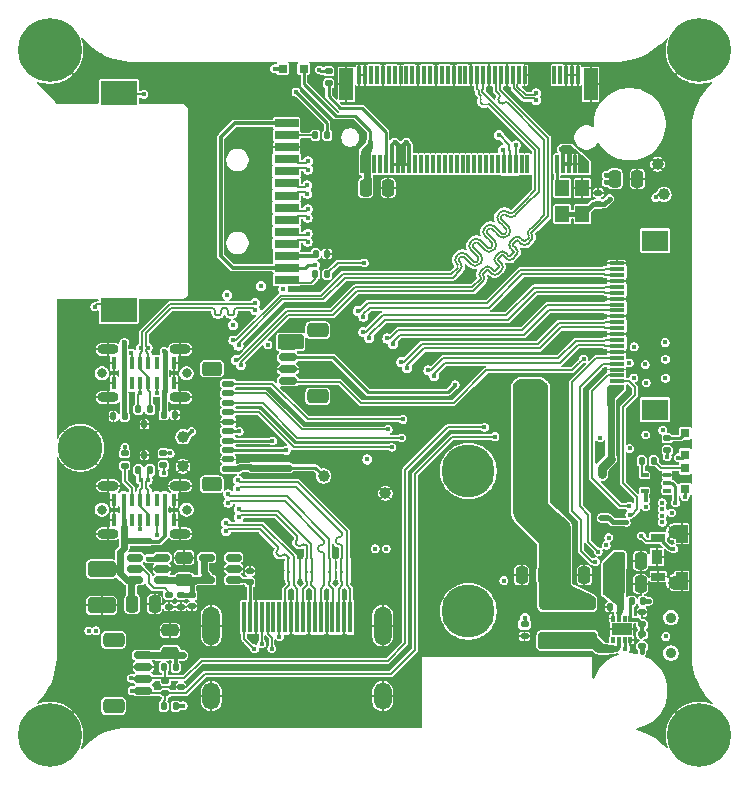
<source format=gtl>
G04 #@! TF.GenerationSoftware,KiCad,Pcbnew,9.0.0*
G04 #@! TF.CreationDate,2025-04-23T15:58:57+02:00*
G04 #@! TF.ProjectId,CM5_MINIMA_3,434d355f-4d49-44e4-994d-415f332e6b69,2*
G04 #@! TF.SameCoordinates,Original*
G04 #@! TF.FileFunction,Copper,L1,Top*
G04 #@! TF.FilePolarity,Positive*
%FSLAX46Y46*%
G04 Gerber Fmt 4.6, Leading zero omitted, Abs format (unit mm)*
G04 Created by KiCad (PCBNEW 9.0.0) date 2025-04-23 15:58:57*
%MOMM*%
%LPD*%
G01*
G04 APERTURE LIST*
G04 Aperture macros list*
%AMRoundRect*
0 Rectangle with rounded corners*
0 $1 Rounding radius*
0 $2 $3 $4 $5 $6 $7 $8 $9 X,Y pos of 4 corners*
0 Add a 4 corners polygon primitive as box body*
4,1,4,$2,$3,$4,$5,$6,$7,$8,$9,$2,$3,0*
0 Add four circle primitives for the rounded corners*
1,1,$1+$1,$2,$3*
1,1,$1+$1,$4,$5*
1,1,$1+$1,$6,$7*
1,1,$1+$1,$8,$9*
0 Add four rect primitives between the rounded corners*
20,1,$1+$1,$2,$3,$4,$5,0*
20,1,$1+$1,$4,$5,$6,$7,0*
20,1,$1+$1,$6,$7,$8,$9,0*
20,1,$1+$1,$8,$9,$2,$3,0*%
G04 Aperture macros list end*
G04 #@! TA.AperFunction,SMDPad,CuDef*
%ADD10RoundRect,0.150000X0.512500X0.150000X-0.512500X0.150000X-0.512500X-0.150000X0.512500X-0.150000X0*%
G04 #@! TD*
G04 #@! TA.AperFunction,SMDPad,CuDef*
%ADD11RoundRect,0.135000X-0.185000X0.135000X-0.185000X-0.135000X0.185000X-0.135000X0.185000X0.135000X0*%
G04 #@! TD*
G04 #@! TA.AperFunction,SMDPad,CuDef*
%ADD12RoundRect,0.150000X0.625000X-0.150000X0.625000X0.150000X-0.625000X0.150000X-0.625000X-0.150000X0*%
G04 #@! TD*
G04 #@! TA.AperFunction,SMDPad,CuDef*
%ADD13RoundRect,0.250000X0.650000X-0.350000X0.650000X0.350000X-0.650000X0.350000X-0.650000X-0.350000X0*%
G04 #@! TD*
G04 #@! TA.AperFunction,SMDPad,CuDef*
%ADD14C,1.000000*%
G04 #@! TD*
G04 #@! TA.AperFunction,SMDPad,CuDef*
%ADD15RoundRect,0.250000X-0.250000X-0.475000X0.250000X-0.475000X0.250000X0.475000X-0.250000X0.475000X0*%
G04 #@! TD*
G04 #@! TA.AperFunction,SMDPad,CuDef*
%ADD16R,2.030000X0.700000*%
G04 #@! TD*
G04 #@! TA.AperFunction,SMDPad,CuDef*
%ADD17R,3.100000X2.100000*%
G04 #@! TD*
G04 #@! TA.AperFunction,SMDPad,CuDef*
%ADD18R,0.300000X0.500000*%
G04 #@! TD*
G04 #@! TA.AperFunction,SMDPad,CuDef*
%ADD19R,1.750000X1.050000*%
G04 #@! TD*
G04 #@! TA.AperFunction,SMDPad,CuDef*
%ADD20RoundRect,0.140000X0.170000X-0.140000X0.170000X0.140000X-0.170000X0.140000X-0.170000X-0.140000X0*%
G04 #@! TD*
G04 #@! TA.AperFunction,SMDPad,CuDef*
%ADD21R,0.250000X0.680000*%
G04 #@! TD*
G04 #@! TA.AperFunction,ComponentPad*
%ADD22C,4.500000*%
G04 #@! TD*
G04 #@! TA.AperFunction,ComponentPad*
%ADD23C,5.400000*%
G04 #@! TD*
G04 #@! TA.AperFunction,SMDPad,CuDef*
%ADD24RoundRect,0.135000X0.135000X0.185000X-0.135000X0.185000X-0.135000X-0.185000X0.135000X-0.185000X0*%
G04 #@! TD*
G04 #@! TA.AperFunction,SMDPad,CuDef*
%ADD25R,0.800000X0.700000*%
G04 #@! TD*
G04 #@! TA.AperFunction,SMDPad,CuDef*
%ADD26RoundRect,0.250000X2.100000X-0.340000X2.100000X0.340000X-2.100000X0.340000X-2.100000X-0.340000X0*%
G04 #@! TD*
G04 #@! TA.AperFunction,SMDPad,CuDef*
%ADD27R,1.200000X1.400000*%
G04 #@! TD*
G04 #@! TA.AperFunction,SMDPad,CuDef*
%ADD28RoundRect,0.250000X0.250000X0.475000X-0.250000X0.475000X-0.250000X-0.475000X0.250000X-0.475000X0*%
G04 #@! TD*
G04 #@! TA.AperFunction,SMDPad,CuDef*
%ADD29RoundRect,0.250000X0.475000X-0.250000X0.475000X0.250000X-0.475000X0.250000X-0.475000X-0.250000X0*%
G04 #@! TD*
G04 #@! TA.AperFunction,SMDPad,CuDef*
%ADD30RoundRect,0.135000X0.185000X-0.135000X0.185000X0.135000X-0.185000X0.135000X-0.185000X-0.135000X0*%
G04 #@! TD*
G04 #@! TA.AperFunction,ComponentPad*
%ADD31C,2.600000*%
G04 #@! TD*
G04 #@! TA.AperFunction,ConnectorPad*
%ADD32C,3.800000*%
G04 #@! TD*
G04 #@! TA.AperFunction,SMDPad,CuDef*
%ADD33RoundRect,0.150000X-0.625000X0.150000X-0.625000X-0.150000X0.625000X-0.150000X0.625000X0.150000X0*%
G04 #@! TD*
G04 #@! TA.AperFunction,SMDPad,CuDef*
%ADD34RoundRect,0.250000X-0.650000X0.350000X-0.650000X-0.350000X0.650000X-0.350000X0.650000X0.350000X0*%
G04 #@! TD*
G04 #@! TA.AperFunction,SMDPad,CuDef*
%ADD35RoundRect,0.100000X0.225000X0.100000X-0.225000X0.100000X-0.225000X-0.100000X0.225000X-0.100000X0*%
G04 #@! TD*
G04 #@! TA.AperFunction,SMDPad,CuDef*
%ADD36RoundRect,0.125000X0.425000X-0.125000X0.425000X0.125000X-0.425000X0.125000X-0.425000X-0.125000X0*%
G04 #@! TD*
G04 #@! TA.AperFunction,SMDPad,CuDef*
%ADD37RoundRect,0.250000X0.600000X-0.350000X0.600000X0.350000X-0.600000X0.350000X-0.600000X-0.350000X0*%
G04 #@! TD*
G04 #@! TA.AperFunction,SMDPad,CuDef*
%ADD38RoundRect,0.140000X-0.140000X-0.170000X0.140000X-0.170000X0.140000X0.170000X-0.140000X0.170000X0*%
G04 #@! TD*
G04 #@! TA.AperFunction,SMDPad,CuDef*
%ADD39RoundRect,0.250000X-0.925000X0.412500X-0.925000X-0.412500X0.925000X-0.412500X0.925000X0.412500X0*%
G04 #@! TD*
G04 #@! TA.AperFunction,ComponentPad*
%ADD40C,0.800000*%
G04 #@! TD*
G04 #@! TA.AperFunction,ComponentPad*
%ADD41O,1.800000X0.860000*%
G04 #@! TD*
G04 #@! TA.AperFunction,SMDPad,CuDef*
%ADD42R,0.400000X1.100000*%
G04 #@! TD*
G04 #@! TA.AperFunction,SMDPad,CuDef*
%ADD43R,0.300000X1.550000*%
G04 #@! TD*
G04 #@! TA.AperFunction,SMDPad,CuDef*
%ADD44R,1.200000X2.750000*%
G04 #@! TD*
G04 #@! TA.AperFunction,ComponentPad*
%ADD45C,1.000000*%
G04 #@! TD*
G04 #@! TA.AperFunction,SMDPad,CuDef*
%ADD46RoundRect,0.140000X-0.170000X0.140000X-0.170000X-0.140000X0.170000X-0.140000X0.170000X0.140000X0*%
G04 #@! TD*
G04 #@! TA.AperFunction,SMDPad,CuDef*
%ADD47R,0.300000X2.600000*%
G04 #@! TD*
G04 #@! TA.AperFunction,ComponentPad*
%ADD48O,1.500000X3.300000*%
G04 #@! TD*
G04 #@! TA.AperFunction,ComponentPad*
%ADD49O,1.500000X2.300000*%
G04 #@! TD*
G04 #@! TA.AperFunction,SMDPad,CuDef*
%ADD50RoundRect,0.140000X0.140000X0.170000X-0.140000X0.170000X-0.140000X-0.170000X0.140000X-0.170000X0*%
G04 #@! TD*
G04 #@! TA.AperFunction,SMDPad,CuDef*
%ADD51RoundRect,0.125000X-0.125000X0.175000X-0.125000X-0.175000X0.125000X-0.175000X0.125000X0.175000X0*%
G04 #@! TD*
G04 #@! TA.AperFunction,SMDPad,CuDef*
%ADD52RoundRect,0.125000X0.125000X-0.175000X0.125000X0.175000X-0.125000X0.175000X-0.125000X-0.175000X0*%
G04 #@! TD*
G04 #@! TA.AperFunction,SMDPad,CuDef*
%ADD53R,1.200000X0.700000*%
G04 #@! TD*
G04 #@! TA.AperFunction,SMDPad,CuDef*
%ADD54R,0.950000X1.300000*%
G04 #@! TD*
G04 #@! TA.AperFunction,ComponentPad*
%ADD55C,1.200000*%
G04 #@! TD*
G04 #@! TA.AperFunction,SMDPad,CuDef*
%ADD56R,1.000000X1.500000*%
G04 #@! TD*
G04 #@! TA.AperFunction,SMDPad,CuDef*
%ADD57R,0.700000X0.800000*%
G04 #@! TD*
G04 #@! TA.AperFunction,SMDPad,CuDef*
%ADD58RoundRect,0.125000X-0.175000X-0.125000X0.175000X-0.125000X0.175000X0.125000X-0.175000X0.125000X0*%
G04 #@! TD*
G04 #@! TA.AperFunction,SMDPad,CuDef*
%ADD59R,1.300000X0.300000*%
G04 #@! TD*
G04 #@! TA.AperFunction,SMDPad,CuDef*
%ADD60R,2.200000X1.800000*%
G04 #@! TD*
G04 #@! TA.AperFunction,ComponentPad*
%ADD61C,0.900000*%
G04 #@! TD*
G04 #@! TA.AperFunction,ViaPad*
%ADD62C,0.450000*%
G04 #@! TD*
G04 #@! TA.AperFunction,Conductor*
%ADD63C,0.300000*%
G04 #@! TD*
G04 #@! TA.AperFunction,Conductor*
%ADD64C,0.150000*%
G04 #@! TD*
G04 #@! TA.AperFunction,Conductor*
%ADD65C,0.200000*%
G04 #@! TD*
G04 #@! TA.AperFunction,Conductor*
%ADD66C,0.250000*%
G04 #@! TD*
G04 #@! TA.AperFunction,Conductor*
%ADD67C,0.130000*%
G04 #@! TD*
G04 #@! TA.AperFunction,Conductor*
%ADD68C,0.500000*%
G04 #@! TD*
G04 #@! TA.AperFunction,Conductor*
%ADD69C,0.800000*%
G04 #@! TD*
G04 #@! TA.AperFunction,Conductor*
%ADD70C,0.600000*%
G04 #@! TD*
G04 #@! TA.AperFunction,Conductor*
%ADD71C,0.400000*%
G04 #@! TD*
G04 #@! TA.AperFunction,Conductor*
%ADD72C,0.140000*%
G04 #@! TD*
G04 #@! TA.AperFunction,Conductor*
%ADD73C,0.700000*%
G04 #@! TD*
G04 #@! TA.AperFunction,Conductor*
%ADD74C,1.400000*%
G04 #@! TD*
G04 #@! TA.AperFunction,Conductor*
%ADD75C,1.000000*%
G04 #@! TD*
G04 #@! TA.AperFunction,Conductor*
%ADD76C,1.600000*%
G04 #@! TD*
G04 #@! TA.AperFunction,Conductor*
%ADD77C,3.000000*%
G04 #@! TD*
G04 #@! TA.AperFunction,Conductor*
%ADD78C,1.200000*%
G04 #@! TD*
G04 APERTURE END LIST*
D10*
X93727500Y-68190000D03*
X93727500Y-67240000D03*
X93727500Y-66290000D03*
X91452500Y-66290000D03*
X91452500Y-68190000D03*
D11*
X118350000Y-71940000D03*
X118350000Y-72960000D03*
D12*
X86075000Y-77550000D03*
X86075000Y-76550000D03*
X86075000Y-75550000D03*
X86075000Y-74550000D03*
D13*
X83550000Y-78850000D03*
X83550000Y-73250000D03*
D14*
X101340000Y-59390000D03*
D15*
X126290000Y-68540000D03*
X128190000Y-68540000D03*
D16*
X98212000Y-40740000D03*
X98212000Y-39720000D03*
X98212000Y-38700000D03*
X98212000Y-37680000D03*
X98212000Y-36660000D03*
X98212000Y-35640000D03*
X98212000Y-34620000D03*
X98212000Y-33600000D03*
X98212000Y-32580000D03*
X98212000Y-31560000D03*
X98212000Y-42780000D03*
X98212000Y-41760000D03*
X98212000Y-30540000D03*
X98212000Y-29520000D03*
D17*
X83996000Y-45300000D03*
X83996000Y-27000000D03*
D18*
X127315000Y-71460000D03*
X126815000Y-71460000D03*
X126315000Y-71460000D03*
X125815000Y-71460000D03*
X125815000Y-73260000D03*
X126315000Y-73260000D03*
X126815000Y-73260000D03*
X127315000Y-73260000D03*
D19*
X126565000Y-72360000D03*
D11*
X130440000Y-56190000D03*
X130440000Y-57210000D03*
D15*
X121510000Y-67800000D03*
X123410000Y-67800000D03*
D20*
X95100000Y-68380000D03*
X95100000Y-67420000D03*
D21*
X100350000Y-66910000D03*
X99850000Y-66910000D03*
X99350000Y-66910000D03*
X98850000Y-66910000D03*
X98350000Y-66910000D03*
X98350000Y-67770000D03*
X98850000Y-67770000D03*
X99350000Y-67770000D03*
X99850000Y-67770000D03*
X100350000Y-67770000D03*
D10*
X87657500Y-68200000D03*
X87657500Y-67250000D03*
X87657500Y-66300000D03*
X85382500Y-66300000D03*
X85382500Y-67250000D03*
X85382500Y-68200000D03*
D22*
X113600000Y-58975000D03*
D11*
X89250000Y-69440000D03*
X89250000Y-70460000D03*
D14*
X130150000Y-35550000D03*
D23*
X78150000Y-81350000D03*
D24*
X101660000Y-30525000D03*
X100640000Y-30525000D03*
D22*
X113600000Y-70850000D03*
D24*
X101660000Y-42300000D03*
X100640000Y-42300000D03*
D25*
X97860000Y-24900000D03*
X99660000Y-24900000D03*
D14*
X89430000Y-56070000D03*
D26*
X122000000Y-73465000D03*
X122000000Y-70155000D03*
D27*
X123250000Y-37225000D03*
X123250000Y-35025000D03*
X121550000Y-35025000D03*
X121550000Y-37225000D03*
D23*
X133150000Y-23350000D03*
D15*
X126290000Y-66565000D03*
X128190000Y-66565000D03*
D11*
X101760000Y-25120000D03*
X101760000Y-26140000D03*
D28*
X120000000Y-67800000D03*
X118100000Y-67800000D03*
D29*
X89550000Y-68200000D03*
X89550000Y-66300000D03*
D30*
X128300000Y-71935000D03*
X128300000Y-70915000D03*
D31*
X80750000Y-57000000D03*
D32*
X80750000Y-57000000D03*
D33*
X98325000Y-48350000D03*
X98325000Y-49350000D03*
X98325000Y-50350000D03*
X98325000Y-51350000D03*
D34*
X100850000Y-47050000D03*
X100850000Y-52650000D03*
D15*
X85130000Y-70220000D03*
X87030000Y-70220000D03*
D35*
X130410000Y-60630000D03*
X130410000Y-59980000D03*
X130410000Y-59330000D03*
X128510000Y-59330000D03*
X128510000Y-60630000D03*
D36*
X93280000Y-58790000D03*
X93280000Y-57990000D03*
X93280000Y-57190000D03*
X93280000Y-56390000D03*
X93280000Y-55590000D03*
X93280000Y-54790000D03*
X93280000Y-53990000D03*
X93280000Y-53190000D03*
X93280000Y-52390000D03*
X93280000Y-51590000D03*
D37*
X91880000Y-60090000D03*
X91880000Y-50290000D03*
D38*
X100670000Y-40575000D03*
X101630000Y-40575000D03*
D39*
X82550000Y-67265000D03*
X82550000Y-70340000D03*
D30*
X84500000Y-58499999D03*
X84500000Y-57480001D03*
X128300000Y-73815000D03*
X128300000Y-72795000D03*
D40*
X89730000Y-50700000D03*
X82570000Y-50700000D03*
D41*
X89200000Y-52730000D03*
X89200000Y-48670000D03*
X83100000Y-52730000D03*
X83100000Y-48670000D03*
D42*
X88700000Y-51550000D03*
X87900000Y-51550000D03*
X87200000Y-51550000D03*
X86500000Y-51550000D03*
X85800000Y-51550000D03*
X85100000Y-51550000D03*
X84400000Y-51550000D03*
X83600000Y-51550000D03*
X83600000Y-49850000D03*
X84400000Y-49850000D03*
X85100000Y-49850000D03*
X85800000Y-49850000D03*
X86500000Y-49850000D03*
X87200000Y-49850000D03*
X87900000Y-49850000D03*
X88700000Y-49850000D03*
D24*
X88810000Y-78900000D03*
X87790000Y-78900000D03*
D43*
X104350000Y-25450000D03*
X104600000Y-33000000D03*
X104850000Y-25450000D03*
X105100000Y-33000000D03*
X105350000Y-25450000D03*
X105600000Y-33000000D03*
X105850000Y-25450000D03*
X106100000Y-33000000D03*
X106350000Y-25450000D03*
X106600000Y-33000000D03*
X106850000Y-25450000D03*
X107100000Y-33000000D03*
X107350000Y-25450000D03*
X107600000Y-33000000D03*
X107850000Y-25450000D03*
X108100000Y-33000000D03*
X108350000Y-25450000D03*
X108600000Y-33000000D03*
X108850000Y-25450000D03*
X109100000Y-33000000D03*
X109350000Y-25450000D03*
X109600000Y-33000000D03*
X109850000Y-25450000D03*
X110100000Y-33000000D03*
X110350000Y-25450000D03*
X110600000Y-33000000D03*
X110850000Y-25450000D03*
X111100000Y-33000000D03*
X111350000Y-25450000D03*
X111600000Y-33000000D03*
X111850000Y-25450000D03*
X112100000Y-33000000D03*
X112350000Y-25450000D03*
X112600000Y-33000000D03*
X112850000Y-25450000D03*
X113100000Y-33000000D03*
X113350000Y-25450000D03*
X113600000Y-33000000D03*
X113850000Y-25450000D03*
X114100000Y-33000000D03*
X114350000Y-25450000D03*
X114600000Y-33000000D03*
X114850000Y-25450000D03*
X115100000Y-33000000D03*
X115350000Y-25450000D03*
X115600000Y-33000000D03*
X115850000Y-25450000D03*
X116100000Y-33000000D03*
X116350000Y-25450000D03*
X116600000Y-33000000D03*
X116850000Y-25450000D03*
X117100000Y-33000000D03*
X117350000Y-25450000D03*
X117600000Y-33000000D03*
X117850000Y-25450000D03*
X118100000Y-33000000D03*
X118350000Y-25450000D03*
X118600000Y-33000000D03*
X120850000Y-25450000D03*
X121100000Y-33000000D03*
X121350000Y-25450000D03*
X121600000Y-33000000D03*
X121850000Y-25450000D03*
X122100000Y-33000000D03*
X122350000Y-25450000D03*
X122600000Y-33000000D03*
X122850000Y-25450000D03*
D44*
X103250000Y-26225000D03*
X123950000Y-26225000D03*
D15*
X104900000Y-35000000D03*
X106800000Y-35000000D03*
D45*
X89430000Y-58570000D03*
D20*
X124600000Y-36360000D03*
X124600000Y-35400000D03*
D46*
X90200000Y-69470000D03*
X90200000Y-70430000D03*
D47*
X103590000Y-71340000D03*
X103090000Y-71340000D03*
X102590000Y-71340000D03*
X102090000Y-71340000D03*
X101590000Y-71340000D03*
X101090000Y-71340000D03*
X100590000Y-71340000D03*
X100090000Y-71340000D03*
X99590000Y-71340000D03*
X99090000Y-71340000D03*
X98590000Y-71340000D03*
X98090000Y-71340000D03*
X97590000Y-71340000D03*
X97090000Y-71340000D03*
X96590000Y-71340000D03*
X96090000Y-71340000D03*
X95590000Y-71340000D03*
X95090000Y-71340000D03*
X94590000Y-71340000D03*
D48*
X106340000Y-72070000D03*
X91840000Y-72070000D03*
D49*
X91840000Y-78030000D03*
X106340000Y-78030000D03*
D15*
X126000000Y-34225000D03*
X127900000Y-34225000D03*
D21*
X103350000Y-66910000D03*
X102850000Y-66910000D03*
X102350000Y-66910000D03*
X101850000Y-66910000D03*
X101350000Y-66910000D03*
X101350000Y-67770000D03*
X101850000Y-67770000D03*
X102350000Y-67770000D03*
X102850000Y-67770000D03*
X103350000Y-67770000D03*
D11*
X88250000Y-69440000D03*
X88250000Y-70460000D03*
D50*
X126520000Y-70465000D03*
X125560000Y-70465000D03*
D51*
X86650000Y-53710000D03*
X85650000Y-53710000D03*
X86150000Y-55010000D03*
D38*
X87795000Y-54200000D03*
X88755000Y-54200000D03*
D50*
X84505000Y-54350000D03*
X83545000Y-54350000D03*
D23*
X133150000Y-81350000D03*
D40*
X89730000Y-62250000D03*
X82570000Y-62250000D03*
D41*
X89200000Y-64280000D03*
X89200000Y-60220000D03*
X83100000Y-64280000D03*
X83100000Y-60220000D03*
D42*
X88700000Y-63100000D03*
X87900000Y-63100000D03*
X87200000Y-63100000D03*
X86500000Y-63100000D03*
X85800000Y-63100000D03*
X85100000Y-63100000D03*
X84400000Y-63100000D03*
X83600000Y-63100000D03*
X83600000Y-61400000D03*
X84400000Y-61400000D03*
X85100000Y-61400000D03*
X85800000Y-61400000D03*
X86500000Y-61400000D03*
X87200000Y-61400000D03*
X87900000Y-61400000D03*
X88700000Y-61400000D03*
D52*
X85650000Y-58900000D03*
X86650000Y-58900000D03*
X86150000Y-57600001D03*
D23*
X78150000Y-23350000D03*
D29*
X88350000Y-74350000D03*
X88350000Y-72450000D03*
D53*
X129670000Y-64620000D03*
X129670000Y-67900000D03*
D54*
X129545000Y-66270000D03*
D55*
X131070000Y-64120000D03*
D56*
X131670000Y-64270000D03*
D55*
X131070000Y-68420000D03*
D56*
X131670000Y-68270000D03*
D30*
X87780000Y-58489999D03*
X87780000Y-57470001D03*
D45*
X129610000Y-32980000D03*
D50*
X128370000Y-69995000D03*
X127410000Y-69995000D03*
D57*
X131940000Y-58720000D03*
X131940000Y-60520000D03*
D58*
X87950000Y-76750000D03*
X87950000Y-77750000D03*
X89250000Y-77250000D03*
D59*
X126150000Y-41375000D03*
X126150000Y-41875000D03*
X126150000Y-42375000D03*
X126150000Y-42875000D03*
X126150000Y-43375000D03*
X126150000Y-43875000D03*
X126150000Y-44375000D03*
X126150000Y-44875000D03*
X126150000Y-45375000D03*
X126150000Y-45875000D03*
X126150000Y-46375000D03*
X126150000Y-46875000D03*
X126150000Y-47375000D03*
X126150000Y-47875000D03*
X126150000Y-48375000D03*
X126150000Y-48875000D03*
X126150000Y-49375000D03*
X126150000Y-49875000D03*
X126150000Y-50375000D03*
X126150000Y-50875000D03*
X126150000Y-51375000D03*
X126150000Y-51875000D03*
D60*
X129400000Y-53775000D03*
X129400000Y-39475000D03*
D45*
X106560000Y-60850000D03*
D24*
X88810000Y-75600000D03*
X87790000Y-75600000D03*
D57*
X131940000Y-55780000D03*
X131940000Y-57580000D03*
D24*
X129300000Y-58090000D03*
X128280000Y-58090000D03*
D61*
X130740000Y-71380000D03*
X130740000Y-74380000D03*
D62*
X86150000Y-56890000D03*
X110840000Y-26680000D03*
X125160000Y-41310000D03*
X109990000Y-64670000D03*
X105390000Y-45760000D03*
X104980000Y-48430000D03*
X121790000Y-30960000D03*
X86860500Y-47920000D03*
X118240000Y-31700000D03*
X86120000Y-55730000D03*
X117840000Y-68880000D03*
X91380000Y-55910000D03*
X85020000Y-78160000D03*
X88470000Y-67280000D03*
X89400000Y-63200000D03*
X81810000Y-75450000D03*
X108330000Y-80200000D03*
X109640000Y-63630000D03*
X105150000Y-64700000D03*
X99974304Y-38169594D03*
X99650000Y-36125000D03*
X116350000Y-51650000D03*
X82950000Y-61300000D03*
X114330000Y-63630000D03*
X132000000Y-46610000D03*
X118460000Y-68870000D03*
X132000000Y-41720000D03*
X109350000Y-75950000D03*
X103100000Y-69160000D03*
X88770000Y-80200000D03*
X106340000Y-26740000D03*
X113310000Y-62610000D03*
X105800000Y-60120000D03*
X90400000Y-80200000D03*
X121300000Y-57650000D03*
X128100000Y-62850000D03*
X130420000Y-55030002D03*
X85330000Y-24850000D03*
X131807714Y-61706965D03*
X104280000Y-44750000D03*
X83700000Y-24850000D03*
X108060000Y-49060000D03*
X132000000Y-33570000D03*
X80850000Y-78900000D03*
X91150000Y-35230000D03*
X112580000Y-63630000D03*
X108435000Y-40505000D03*
X123600000Y-58950000D03*
X110560000Y-74440000D03*
X130230000Y-48730000D03*
X79300000Y-72710000D03*
X94550000Y-59270000D03*
X99350000Y-68310000D03*
X130210000Y-52470000D03*
X99130000Y-59410000D03*
X102200000Y-58600000D03*
X109350000Y-80200000D03*
X95290000Y-80200000D03*
X82250000Y-80200000D03*
X79300000Y-64560000D03*
X100525000Y-35850000D03*
X127310000Y-59110000D03*
X79300000Y-46630000D03*
X103540000Y-45590000D03*
X91370000Y-51340000D03*
X82810000Y-47460000D03*
X106600000Y-57550000D03*
X107940000Y-48080000D03*
X97560000Y-73660000D03*
X98550000Y-80200000D03*
X122470000Y-74490000D03*
X115780000Y-31740000D03*
X79300000Y-67820000D03*
X109530000Y-50590000D03*
X95110000Y-24850000D03*
X130940000Y-49750000D03*
X95375000Y-26325000D03*
X127370000Y-47410000D03*
X125120000Y-50430000D03*
X92450000Y-67250000D03*
X81810000Y-76460000D03*
X91150000Y-38490000D03*
X109450000Y-40475000D03*
X124760000Y-45870000D03*
X102350000Y-68330000D03*
X132000000Y-35200000D03*
X103100000Y-73100000D03*
X90720000Y-48920000D03*
X93660000Y-80200000D03*
X82900000Y-49750000D03*
X79300000Y-77600000D03*
X93640000Y-64480000D03*
X108650000Y-53950000D03*
X94430000Y-73640000D03*
X127260000Y-43070000D03*
X93110000Y-59395000D03*
X79300000Y-59670000D03*
X128000000Y-56200000D03*
X124350000Y-67500000D03*
X107700000Y-57550000D03*
X130700000Y-51690000D03*
X84960000Y-73360000D03*
X132000000Y-43350000D03*
X119810000Y-74470000D03*
X124390000Y-34020000D03*
X95120000Y-66720000D03*
X123850000Y-65750000D03*
X92990000Y-65370000D03*
X96920000Y-80200000D03*
X110450000Y-60250000D03*
X105309743Y-63438566D03*
X124970000Y-56710000D03*
X101600000Y-73000000D03*
X91150000Y-41750000D03*
X111149147Y-51425679D03*
X132050000Y-77010000D03*
X106890000Y-47040000D03*
X124550000Y-75100000D03*
X104040000Y-47290000D03*
X104090000Y-74110000D03*
X107100000Y-48950000D03*
X113550000Y-64680000D03*
X104820000Y-46550000D03*
X132050000Y-70490000D03*
X96650000Y-63250000D03*
X103440000Y-80200000D03*
X109160000Y-50090000D03*
X107230000Y-49910000D03*
X94210000Y-54770000D03*
X105800000Y-68250000D03*
X111450000Y-62590000D03*
X79300000Y-53150000D03*
X124350000Y-68632500D03*
X132050000Y-75380000D03*
X101810000Y-80200000D03*
X130600000Y-26150000D03*
X87400000Y-71400000D03*
X94280000Y-50780000D03*
X85390000Y-47970000D03*
X100180000Y-80200000D03*
X91460000Y-63110000D03*
X129475000Y-42925000D03*
X129450000Y-80700000D03*
X127220000Y-44110000D03*
X79300000Y-71080000D03*
X116250000Y-60450000D03*
X118550000Y-70650000D03*
X98600000Y-69150000D03*
X106150000Y-62550000D03*
X127850000Y-57100000D03*
X121300000Y-61200000D03*
X107490000Y-62570000D03*
X132000000Y-40090000D03*
X104550000Y-26710000D03*
X84830000Y-75880000D03*
X132000000Y-28680000D03*
X132000000Y-31940000D03*
X96609997Y-24900000D03*
X132050000Y-72120000D03*
X99649264Y-40118156D03*
X132050000Y-73750000D03*
X102450000Y-60650000D03*
X132000000Y-49870000D03*
X100100000Y-73000000D03*
X105890000Y-47540000D03*
X79300000Y-48260000D03*
X88220000Y-71390000D03*
X116050000Y-56750000D03*
X82900000Y-51650000D03*
X128230000Y-50990000D03*
X100610000Y-25490000D03*
X82950000Y-63200000D03*
X103900002Y-67800000D03*
X94475000Y-28825000D03*
X91430000Y-64300000D03*
X94520000Y-64410000D03*
X109350000Y-78050000D03*
X93013995Y-48123996D03*
X106750000Y-63630000D03*
X91360000Y-52200000D03*
X91500000Y-58300000D03*
X95610000Y-69270000D03*
X127470000Y-24850000D03*
X118860000Y-25470000D03*
X94570000Y-65520000D03*
X132000000Y-38460000D03*
X113620000Y-74405000D03*
X124350000Y-68055000D03*
X114820000Y-62570000D03*
X127230000Y-52200000D03*
X100553142Y-36482933D03*
X130900000Y-78300000D03*
X79300000Y-61300000D03*
X103950000Y-58250000D03*
X88590000Y-24850000D03*
X115220000Y-64670000D03*
X118160000Y-69420000D03*
X124660000Y-44360000D03*
X93480000Y-24850000D03*
X125840000Y-24850000D03*
X89400000Y-49750000D03*
X110500000Y-40475000D03*
X124580000Y-34680000D03*
X115390000Y-26580000D03*
X99625000Y-34100000D03*
X87500000Y-69400000D03*
X87140000Y-80200000D03*
X132000000Y-30310000D03*
X132000000Y-51500000D03*
X100625000Y-32400000D03*
X79300000Y-54780000D03*
X89400000Y-61300000D03*
X101600000Y-69150000D03*
X80950000Y-70400000D03*
X122100000Y-26680000D03*
X79300000Y-45000000D03*
X85510000Y-80200000D03*
X132000000Y-27050000D03*
X100450000Y-34100000D03*
X79300000Y-51520000D03*
X91550000Y-26350000D03*
X89260000Y-65420000D03*
X79300000Y-69450000D03*
X84320000Y-77010000D03*
X83880000Y-80200000D03*
X129110000Y-68860000D03*
X116340000Y-29900000D03*
X123500000Y-48805000D03*
X79300000Y-66190000D03*
X92030000Y-80200000D03*
X89500000Y-47300000D03*
X127320000Y-49090000D03*
X116840000Y-74450000D03*
X129100000Y-24850000D03*
X132030000Y-53260000D03*
X115840000Y-63640000D03*
X79300000Y-62930000D03*
X95140000Y-73110000D03*
X79300000Y-75970000D03*
X121420000Y-51680000D03*
X94150000Y-58005000D03*
X111420000Y-50750000D03*
X96050000Y-74200000D03*
X116350000Y-66450000D03*
X85140000Y-59570000D03*
X104680000Y-30550000D03*
X110310000Y-49760000D03*
X96030000Y-64740000D03*
X79300000Y-74340000D03*
X117700000Y-64600000D03*
X90220000Y-24850000D03*
X127223266Y-61176734D03*
X110570000Y-59110000D03*
X108270000Y-50890000D03*
X107800000Y-30280000D03*
X121254412Y-59154412D03*
X127150000Y-65150000D03*
X116160000Y-62570000D03*
X87220000Y-59510000D03*
X105070000Y-80200000D03*
X105050000Y-61550000D03*
X100600000Y-39875000D03*
X91150000Y-31970000D03*
X111450000Y-61400000D03*
X93653281Y-47264001D03*
X100100000Y-69170000D03*
X91150000Y-28740000D03*
X132000000Y-36830000D03*
X91850000Y-24850000D03*
X79300000Y-49890000D03*
X82550000Y-69350000D03*
X122200000Y-49700000D03*
X82070000Y-24850000D03*
X86960000Y-24850000D03*
X106700000Y-80200000D03*
X103950000Y-62170000D03*
X91370000Y-54690000D03*
X132000000Y-44980000D03*
X122670000Y-26680000D03*
X81975000Y-45050000D03*
X86125000Y-27075000D03*
X100002002Y-33440000D03*
X99982373Y-39560000D03*
X99997364Y-37520000D03*
X99955422Y-35480000D03*
X130430000Y-57770000D03*
X130800000Y-62500000D03*
X130310000Y-72970000D03*
X127220000Y-49810000D03*
X130250000Y-48080000D03*
X131130000Y-61660000D03*
X130280000Y-49500000D03*
X99000000Y-26875000D03*
X114950000Y-55250000D03*
X85060000Y-76510000D03*
X115850000Y-56050000D03*
X85110000Y-77560000D03*
X89425000Y-74575000D03*
X106650000Y-65550000D03*
X124850000Y-62950000D03*
X105700000Y-65550000D03*
X125450000Y-62950000D03*
X126950000Y-63300000D03*
X100650000Y-41500000D03*
X89450000Y-78850000D03*
X124900000Y-58670000D03*
X87175000Y-74575000D03*
X98400000Y-58690000D03*
X124900000Y-59260000D03*
X97190000Y-24900000D03*
X100990000Y-25010000D03*
X124350000Y-66650000D03*
X128250000Y-64450000D03*
X130959409Y-65559501D03*
X96633721Y-48287952D03*
X86450000Y-66375000D03*
X112475000Y-51675000D03*
X128570000Y-49940000D03*
X123350000Y-49455000D03*
X124600000Y-65800000D03*
X85848000Y-48520413D03*
X95550000Y-44718000D03*
X85064066Y-48978440D03*
X125260000Y-65250000D03*
X85800000Y-52400000D03*
X95550000Y-45322000D03*
X86452000Y-48520413D03*
X87200000Y-52350000D03*
X125480000Y-64600000D03*
X90580000Y-68190000D03*
X130000000Y-63300000D03*
X125240000Y-68050000D03*
X128600000Y-62000000D03*
X91172500Y-67000000D03*
X131370000Y-57830000D03*
X84475000Y-52525000D03*
X130000000Y-61650000D03*
X97680000Y-47670000D03*
X131930000Y-61140000D03*
X87825000Y-48825000D03*
X98833333Y-47670000D03*
X125240000Y-68632500D03*
X84400000Y-48625000D03*
X88360000Y-57470000D03*
X130000000Y-62200000D03*
X125260000Y-66950000D03*
X87825000Y-53375000D03*
X129450000Y-35800000D03*
X84510000Y-56970000D03*
X84480000Y-53425000D03*
X84480000Y-48050000D03*
X90170000Y-55620000D03*
X99410000Y-48380000D03*
X125240000Y-69200000D03*
X98256667Y-47670000D03*
X130000000Y-62750000D03*
X125250000Y-67500000D03*
X99410000Y-47670000D03*
X128600000Y-61425000D03*
X91172500Y-67550000D03*
X127625000Y-48450000D03*
X104780000Y-41350000D03*
X99982373Y-38860000D03*
X99955422Y-34780000D03*
X99997364Y-36820000D03*
X100002002Y-32740000D03*
X118850000Y-51740000D03*
X121470000Y-31700000D03*
X125250000Y-33925000D03*
X125550000Y-35900000D03*
X121510000Y-69100000D03*
X128880000Y-69990000D03*
X108340000Y-31095000D03*
X118070000Y-51740000D03*
X119580000Y-51730000D03*
X128300000Y-74310000D03*
X105286178Y-31095000D03*
X107360000Y-31095000D03*
X122100000Y-31760000D03*
X123525000Y-33375000D03*
X125250000Y-34525000D03*
X123220000Y-32720000D03*
X87200000Y-64400000D03*
X87790000Y-59140000D03*
X85848000Y-59700000D03*
X86452000Y-59700000D03*
X85800000Y-63900000D03*
X127225000Y-61925000D03*
X127250000Y-62650000D03*
X94313547Y-49983547D03*
X117610000Y-31390000D03*
X96050000Y-43300000D03*
X116180000Y-30530000D03*
X93175000Y-44075000D03*
X105030000Y-57990000D03*
X126890990Y-73996215D03*
X118400000Y-71420000D03*
X93670000Y-46600000D03*
X94134144Y-48338867D03*
X119350000Y-26978000D03*
X93707050Y-47911773D03*
X93886453Y-49556453D03*
X119350000Y-27582000D03*
X97925000Y-43575000D03*
X116530000Y-31790000D03*
X104707488Y-45907488D03*
X107222789Y-48240774D03*
X105207488Y-47697488D03*
X108407437Y-50235151D03*
X110212512Y-50452512D03*
X110707488Y-50947488D03*
X104212512Y-45412512D03*
X107912461Y-49740175D03*
X106727813Y-47745798D03*
X104712512Y-47202512D03*
X93070701Y-63350000D03*
X93070701Y-64050000D03*
X94150000Y-62850000D03*
X96940000Y-74000000D03*
X94095809Y-59750000D03*
X94150000Y-62150000D03*
X93262002Y-61650000D03*
X95483809Y-74025820D03*
X93262002Y-60950000D03*
X94095809Y-60450000D03*
X96100000Y-73600000D03*
X97600000Y-73000000D03*
X128660000Y-51500000D03*
X106800000Y-55450000D03*
X127610000Y-51090000D03*
X108050000Y-54600000D03*
X107950000Y-56150000D03*
X130275000Y-51100000D03*
X107100000Y-56950000D03*
X130060000Y-55510000D03*
X97000000Y-56420000D03*
X124760000Y-56140000D03*
X98170000Y-57220000D03*
X127250000Y-57050000D03*
X128610000Y-55900000D03*
X94200000Y-55600000D03*
X116600000Y-68240000D03*
X81450000Y-72500000D03*
X82050000Y-72500000D03*
D63*
X98212000Y-40740000D02*
X100655000Y-40740000D01*
X100670000Y-40725000D02*
X100670000Y-40575000D01*
X100655000Y-40740000D02*
X100670000Y-40725000D01*
D64*
X98212000Y-42780000D02*
X98457000Y-43025000D01*
X98457000Y-43025000D02*
X100300000Y-43025000D01*
X100640000Y-42685000D02*
X100640000Y-42300000D01*
X100300000Y-43025000D02*
X100640000Y-42685000D01*
X100640000Y-30525000D02*
X100615000Y-30525000D01*
X100600000Y-30540000D02*
X98212000Y-30540000D01*
X100615000Y-30525000D02*
X100600000Y-30540000D01*
D65*
X97745000Y-30750000D02*
X97505000Y-30510000D01*
X86125000Y-27075000D02*
X84071000Y-27075000D01*
D63*
X84000000Y-45040000D02*
X83805000Y-44845000D01*
D65*
X82180000Y-44845000D02*
X81975000Y-45050000D01*
X84071000Y-27075000D02*
X83996000Y-27000000D01*
X83870000Y-44845000D02*
X82180000Y-44845000D01*
X83870000Y-27395000D02*
X83996000Y-27269000D01*
X83996000Y-27269000D02*
X83996000Y-27000000D01*
D66*
X95125000Y-70845000D02*
X95125000Y-68325000D01*
X95100000Y-70870000D02*
X95125000Y-70845000D01*
X95100000Y-71330000D02*
X95100000Y-70870000D01*
X94980000Y-68260000D02*
X95100000Y-68380000D01*
X95090000Y-71340000D02*
X95100000Y-71330000D01*
D63*
X93850000Y-68260000D02*
X94980000Y-68260000D01*
D66*
X95125000Y-68325000D02*
X95100000Y-68300000D01*
D65*
X129300000Y-58090000D02*
X129930000Y-58720000D01*
X129930000Y-58720000D02*
X131940000Y-58720000D01*
D66*
X130440000Y-56190000D02*
X131530000Y-56190000D01*
X131530000Y-56190000D02*
X131940000Y-55780000D01*
D67*
X99197000Y-33280000D02*
X99842002Y-33280000D01*
X99842002Y-33280000D02*
X100002002Y-33440000D01*
X98212000Y-33600000D02*
X98877000Y-33600000D01*
X98877000Y-33600000D02*
X99197000Y-33280000D01*
X98877000Y-39720000D02*
X99197000Y-39400000D01*
X98212000Y-39720000D02*
X98877000Y-39720000D01*
X99822373Y-39400000D02*
X99982373Y-39560000D01*
X99197000Y-39400000D02*
X99822373Y-39400000D01*
X98212000Y-37680000D02*
X98877000Y-37680000D01*
X98877000Y-37680000D02*
X99197000Y-37360000D01*
X99837364Y-37360000D02*
X99997364Y-37520000D01*
X99197000Y-37360000D02*
X99837364Y-37360000D01*
X98212000Y-35640000D02*
X98877000Y-35640000D01*
X99795422Y-35320000D02*
X99955422Y-35480000D01*
X98877000Y-35640000D02*
X99197000Y-35320000D01*
X99197000Y-35320000D02*
X99795422Y-35320000D01*
D65*
X130430000Y-57220000D02*
X130440000Y-57210000D01*
D66*
X130430000Y-57770000D02*
X130430000Y-57220000D01*
X130840000Y-59980000D02*
X130410000Y-59980000D01*
X131130000Y-61660000D02*
X131130000Y-60270000D01*
X131130000Y-60270000D02*
X130840000Y-59980000D01*
X101635000Y-30500000D02*
X101660000Y-30525000D01*
X99000000Y-26875000D02*
X101635000Y-29510000D01*
X101635000Y-29510000D02*
X101635000Y-30500000D01*
D65*
X89550000Y-76500000D02*
X86075000Y-76500000D01*
X87950000Y-76750000D02*
X87950000Y-76550000D01*
X91000000Y-75050000D02*
X89550000Y-76500000D01*
X87900000Y-76500000D02*
X87900000Y-75710000D01*
X111850000Y-55250000D02*
X108250000Y-58850000D01*
X87900000Y-75710000D02*
X87790000Y-75600000D01*
X108250000Y-73550000D02*
X106750000Y-75050000D01*
X108250000Y-58850000D02*
X108250000Y-73550000D01*
D66*
X86035000Y-76510000D02*
X86075000Y-76550000D01*
D65*
X106750000Y-75050000D02*
X91000000Y-75050000D01*
X86075000Y-76500000D02*
X85975000Y-76400000D01*
D66*
X85060000Y-76510000D02*
X86035000Y-76510000D01*
D65*
X87950000Y-76550000D02*
X87900000Y-76500000D01*
X85975000Y-76450000D02*
X86075000Y-76550000D01*
X114950000Y-55250000D02*
X111850000Y-55250000D01*
X85975000Y-76400000D02*
X85975000Y-76450000D01*
X89650000Y-77800000D02*
X85805000Y-77800000D01*
X112250000Y-56050000D02*
X109050000Y-59250000D01*
X87950000Y-77750000D02*
X87900000Y-77800000D01*
D66*
X85110000Y-77560000D02*
X86065000Y-77560000D01*
D65*
X109050000Y-74150000D02*
X107050000Y-76150000D01*
D66*
X86065000Y-77560000D02*
X86075000Y-77550000D01*
D65*
X87900000Y-77800000D02*
X87900000Y-78340000D01*
X85805000Y-77800000D02*
X85405000Y-77400000D01*
X87790000Y-78450000D02*
X87790000Y-78900000D01*
X87900000Y-78340000D02*
X87790000Y-78450000D01*
X107050000Y-76150000D02*
X91300000Y-76150000D01*
X115850000Y-56050000D02*
X112250000Y-56050000D01*
X109050000Y-59250000D02*
X109050000Y-74150000D01*
X91300000Y-76150000D02*
X89650000Y-77800000D01*
D63*
X127924000Y-71559000D02*
X127414000Y-71559000D01*
X128300000Y-71935000D02*
X127924000Y-71559000D01*
X128250000Y-72980000D02*
X128300000Y-72930000D01*
D66*
X127315000Y-71460000D02*
X127315000Y-70090000D01*
D64*
X127315000Y-70090000D02*
X127410000Y-69995000D01*
D63*
X128300000Y-72825000D02*
X128300000Y-71935000D01*
X98212000Y-29520000D02*
X93805000Y-29520000D01*
D68*
X94174400Y-58790000D02*
X93280000Y-58790000D01*
D63*
X88860000Y-78850000D02*
X88810000Y-78900000D01*
D68*
X125640000Y-52560000D02*
X125640000Y-52850000D01*
D63*
X88800000Y-75200000D02*
X88810000Y-75210000D01*
D69*
X125640000Y-57930000D02*
X124900000Y-58670000D01*
D68*
X95175000Y-58665000D02*
X94299400Y-58665000D01*
D63*
X92625000Y-30700000D02*
X92625000Y-40750000D01*
D70*
X86075000Y-74550000D02*
X87150000Y-74550000D01*
D63*
X126150000Y-51875000D02*
X126150000Y-52050000D01*
D70*
X88575000Y-74575000D02*
X88350000Y-74350000D01*
D63*
X88810000Y-75210000D02*
X88810000Y-75600000D01*
D66*
X100000000Y-41550000D02*
X99790000Y-41760000D01*
D63*
X88350000Y-74350000D02*
X88800000Y-74800000D01*
D70*
X88125000Y-74575000D02*
X88350000Y-74350000D01*
D66*
X100640000Y-58690000D02*
X101340000Y-59390000D01*
D70*
X125640000Y-52850000D02*
X125640000Y-57930000D01*
D71*
X125850000Y-63300000D02*
X126950000Y-63300000D01*
D63*
X89450000Y-78850000D02*
X88860000Y-78850000D01*
D70*
X87150000Y-74550000D02*
X87175000Y-74575000D01*
X89425000Y-74575000D02*
X88575000Y-74575000D01*
X98400000Y-58690000D02*
X95200000Y-58690000D01*
D69*
X124900000Y-58670000D02*
X124900000Y-59260000D01*
D66*
X100650000Y-41500000D02*
X100600000Y-41550000D01*
D63*
X93805000Y-29520000D02*
X92625000Y-30700000D01*
D68*
X94299400Y-58665000D02*
X94174400Y-58790000D01*
D71*
X125450000Y-62950000D02*
X125500000Y-62950000D01*
D68*
X95200000Y-58690000D02*
X95175000Y-58665000D01*
D66*
X100600000Y-41550000D02*
X100000000Y-41550000D01*
D63*
X93635000Y-41760000D02*
X98212000Y-41760000D01*
D68*
X126150000Y-52050000D02*
X125640000Y-52560000D01*
D70*
X87175000Y-74575000D02*
X88125000Y-74575000D01*
D71*
X125500000Y-62950000D02*
X125850000Y-63300000D01*
D66*
X99790000Y-41760000D02*
X98212000Y-41760000D01*
D68*
X124850000Y-62950000D02*
X125450000Y-62950000D01*
D66*
X98400000Y-58690000D02*
X100640000Y-58690000D01*
D63*
X88800000Y-74800000D02*
X88800000Y-75200000D01*
X92625000Y-40750000D02*
X93635000Y-41760000D01*
D66*
X100990000Y-25010000D02*
X101100000Y-25120000D01*
D63*
X97860000Y-24900000D02*
X97190000Y-24900000D01*
D66*
X101100000Y-25120000D02*
X101760000Y-25120000D01*
D65*
X128510000Y-59330000D02*
X128280000Y-59100000D01*
X128280000Y-59100000D02*
X128280000Y-58090000D01*
X124050000Y-66650000D02*
X123150000Y-65750000D01*
X122350000Y-51463468D02*
X124438468Y-49375000D01*
X124438468Y-49375000D02*
X126150000Y-49375000D01*
X123150000Y-65750000D02*
X123150000Y-63150000D01*
X122350000Y-62350000D02*
X122350000Y-51463468D01*
X123150000Y-63150000D02*
X122350000Y-62350000D01*
X124350000Y-66650000D02*
X124050000Y-66650000D01*
X128250000Y-64450000D02*
X128660000Y-64860000D01*
X129580000Y-64860000D02*
X129670000Y-64770000D01*
X128660000Y-64860000D02*
X129580000Y-64860000D01*
D66*
X130789501Y-65559501D02*
X130680000Y-65450000D01*
X130959409Y-65559501D02*
X130789501Y-65559501D01*
D64*
X129670000Y-64620000D02*
X129670000Y-64830000D01*
X129700000Y-64860000D02*
X129960000Y-64860000D01*
D66*
X130680000Y-65450000D02*
X130550000Y-65450000D01*
D64*
X129670000Y-64830000D02*
X129700000Y-64860000D01*
D66*
X130550000Y-65450000D02*
X129960000Y-64860000D01*
D65*
X129670000Y-64770000D02*
X129670000Y-64620000D01*
X87387500Y-66300000D02*
X87657500Y-66300000D01*
X87312500Y-66375000D02*
X87387500Y-66300000D01*
D71*
X86450000Y-66375000D02*
X87312500Y-66375000D01*
D66*
X111850000Y-52300000D02*
X112475000Y-51675000D01*
X105100000Y-52300000D02*
X111850000Y-52300000D01*
X98325000Y-49350000D02*
X102150000Y-49350000D01*
X102150000Y-49350000D02*
X105100000Y-52300000D01*
D65*
X122350000Y-50450000D02*
X115100000Y-50450000D01*
X98375000Y-51400000D02*
X98325000Y-51350000D01*
X122990000Y-49815000D02*
X122985000Y-49815000D01*
X122985000Y-49815000D02*
X122350000Y-50450000D01*
X104500000Y-53200000D02*
X102700000Y-51400000D01*
X102700000Y-51400000D02*
X98375000Y-51400000D01*
X123350000Y-49455000D02*
X122990000Y-49815000D01*
X115100000Y-50450000D02*
X112350000Y-53200000D01*
X112350000Y-53200000D02*
X104500000Y-53200000D01*
X125025000Y-49875000D02*
X126150000Y-49875000D01*
X124600000Y-65800000D02*
X123750000Y-64950000D01*
X123750000Y-62650000D02*
X123050000Y-61950000D01*
X123050000Y-51850000D02*
X125025000Y-49875000D01*
X123750000Y-64950000D02*
X123750000Y-62650000D01*
X123050000Y-61950000D02*
X123050000Y-51850000D01*
D72*
X85800000Y-50304000D02*
X86500000Y-51004000D01*
X86630000Y-53700000D02*
X86630000Y-52250000D01*
X86500000Y-52120000D02*
X86500000Y-51550000D01*
X86003000Y-48821999D02*
X86003000Y-48675413D01*
X86003000Y-48365413D02*
X86003000Y-47159110D01*
X88299110Y-44863000D02*
X95405000Y-44863000D01*
X86003000Y-47159110D02*
X88299110Y-44863000D01*
X86630000Y-52250000D02*
X86500000Y-52120000D01*
X85848000Y-48520413D02*
X86003000Y-48365413D01*
X86500000Y-51004000D02*
X86500000Y-51550000D01*
X86003000Y-48675413D02*
X85848000Y-48520413D01*
X85800000Y-49850000D02*
X85800000Y-49024999D01*
X85800000Y-49024999D02*
X86003000Y-48821999D01*
X95405000Y-44863000D02*
X95550000Y-44718000D01*
D64*
X85064066Y-48978440D02*
X85100000Y-49014374D01*
X85100000Y-49014374D02*
X85100000Y-49850000D01*
D72*
X86500000Y-49024999D02*
X86297000Y-48821999D01*
X95385000Y-45157000D02*
X95550000Y-45322000D01*
X92104000Y-45381000D02*
X92104000Y-45573000D01*
X86297000Y-48365413D02*
X86297000Y-47280890D01*
X86297000Y-47280890D02*
X88420890Y-45157000D01*
X94120000Y-45157000D02*
X94710000Y-45157000D01*
X92888000Y-45157000D02*
X93000000Y-45157000D01*
X94008000Y-45157000D02*
X94120000Y-45157000D01*
X86297000Y-48675413D02*
X86452000Y-48520413D01*
D65*
X85800000Y-51550000D02*
X85800000Y-52400000D01*
D72*
X86452000Y-48520413D02*
X86297000Y-48365413D01*
X92664000Y-45573000D02*
X92664000Y-45381000D01*
X86297000Y-48821999D02*
X86297000Y-48675413D01*
X94710000Y-45157000D02*
X95385000Y-45157000D01*
X93224000Y-45381000D02*
X93224000Y-45573000D01*
X88420890Y-45157000D02*
X91880000Y-45157000D01*
X85630000Y-53700000D02*
X85630000Y-52570000D01*
X93448000Y-45797000D02*
X93560000Y-45797000D01*
X93784000Y-45573000D02*
X93784000Y-45381000D01*
X85630000Y-52570000D02*
X85800000Y-52400000D01*
X92328000Y-45797000D02*
X92440000Y-45797000D01*
X86500000Y-49850000D02*
X86500000Y-49024999D01*
X93784000Y-45381000D02*
G75*
G02*
X94008000Y-45157000I224000J0D01*
G01*
X91880000Y-45157000D02*
G75*
G02*
X92104000Y-45381000I0J-224000D01*
G01*
X93000000Y-45157000D02*
G75*
G02*
X93224000Y-45381000I0J-224000D01*
G01*
X93224000Y-45573000D02*
G75*
G03*
X93448000Y-45797000I224000J0D01*
G01*
X92664000Y-45381000D02*
G75*
G02*
X92888000Y-45157000I224000J0D01*
G01*
X92104000Y-45573000D02*
G75*
G03*
X92328000Y-45797000I224000J0D01*
G01*
X93560000Y-45797000D02*
G75*
G03*
X93784000Y-45573000I0J224000D01*
G01*
X92440000Y-45797000D02*
G75*
G03*
X92664000Y-45573000I0J224000D01*
G01*
D64*
X87200000Y-51550000D02*
X87200000Y-52350000D01*
D71*
X87900000Y-48900000D02*
X87900000Y-49850000D01*
D65*
X88359999Y-57470001D02*
X88360000Y-57470000D01*
D70*
X90884775Y-68190000D02*
X90900775Y-68206000D01*
D71*
X87900000Y-52150000D02*
X87900000Y-51550000D01*
X84400000Y-49850000D02*
X84400000Y-48625000D01*
D66*
X131690000Y-57830000D02*
X131940000Y-57580000D01*
D71*
X87825000Y-53375000D02*
X87825000Y-52225000D01*
D65*
X130150000Y-35550000D02*
X129700000Y-35550000D01*
D70*
X91452500Y-68190000D02*
X91452500Y-67830000D01*
D71*
X90200000Y-68570000D02*
X90580000Y-68190000D01*
D63*
X128600000Y-60720000D02*
X128510000Y-60630000D01*
D70*
X91172500Y-67000000D02*
X91172500Y-67550000D01*
D71*
X84400000Y-49850000D02*
X84400000Y-51550000D01*
X87795000Y-54010000D02*
X87825000Y-53980000D01*
X84400000Y-52450000D02*
X84400000Y-51550000D01*
D70*
X90900775Y-68206000D02*
X91444225Y-68206000D01*
D71*
X89250000Y-69440000D02*
X90170000Y-69440000D01*
X84400000Y-48130000D02*
X84480000Y-48050000D01*
X90200000Y-69470000D02*
X90200000Y-68570000D01*
X87825000Y-52225000D02*
X87900000Y-52150000D01*
X84475000Y-52525000D02*
X84400000Y-52450000D01*
D63*
X89720000Y-56070000D02*
X89430000Y-56070000D01*
D71*
X87795000Y-54200000D02*
X87795000Y-54010000D01*
D63*
X90170000Y-55620000D02*
X89720000Y-56070000D01*
D68*
X126395000Y-69135000D02*
X126395000Y-70880000D01*
X126395000Y-70880000D02*
X126315000Y-70960000D01*
D63*
X128600000Y-61425000D02*
X128600000Y-60720000D01*
D70*
X91452500Y-67830000D02*
X91172500Y-67550000D01*
D71*
X84480000Y-52530000D02*
X84475000Y-52525000D01*
D65*
X84500000Y-57480001D02*
X84510000Y-57470001D01*
D70*
X89550000Y-68200000D02*
X90570000Y-68200000D01*
D66*
X131930000Y-61140000D02*
X131940000Y-61130000D01*
D71*
X90170000Y-69440000D02*
X90200000Y-69470000D01*
D70*
X90580000Y-68190000D02*
X90884775Y-68190000D01*
D65*
X84510000Y-57470001D02*
X84510000Y-56970000D01*
D63*
X126315000Y-71460000D02*
X126315000Y-70960000D01*
D71*
X84400000Y-48625000D02*
X84400000Y-48130000D01*
D70*
X91172500Y-66570000D02*
X91452500Y-66290000D01*
X87657500Y-68200000D02*
X89550000Y-68200000D01*
D71*
X84480000Y-53425000D02*
X84480000Y-54325000D01*
D65*
X87780000Y-57470001D02*
X88359999Y-57470001D01*
D71*
X84480000Y-54325000D02*
X84505000Y-54350000D01*
X84480000Y-53425000D02*
X84480000Y-52530000D01*
D65*
X129700000Y-35550000D02*
X129450000Y-35800000D01*
D71*
X87825000Y-48825000D02*
X87900000Y-48900000D01*
X87900000Y-51550000D02*
X87900000Y-49850000D01*
D70*
X90570000Y-68200000D02*
X90580000Y-68190000D01*
D71*
X87825000Y-53980000D02*
X87825000Y-53375000D01*
D69*
X126415000Y-69115000D02*
X126415000Y-66590000D01*
D70*
X91172500Y-67000000D02*
X91172500Y-66570000D01*
D66*
X131370000Y-57830000D02*
X131690000Y-57830000D01*
X131940000Y-61130000D02*
X131940000Y-60520000D01*
D63*
X87427818Y-64950000D02*
X86650000Y-64950000D01*
X84400000Y-61400000D02*
X84400000Y-63100000D01*
D68*
X84490000Y-64900000D02*
X86600000Y-64900000D01*
D70*
X85050000Y-70250000D02*
X85050000Y-68532500D01*
X85382500Y-68200000D02*
X84680000Y-68200000D01*
X84095000Y-67265000D02*
X84120000Y-67290000D01*
X84470000Y-65455600D02*
X84470000Y-64430000D01*
X84120000Y-67640000D02*
X84120000Y-67290000D01*
X84470000Y-64430000D02*
X84470000Y-63920000D01*
D63*
X87900000Y-61400000D02*
X87900000Y-63100000D01*
D73*
X82550000Y-67265000D02*
X84095000Y-67265000D01*
D70*
X84120000Y-67290000D02*
X84120000Y-65805600D01*
D71*
X84470000Y-63730000D02*
X84400000Y-63660000D01*
D70*
X84120000Y-65805600D02*
X84470000Y-65455600D01*
X85050000Y-68532500D02*
X85382500Y-68200000D01*
X84680000Y-68200000D02*
X84120000Y-67640000D01*
D63*
X86650000Y-64950000D02*
X86600000Y-64900000D01*
X87900000Y-64477818D02*
X87427818Y-64950000D01*
X87900000Y-63100000D02*
X87900000Y-64477818D01*
D71*
X84400000Y-63660000D02*
X84400000Y-63100000D01*
D68*
X84470000Y-64920000D02*
X84490000Y-64900000D01*
D70*
X84470000Y-63920000D02*
X84470000Y-63730000D01*
D65*
X104780000Y-41350000D02*
X104750000Y-41320000D01*
X104750000Y-41320000D02*
X102540000Y-41320000D01*
X102540000Y-41320000D02*
X101660000Y-42200000D01*
X101660000Y-42200000D02*
X101660000Y-42300000D01*
D67*
X98212000Y-38700000D02*
X98877000Y-38700000D01*
X99822373Y-39020000D02*
X99982373Y-38860000D01*
X99197000Y-39020000D02*
X99822373Y-39020000D01*
X98877000Y-38700000D02*
X99197000Y-39020000D01*
X99197000Y-34940000D02*
X99795422Y-34940000D01*
X99795422Y-34940000D02*
X99955422Y-34780000D01*
X98877000Y-34620000D02*
X99197000Y-34940000D01*
X98212000Y-34620000D02*
X98877000Y-34620000D01*
X98877000Y-36660000D02*
X99197000Y-36980000D01*
X99197000Y-36980000D02*
X99837364Y-36980000D01*
X98212000Y-36660000D02*
X98877000Y-36660000D01*
X99837364Y-36980000D02*
X99997364Y-36820000D01*
X99842002Y-32900000D02*
X100002002Y-32740000D01*
X98877000Y-32580000D02*
X99197000Y-32900000D01*
X99197000Y-32900000D02*
X99842002Y-32900000D01*
X98212000Y-32580000D02*
X98877000Y-32580000D01*
D66*
X121100000Y-33000000D02*
X121100000Y-34575000D01*
X121100000Y-34575000D02*
X121550000Y-35025000D01*
X102730000Y-28220000D02*
X104590000Y-28220000D01*
X106600000Y-30230000D02*
X106600000Y-33000000D01*
X101760000Y-27250000D02*
X102730000Y-28220000D01*
X101760000Y-26140000D02*
X101760000Y-27250000D01*
X104590000Y-28220000D02*
X106600000Y-30230000D01*
D71*
X125700000Y-34525000D02*
X126000000Y-34225000D01*
D66*
X107100000Y-33000000D02*
X108600000Y-33000000D01*
D74*
X121510000Y-64960000D02*
X121510000Y-70000000D01*
D66*
X104600000Y-31840000D02*
X104600000Y-33000000D01*
D71*
X108340000Y-31095000D02*
X108100000Y-31335000D01*
X107360000Y-31095000D02*
X107600000Y-31335000D01*
X122040000Y-31700000D02*
X122100000Y-31760000D01*
X105286178Y-31553822D02*
X105090000Y-31750000D01*
D63*
X121600000Y-31830000D02*
X121600000Y-33000000D01*
D69*
X118850000Y-52840000D02*
X118860000Y-52850000D01*
D74*
X120425000Y-63875000D02*
X121510000Y-64960000D01*
D71*
X105100000Y-31760000D02*
X105100000Y-33000000D01*
D63*
X108340000Y-31095000D02*
X108600000Y-31355000D01*
D71*
X128370000Y-69995000D02*
X128875000Y-69995000D01*
D70*
X105060000Y-34840000D02*
X104900000Y-35000000D01*
D63*
X122100000Y-33000000D02*
X121600000Y-33000000D01*
D75*
X121665000Y-70155000D02*
X122000000Y-70155000D01*
D71*
X121470000Y-31700000D02*
X122040000Y-31700000D01*
D76*
X118850000Y-52860000D02*
X118860000Y-52850000D01*
D66*
X103980000Y-28900000D02*
X102370000Y-28900000D01*
D71*
X121470000Y-31700000D02*
X121600000Y-31830000D01*
X122100000Y-31760000D02*
X122100000Y-33000000D01*
D70*
X105100000Y-31760000D02*
X105066000Y-31794000D01*
D71*
X124115000Y-36360000D02*
X124600000Y-36360000D01*
X105286178Y-31095000D02*
X105286178Y-31553822D01*
X108100000Y-31335000D02*
X108100000Y-33000000D01*
D66*
X99660000Y-26190000D02*
X99660000Y-24900000D01*
D71*
X125250000Y-33925000D02*
X125700000Y-33925000D01*
X125250000Y-34525000D02*
X125700000Y-34525000D01*
D66*
X105286178Y-31095000D02*
X105286178Y-30206178D01*
X105286178Y-31153822D02*
X104600000Y-31840000D01*
D71*
X125700000Y-33925000D02*
X126000000Y-34225000D01*
X125090000Y-36360000D02*
X124600000Y-36360000D01*
D77*
X118850000Y-62300000D02*
X118850000Y-52860000D01*
D70*
X105019000Y-31794000D02*
X105019000Y-34206000D01*
D71*
X123250000Y-37225000D02*
X124115000Y-36360000D01*
D75*
X121510000Y-70000000D02*
X121665000Y-70155000D01*
D71*
X125550000Y-35900000D02*
X125090000Y-36360000D01*
D63*
X107360000Y-31095000D02*
X107100000Y-31355000D01*
D78*
X118070000Y-51740000D02*
X119570000Y-51740000D01*
D66*
X105286178Y-30206178D02*
X103980000Y-28900000D01*
D76*
X118850000Y-52050000D02*
X118850000Y-53150000D01*
D71*
X128300000Y-73815000D02*
X128300000Y-74310000D01*
X121550000Y-37225000D02*
X123250000Y-37225000D01*
X105090000Y-31750000D02*
X105100000Y-31760000D01*
D70*
X105060000Y-34206000D02*
X105060000Y-34840000D01*
D69*
X119570000Y-51740000D02*
X119580000Y-51730000D01*
D63*
X108600000Y-31355000D02*
X108600000Y-33000000D01*
D71*
X128875000Y-69995000D02*
X128880000Y-69990000D01*
D66*
X102370000Y-28900000D02*
X99660000Y-26190000D01*
D71*
X107600000Y-31335000D02*
X107600000Y-33000000D01*
D77*
X120425000Y-63875000D02*
X118850000Y-62300000D01*
D66*
X105286178Y-31095000D02*
X105286178Y-31153822D01*
D63*
X107100000Y-31355000D02*
X107100000Y-33000000D01*
D70*
X105019000Y-34206000D02*
X105060000Y-34206000D01*
X105066000Y-31794000D02*
X105019000Y-31794000D01*
D75*
X120000000Y-67800000D02*
X121510000Y-67800000D01*
D65*
X86940000Y-68900000D02*
X86520000Y-68480000D01*
X86040000Y-67250000D02*
X85382500Y-67250000D01*
X87880000Y-68900000D02*
X86940000Y-68900000D01*
X86520000Y-67730000D02*
X86040000Y-67250000D01*
X88250000Y-69440000D02*
X88250000Y-69270000D01*
X86520000Y-68480000D02*
X86520000Y-67730000D01*
X88250000Y-69270000D02*
X87880000Y-68900000D01*
X84500000Y-59800000D02*
X84500000Y-58499999D01*
X85100000Y-60400000D02*
X84500000Y-59800000D01*
X85100000Y-61400000D02*
X85100000Y-60400000D01*
X87790000Y-58499999D02*
X87780000Y-58489999D01*
X87790000Y-59140000D02*
X87790000Y-58499999D01*
X87200000Y-64400000D02*
X87200000Y-63100000D01*
D72*
X85800000Y-61400000D02*
X85800000Y-60574999D01*
X85650000Y-58900000D02*
X85650000Y-58950000D01*
X85800000Y-60574999D02*
X86003000Y-60371999D01*
X85800000Y-61946000D02*
X86500000Y-62646000D01*
X85650000Y-58950000D02*
X85820000Y-59120000D01*
X85820000Y-59120000D02*
X85820000Y-59672000D01*
X86003000Y-59855000D02*
X85848000Y-59700000D01*
X85800000Y-61400000D02*
X85800000Y-61946000D01*
X86003000Y-60371999D02*
X86003000Y-59855000D01*
X85820000Y-59672000D02*
X85848000Y-59700000D01*
X86500000Y-62646000D02*
X86500000Y-63100000D01*
X86297000Y-59855000D02*
X86452000Y-59700000D01*
X86460000Y-59140000D02*
X86460000Y-59692000D01*
X86650000Y-58950000D02*
X86460000Y-59140000D01*
X85800000Y-63900000D02*
X85800000Y-63100000D01*
X86297000Y-60371999D02*
X86297000Y-59855000D01*
X86650000Y-58900000D02*
X86650000Y-58950000D01*
X86500000Y-60574999D02*
X86297000Y-60371999D01*
X86500000Y-61400000D02*
X86500000Y-60574999D01*
X86460000Y-59692000D02*
X86452000Y-59700000D01*
D65*
X126150000Y-50875000D02*
X125425000Y-50875000D01*
X126425000Y-61925000D02*
X127225000Y-61925000D01*
X127225000Y-61925000D02*
X127300000Y-62000000D01*
X125425000Y-50875000D02*
X124100000Y-52200000D01*
X124100000Y-59600000D02*
X126425000Y-61925000D01*
X124100000Y-52200000D02*
X124100000Y-59600000D01*
X127700000Y-51863468D02*
X127211532Y-51375000D01*
X127450000Y-62650000D02*
X127875000Y-62225000D01*
X126700000Y-53550000D02*
X127700000Y-52550000D01*
X127875000Y-61185000D02*
X126700000Y-60010000D01*
X127700000Y-52550000D02*
X127700000Y-51863468D01*
X127250000Y-62650000D02*
X127450000Y-62650000D01*
X127875000Y-62225000D02*
X127875000Y-61185000D01*
X127211532Y-51375000D02*
X126150000Y-51375000D01*
X126700000Y-60010000D02*
X126700000Y-53550000D01*
D72*
X116782349Y-40945540D02*
X116831846Y-40995037D01*
X115523699Y-42204190D02*
X115573196Y-42253687D01*
X115315810Y-41996304D02*
X115419755Y-42100249D01*
X117986551Y-39632443D02*
X118090496Y-39736387D01*
X117937054Y-39582945D02*
X117986551Y-39632443D01*
X116247000Y-26178000D02*
X116350000Y-26075000D01*
X117619562Y-40108324D02*
X117515617Y-40004379D01*
X119250151Y-38477737D02*
X119575349Y-38152541D01*
X116678404Y-40841595D02*
X116782349Y-40945540D01*
X116103527Y-41010595D02*
X116425969Y-40688154D01*
X117669060Y-40157822D02*
X117619562Y-40108324D01*
X116350000Y-26075000D02*
X116350000Y-25450000D01*
X116153025Y-41159086D02*
X116103528Y-41109589D01*
X117346620Y-40995037D02*
X117669060Y-40672596D01*
X115419755Y-42100249D02*
X115419754Y-42100245D01*
X116524963Y-40688155D02*
X116574461Y-40737653D01*
X117937056Y-39582948D02*
X117937054Y-39582945D01*
X116574461Y-40737653D02*
X116678406Y-40841598D01*
X116410410Y-41416472D02*
X116360912Y-41366974D01*
X94313547Y-49983547D02*
X94313547Y-49764343D01*
X98350890Y-45727000D02*
X102120890Y-45727000D01*
X120327000Y-30789110D02*
X116247000Y-26709110D01*
X116256967Y-41263029D02*
X116256970Y-41263031D01*
X104130890Y-43717000D02*
X114010890Y-43717000D01*
X115419754Y-42100245D02*
X115523699Y-42204190D01*
X118927710Y-38800177D02*
X119250151Y-38477737D01*
X114010890Y-43717000D02*
X114844876Y-42883014D01*
X120327000Y-37400890D02*
X120327000Y-30789110D01*
X116360912Y-41366974D02*
X116256967Y-41263029D01*
X117515620Y-40004381D02*
X117411675Y-39900436D01*
X117362177Y-39751945D02*
X117684619Y-39429504D01*
X117411675Y-39900436D02*
X117362178Y-39850939D01*
X114844876Y-42269246D02*
X115167318Y-41946805D01*
X117783613Y-39429505D02*
X117833111Y-39479003D01*
X116678406Y-40841598D02*
X116678404Y-40841595D01*
X118605270Y-39736387D02*
X118927710Y-39413946D01*
X102120890Y-45727000D02*
X104130890Y-43717000D01*
X117833111Y-39479003D02*
X117937056Y-39582948D01*
X117515617Y-40004379D02*
X117515620Y-40004381D01*
X115266312Y-41946806D02*
X115315810Y-41996304D01*
X116256970Y-41263031D02*
X116153025Y-41159086D01*
X94313547Y-49764343D02*
X98350890Y-45727000D01*
X116087970Y-42253687D02*
X116410410Y-41931246D01*
X119575349Y-38152541D02*
X120327000Y-37400890D01*
X116247000Y-26709110D02*
X116247000Y-26178000D01*
X117684619Y-39429504D02*
G75*
G02*
X117783597Y-39429520I49481J-49496D01*
G01*
X116410410Y-41931246D02*
G75*
G03*
X116410369Y-41416513I-257410J257346D01*
G01*
X115167318Y-41946805D02*
G75*
G02*
X115266297Y-41946820I49482J-49495D01*
G01*
X115573196Y-42253687D02*
G75*
G03*
X116087970Y-42253687I257387J257388D01*
G01*
X114844876Y-42368240D02*
G75*
G02*
X114844833Y-42269203I49524J49540D01*
G01*
X116103528Y-41109589D02*
G75*
G02*
X116103535Y-41010604I49472J49489D01*
G01*
X116425969Y-40688154D02*
G75*
G02*
X116524997Y-40688120I49531J-49546D01*
G01*
X118927710Y-38899172D02*
G75*
G02*
X118927735Y-38800203I49490J49472D01*
G01*
X116831846Y-40995037D02*
G75*
G03*
X117346620Y-40995037I257387J257388D01*
G01*
X117669060Y-40672596D02*
G75*
G03*
X117669069Y-40157813I-257360J257396D01*
G01*
X118927710Y-39413946D02*
G75*
G03*
X118927669Y-38899213I-257410J257346D01*
G01*
X118090496Y-39736387D02*
G75*
G03*
X118605270Y-39736387I257387J257388D01*
G01*
X114844876Y-42883014D02*
G75*
G03*
X114844903Y-42368213I-257376J257414D01*
G01*
X117362178Y-39850939D02*
G75*
G02*
X117362135Y-39751904I49522J49539D01*
G01*
D65*
X117610000Y-31390000D02*
X117600000Y-31400000D01*
X117600000Y-31400000D02*
X117600000Y-33000000D01*
X117100000Y-31794178D02*
X117100000Y-33000000D01*
X117065000Y-31340822D02*
X117065000Y-31759178D01*
X116180000Y-30530000D02*
X116254178Y-30530000D01*
X117065000Y-31759178D02*
X117100000Y-31794178D01*
X116254178Y-30530000D02*
X117065000Y-31340822D01*
D66*
X126890990Y-73996215D02*
X126826215Y-73996215D01*
X118400000Y-71400000D02*
X118400000Y-71420000D01*
X118400000Y-71420000D02*
X118350000Y-71470000D01*
X126815000Y-73985000D02*
X126815000Y-73260000D01*
X126826215Y-73996215D02*
X126815000Y-73985000D01*
X118350000Y-71470000D02*
X118350000Y-71940000D01*
D72*
X114705484Y-39954520D02*
X114705483Y-39954516D01*
X116383450Y-37385596D02*
X116502245Y-37266802D01*
X116769531Y-37266803D02*
X116843778Y-37341050D01*
X115507344Y-39152657D02*
X115403399Y-39048712D01*
X94134144Y-48119663D02*
X97836807Y-44417000D01*
X115819175Y-39464490D02*
X115611285Y-39256600D01*
X113621487Y-41246402D02*
X113829376Y-41454291D01*
X101280890Y-44417000D02*
X103110890Y-42587000D01*
X112819628Y-40949419D02*
X112938421Y-40830627D01*
X117526844Y-37341049D02*
X117645637Y-37222254D01*
X113279956Y-40904873D02*
X113517544Y-41142461D01*
X114007568Y-39761478D02*
X114126363Y-39642684D01*
X114631234Y-40652431D02*
X114423344Y-40444541D01*
X115611285Y-39256600D02*
X115507340Y-39152655D01*
X113517542Y-41142457D02*
X113621487Y-41246402D01*
X114393649Y-39642685D02*
X114601539Y-39850575D01*
X114319399Y-40340596D02*
X114319403Y-40340598D01*
X115195509Y-38573537D02*
X115314304Y-38454743D01*
X119537000Y-31679110D02*
X114747000Y-26889110D01*
X97836807Y-44417000D02*
X101280890Y-44417000D01*
X114705483Y-39954516D02*
X114809428Y-40058461D01*
X115581590Y-38454744D02*
X115789480Y-38662634D01*
X116695285Y-37964716D02*
X116383451Y-37652882D01*
X113517544Y-41142461D02*
X113517542Y-41142457D01*
X115893425Y-38766579D02*
X115893424Y-38766575D01*
X114747000Y-26889110D02*
X114747000Y-26715501D01*
X115893424Y-38766575D02*
X115997369Y-38870520D01*
X112893874Y-41290951D02*
X112819628Y-41216705D01*
X115507340Y-39152655D02*
X115507344Y-39152657D01*
X103110890Y-42587000D02*
X112280890Y-42587000D01*
X112280890Y-42587000D02*
X112893873Y-41974017D01*
X115403399Y-39048712D02*
X115195510Y-38840823D01*
X115789480Y-38662634D02*
X115893425Y-38766579D01*
X113205709Y-40830626D02*
X113279956Y-40904873D01*
X115700382Y-40266350D02*
X115819175Y-40147556D01*
X117645637Y-37222254D02*
X118476602Y-36391288D01*
X114423344Y-40444541D02*
X114319399Y-40340596D01*
X117007116Y-38276549D02*
X116799226Y-38068659D01*
X114747000Y-26715501D02*
X114850000Y-26612501D01*
X116695281Y-37964714D02*
X116695285Y-37964716D01*
X114601539Y-39850575D02*
X114705484Y-39954520D01*
X116799226Y-38068659D02*
X116695281Y-37964714D01*
X118476602Y-36391288D02*
X119537000Y-35330890D01*
X114215458Y-40236653D02*
X114007569Y-40028764D01*
X116888323Y-39078409D02*
X117007116Y-38959615D01*
X114319403Y-40340598D02*
X114215458Y-40236653D01*
X114809428Y-40058461D02*
X115017317Y-40266350D01*
X119537000Y-35330890D02*
X119537000Y-31679110D01*
X94134144Y-48338867D02*
X94134144Y-48119663D01*
X114512441Y-41454291D02*
X114631234Y-41335497D01*
X115997369Y-38870520D02*
X116205258Y-39078409D01*
X114850000Y-26612501D02*
X114850000Y-25450000D01*
X114126363Y-39642684D02*
G75*
G02*
X114393643Y-39642690I133637J-133616D01*
G01*
X114631234Y-41335497D02*
G75*
G03*
X114631198Y-40652467I-341534J341497D01*
G01*
X112938421Y-40830627D02*
G75*
G02*
X113205743Y-40830591I133679J-133673D01*
G01*
X116383451Y-37652882D02*
G75*
G02*
X116383411Y-37385558I133649J133682D01*
G01*
X115017317Y-40266350D02*
G75*
G03*
X115700382Y-40266351I341533J341534D01*
G01*
X115195510Y-38840823D02*
G75*
G02*
X115195529Y-38573557I133690J133623D01*
G01*
X112893873Y-41974017D02*
G75*
G03*
X112893858Y-41290967I-341573J341517D01*
G01*
X115819175Y-40147556D02*
G75*
G03*
X115819198Y-39464467I-341575J341556D01*
G01*
X114007569Y-40028764D02*
G75*
G02*
X114007547Y-39761457I133631J133664D01*
G01*
X116843778Y-37341050D02*
G75*
G03*
X117526834Y-37341039I341522J341550D01*
G01*
X116502245Y-37266802D02*
G75*
G02*
X116769544Y-37266790I133655J-133598D01*
G01*
X116205258Y-39078409D02*
G75*
G03*
X116888323Y-39078410I341533J341534D01*
G01*
X115314304Y-38454743D02*
G75*
G02*
X115581543Y-38454790I133596J-133657D01*
G01*
X113829376Y-41454291D02*
G75*
G03*
X114512441Y-41454292I341533J341534D01*
G01*
X112819628Y-41216705D02*
G75*
G02*
X112819666Y-40949457I133672J133605D01*
G01*
X117007116Y-38959615D02*
G75*
G03*
X117007098Y-38276567I-341516J341515D01*
G01*
X118440890Y-27133000D02*
X117747000Y-26439110D01*
X117850000Y-26075000D02*
X117850000Y-25450000D01*
X119350000Y-26978000D02*
X119195000Y-27133000D01*
X117747000Y-26178000D02*
X117850000Y-26075000D01*
X117747000Y-26439110D02*
X117747000Y-26178000D01*
X119195000Y-27133000D02*
X118440890Y-27133000D01*
X113413599Y-40622736D02*
X113487846Y-40696983D01*
X114640956Y-27198846D02*
X114518402Y-27076292D01*
X116977422Y-37058913D02*
X117051669Y-37133160D01*
X116680434Y-38870520D02*
X116799227Y-38751726D01*
X113799679Y-39553589D02*
X113918474Y-39434795D01*
X115997371Y-38454744D02*
X116101316Y-38558689D01*
X115492493Y-40058461D02*
X115611286Y-39939667D01*
X114809430Y-39642685D02*
X114913375Y-39746630D01*
X114423345Y-40860321D02*
X114215455Y-40652431D01*
X115017317Y-39850572D02*
X115225206Y-40058461D01*
X113829376Y-41038513D02*
X114037265Y-41246402D01*
X115195508Y-39256603D02*
X114987619Y-39048714D01*
X114304552Y-41246402D02*
X114423345Y-41127608D01*
X112159110Y-42293000D02*
X112685983Y-41766127D01*
X112685985Y-41498840D02*
X112611739Y-41424594D01*
X114350000Y-26292501D02*
X114350000Y-25450000D01*
X116175561Y-37177707D02*
X116294356Y-37058913D01*
X114913375Y-39746630D02*
X114913372Y-39746627D01*
X116101313Y-38558686D02*
X116205258Y-38662631D01*
X93707050Y-47911773D02*
X93926254Y-47911773D01*
X118268712Y-36183398D02*
X119243000Y-35209110D01*
X119243000Y-35209110D02*
X119243000Y-31800890D01*
X114350000Y-26612501D02*
X114350000Y-26292501D01*
X117437747Y-37014364D02*
X118268712Y-36183398D01*
X114601540Y-39434795D02*
X114809430Y-39642685D01*
X114913372Y-39746627D02*
X115017317Y-39850572D01*
X114007567Y-40444544D02*
X113799678Y-40236655D01*
X116487392Y-38172604D02*
X116487394Y-38172607D01*
X115403396Y-39464490D02*
X115299451Y-39360545D01*
X114453000Y-27010890D02*
X114453000Y-26715501D01*
X115299451Y-39360545D02*
X115299453Y-39360548D01*
X116205258Y-38662631D02*
X116413147Y-38870520D01*
X116101316Y-38558689D02*
X116101313Y-38558686D01*
X93926254Y-47911773D02*
X97715027Y-44123000D01*
X116799227Y-38484439D02*
X116591337Y-38276549D01*
X114763511Y-27924821D02*
X114640956Y-27802266D01*
X116487394Y-38172607D02*
X116175560Y-37860773D01*
X114111510Y-40548486D02*
X114111512Y-40548489D01*
X114518402Y-27076292D02*
X114453000Y-27010890D01*
X113725434Y-40934571D02*
X113725431Y-40934568D01*
X115299453Y-39360548D02*
X115195508Y-39256603D01*
X115789481Y-38246854D02*
X115997371Y-38454744D01*
X113725431Y-40934568D02*
X113829376Y-41038513D01*
X101159110Y-44123000D02*
X102989110Y-42293000D01*
X119243000Y-31800890D02*
X115366931Y-27924821D01*
X116591337Y-38276549D02*
X116487392Y-38172604D01*
X114111512Y-40548489D02*
X114007567Y-40444544D01*
X112685983Y-41766127D02*
X112685984Y-41766128D01*
X115611286Y-39672380D02*
X115403396Y-39464490D01*
X112611738Y-40741530D02*
X112730533Y-40622736D01*
X114215455Y-40652431D02*
X114111510Y-40548486D01*
X97715027Y-44123000D02*
X101159110Y-44123000D01*
X114453000Y-26715501D02*
X114350000Y-26612501D01*
X113487846Y-40696983D02*
X113725434Y-40934571D01*
X117318955Y-37133160D02*
X117437747Y-37014364D01*
X114987620Y-38365648D02*
X115106415Y-38246854D01*
X102989110Y-42293000D02*
X112159110Y-42293000D01*
X114640956Y-27802266D02*
G75*
G02*
X114640945Y-27500545I150844J150866D01*
G01*
X115366931Y-27924821D02*
G75*
G03*
X115065221Y-27924821I-150855J-150852D01*
G01*
X114423345Y-41127608D02*
G75*
G03*
X114423310Y-40860357I-133645J133608D01*
G01*
X113918474Y-39434795D02*
G75*
G02*
X114601540Y-39434795I341533J-341535D01*
G01*
X115106415Y-38246854D02*
G75*
G02*
X115789481Y-38246854I341533J-341535D01*
G01*
X114640956Y-27500556D02*
G75*
G03*
X114640957Y-27198845I-150856J150856D01*
G01*
X116175560Y-37860773D02*
G75*
G02*
X116175520Y-37177667I341540J341573D01*
G01*
X112730533Y-40622736D02*
G75*
G02*
X113413599Y-40622736I341533J-341535D01*
G01*
X116294356Y-37058913D02*
G75*
G02*
X116977422Y-37058913I341533J-341535D01*
G01*
X117051669Y-37133160D02*
G75*
G03*
X117318955Y-37133160I133643J133642D01*
G01*
X115611286Y-39939667D02*
G75*
G03*
X115611310Y-39672357I-133686J133667D01*
G01*
X112611739Y-41424594D02*
G75*
G02*
X112611776Y-40741568I341561J341494D01*
G01*
X116799227Y-38751726D02*
G75*
G03*
X116799210Y-38484457I-133627J133626D01*
G01*
X113799678Y-40236655D02*
G75*
G02*
X113799656Y-39553566I341522J341555D01*
G01*
X114987619Y-39048714D02*
G75*
G02*
X114987638Y-38365666I341581J341514D01*
G01*
X115065221Y-27924821D02*
G75*
G02*
X114763511Y-27924821I-150855J150859D01*
G01*
X114037265Y-41246402D02*
G75*
G03*
X114304552Y-41246402I133643J133647D01*
G01*
X116413147Y-38870520D02*
G75*
G03*
X116680434Y-38870521I133644J133647D01*
G01*
X115225206Y-40058461D02*
G75*
G03*
X115492493Y-40058462I133644J133647D01*
G01*
X112685984Y-41766128D02*
G75*
G03*
X112685969Y-41498856I-133684J133628D01*
G01*
X114636986Y-42675124D02*
X114636987Y-42675125D01*
X118144943Y-39375056D02*
X118194441Y-39424553D01*
X98229110Y-45433000D02*
X101999110Y-45433000D01*
X115895639Y-40802704D02*
X116218079Y-40480265D01*
X115880080Y-42045798D02*
X116202520Y-41723357D01*
X115953000Y-26178000D02*
X115850000Y-26075000D01*
X116886293Y-40633706D02*
X116990238Y-40737651D01*
X117991503Y-39221615D02*
X118041001Y-39271113D01*
X104009110Y-43423000D02*
X113889110Y-43423000D01*
X116886296Y-40633708D02*
X116886293Y-40633706D01*
X115627643Y-41892356D02*
X115731588Y-41996301D01*
X117411672Y-40316214D02*
X117307727Y-40212269D01*
X115523701Y-41788414D02*
X115627646Y-41892359D01*
X94105657Y-49556453D02*
X98229110Y-45433000D01*
X117461170Y-40365712D02*
X117411672Y-40316214D01*
X120033000Y-37279110D02*
X120033000Y-30910890D01*
X115953000Y-26801351D02*
X115953000Y-26178000D01*
X117203784Y-40108327D02*
X117154287Y-40058830D01*
X117138730Y-40787148D02*
X117461170Y-40464707D01*
X115945134Y-41366977D02*
X115895637Y-41317480D01*
X115953000Y-26830890D02*
X115953000Y-26801351D01*
X93886453Y-49556453D02*
X94105657Y-49556453D01*
X117307727Y-40212269D02*
X117307729Y-40212272D01*
X120033000Y-30910890D02*
X116923524Y-27801414D01*
X116202520Y-41624362D02*
X116153022Y-41574864D01*
X114636987Y-42061357D02*
X114959429Y-41738916D01*
X115474203Y-41738916D02*
X115523701Y-41788414D01*
X118397380Y-39528498D02*
X118719820Y-39206057D01*
X118194441Y-39424553D02*
X118298385Y-39528498D01*
X116074995Y-26952885D02*
X115953000Y-26830890D01*
X119042262Y-38269848D02*
X119367459Y-37944651D01*
X119367459Y-37944651D02*
X120033000Y-37279110D01*
X116049079Y-41470922D02*
X115945134Y-41366977D01*
X116782351Y-40529763D02*
X116886296Y-40633708D01*
X115731588Y-41996301D02*
X115781085Y-42045798D01*
X118041001Y-39271113D02*
X118144946Y-39375058D01*
X116049077Y-41470919D02*
X116049079Y-41470922D01*
X115627646Y-41892359D02*
X115627643Y-41892356D01*
X118719820Y-38592288D02*
X119042262Y-38269848D01*
X113889110Y-43423000D02*
X114636986Y-42675124D01*
X117307729Y-40212272D02*
X117203784Y-40108327D01*
X116732853Y-40480265D02*
X116782351Y-40529763D01*
X116153022Y-41574864D02*
X116049077Y-41470919D01*
X117154289Y-39544054D02*
X117476729Y-39221615D01*
X116191316Y-27069206D02*
X116074995Y-26952885D01*
X118144946Y-39375058D02*
X118144943Y-39375056D01*
X116990238Y-40737651D02*
X117039735Y-40787148D01*
X115850000Y-26075000D02*
X115850000Y-25450000D01*
X116307638Y-27801414D02*
X116191316Y-27685092D01*
X101999110Y-45433000D02*
X104009110Y-43423000D01*
X116923524Y-27801414D02*
G75*
G03*
X116615629Y-27801461I-153924J-153986D01*
G01*
X117154287Y-40058830D02*
G75*
G02*
X117154246Y-39544011I257413J257430D01*
G01*
X116202520Y-41723357D02*
G75*
G03*
X116202480Y-41624402I-49520J49457D01*
G01*
X118719820Y-39107062D02*
G75*
G02*
X118719845Y-38592313I257380J257362D01*
G01*
X115895637Y-41317480D02*
G75*
G02*
X115895646Y-40802711I257363J257380D01*
G01*
X117039735Y-40787148D02*
G75*
G03*
X117138730Y-40787149I49498J49499D01*
G01*
X114636988Y-42576129D02*
G75*
G02*
X114636944Y-42061315I257412J257429D01*
G01*
X118298385Y-39528498D02*
G75*
G03*
X118397380Y-39528499I49498J49499D01*
G01*
X116218079Y-40480265D02*
G75*
G02*
X116732853Y-40480265I257387J-257388D01*
G01*
X114959429Y-41738916D02*
G75*
G02*
X115474203Y-41738916I257387J-257388D01*
G01*
X116191316Y-27685092D02*
G75*
G02*
X116191295Y-27377129I153984J153992D01*
G01*
X116191315Y-27377148D02*
G75*
G03*
X116191293Y-27069229I-154015J153948D01*
G01*
X117461170Y-40464707D02*
G75*
G03*
X117461180Y-40365702I-49470J49507D01*
G01*
X114636987Y-42675125D02*
G75*
G03*
X114637015Y-42576103I-49487J49525D01*
G01*
X118719820Y-39206057D02*
G75*
G03*
X118719780Y-39107102I-49520J49457D01*
G01*
X115781085Y-42045798D02*
G75*
G03*
X115880080Y-42045799I49498J49499D01*
G01*
X117476729Y-39221615D02*
G75*
G02*
X117991503Y-39221615I257387J-257388D01*
G01*
X116615580Y-27801413D02*
G75*
G02*
X116307630Y-27801423I-153980J154013D01*
G01*
X119350000Y-27582000D02*
X119195000Y-27427000D01*
X118319110Y-27427000D02*
X117453000Y-26560890D01*
X119195000Y-27427000D02*
X118319110Y-27427000D01*
X117453000Y-26560890D02*
X117453000Y-26178000D01*
X117453000Y-26178000D02*
X117350000Y-26075000D01*
X117350000Y-26075000D02*
X117350000Y-25450000D01*
D65*
X116600000Y-31860000D02*
X116600000Y-33000000D01*
X116530000Y-31790000D02*
X116600000Y-31860000D01*
D67*
X125114999Y-42315000D02*
X125174999Y-42375000D01*
X115338702Y-45130000D02*
X118153702Y-42315000D01*
X104707488Y-45681213D02*
X105258701Y-45130000D01*
X105258701Y-45130000D02*
X115338702Y-45130000D01*
X104707488Y-45907488D02*
X104707488Y-45681213D01*
X125174999Y-42375000D02*
X126150000Y-42375000D01*
X118153702Y-42315000D02*
X125114999Y-42315000D01*
X107827288Y-47410000D02*
X118298702Y-47410000D01*
X118298702Y-47410000D02*
X120393702Y-45315000D01*
X107222789Y-48240774D02*
X107222789Y-48014499D01*
X125174999Y-45375000D02*
X126150000Y-45375000D01*
X125114999Y-45315000D02*
X125174999Y-45375000D01*
X107222789Y-48014499D02*
X107827288Y-47410000D01*
X120393702Y-45315000D02*
X125114999Y-45315000D01*
X125114999Y-43815000D02*
X125174999Y-43875000D01*
X105207488Y-47471213D02*
X106518701Y-46160000D01*
X106518701Y-46160000D02*
X116978702Y-46160000D01*
X116978702Y-46160000D02*
X119323702Y-43815000D01*
X119323702Y-43815000D02*
X125114999Y-43815000D01*
X105207488Y-47697488D02*
X105207488Y-47471213D01*
X125174999Y-43875000D02*
X126150000Y-43875000D01*
X125174999Y-46875000D02*
X126150000Y-46875000D01*
X108407437Y-50008876D02*
X109826313Y-48590000D01*
X125114999Y-46815000D02*
X125174999Y-46875000D01*
X108407437Y-50235151D02*
X108407437Y-50008876D01*
X121403702Y-46815000D02*
X125114999Y-46815000D01*
X109826313Y-48590000D02*
X119628702Y-48590000D01*
X119628702Y-48590000D02*
X121403702Y-46815000D01*
X122686298Y-47935000D02*
X125114999Y-47935000D01*
X110438787Y-50452512D02*
X111471299Y-49420000D01*
X111471299Y-49420000D02*
X121201298Y-49420000D01*
X125114999Y-47935000D02*
X125174999Y-47875000D01*
X125174999Y-47875000D02*
X126150000Y-47875000D01*
X121201298Y-49420000D02*
X122686298Y-47935000D01*
X110212512Y-50452512D02*
X110438787Y-50452512D01*
X110707488Y-50947488D02*
X110707488Y-50721213D01*
X125114999Y-48315000D02*
X125174999Y-48375000D01*
X125174999Y-48375000D02*
X126150000Y-48375000D01*
X122843702Y-48315000D02*
X125114999Y-48315000D01*
X111628701Y-49800000D02*
X121358702Y-49800000D01*
X121358702Y-49800000D02*
X122843702Y-48315000D01*
X110707488Y-50721213D02*
X111628701Y-49800000D01*
X117996298Y-41935000D02*
X125114999Y-41935000D01*
X105101299Y-44750000D02*
X115181298Y-44750000D01*
X125114999Y-41935000D02*
X125174999Y-41875000D01*
X104438787Y-45412512D02*
X105101299Y-44750000D01*
X125174999Y-41875000D02*
X126150000Y-41875000D01*
X115181298Y-44750000D02*
X117996298Y-41935000D01*
X104212512Y-45412512D02*
X104438787Y-45412512D01*
X108138736Y-49740175D02*
X109668911Y-48210000D01*
X121246298Y-46435000D02*
X125114999Y-46435000D01*
X125174999Y-46375000D02*
X126150000Y-46375000D01*
X109668911Y-48210000D02*
X119471298Y-48210000D01*
X119471298Y-48210000D02*
X121246298Y-46435000D01*
X125114999Y-46435000D02*
X125174999Y-46375000D01*
X107912461Y-49740175D02*
X108138736Y-49740175D01*
X120236298Y-44935000D02*
X125114999Y-44935000D01*
X125114999Y-44935000D02*
X125174999Y-44875000D01*
X106727813Y-47745798D02*
X106954088Y-47745798D01*
X107669886Y-47030000D02*
X118141298Y-47030000D01*
X106954088Y-47745798D02*
X107669886Y-47030000D01*
X125174999Y-44875000D02*
X126150000Y-44875000D01*
X118141298Y-47030000D02*
X120236298Y-44935000D01*
X119166298Y-43435000D02*
X125114999Y-43435000D01*
X125174999Y-43375000D02*
X126150000Y-43375000D01*
X116821298Y-45780000D02*
X119166298Y-43435000D01*
X106361299Y-45780000D02*
X116821298Y-45780000D01*
X125114999Y-43435000D02*
X125174999Y-43375000D01*
X104938787Y-47202512D02*
X106361299Y-45780000D01*
X104712512Y-47202512D02*
X104938787Y-47202512D01*
X98790000Y-66339999D02*
X98850000Y-66399999D01*
X98850000Y-67770000D02*
X98850000Y-67555000D01*
X98850000Y-66399999D02*
X98850000Y-66910000D01*
X99100000Y-68919999D02*
X98790000Y-68609999D01*
X98790000Y-67495000D02*
X98790000Y-67480001D01*
X98850000Y-67420001D02*
X98850000Y-66910000D01*
X96148702Y-63510000D02*
X98790000Y-66151298D01*
X99090000Y-71340000D02*
X99100000Y-71330000D01*
X98850000Y-67555000D02*
X98790000Y-67495000D01*
X98790000Y-68609999D02*
X98790000Y-68340001D01*
X99100000Y-71330000D02*
X99100000Y-68919999D01*
X98790000Y-68340001D02*
X98850000Y-68280001D01*
X98790000Y-66151298D02*
X98790000Y-66339999D01*
X93070701Y-63350000D02*
X93230701Y-63510000D01*
X98850000Y-68280001D02*
X98850000Y-67770000D01*
X98790000Y-67480001D02*
X98850000Y-67420001D01*
X93230701Y-63510000D02*
X96148702Y-63510000D01*
X98100000Y-71330000D02*
X98100000Y-68919999D01*
X97426880Y-65664993D02*
X97398028Y-65693844D01*
X98410000Y-67480001D02*
X98350000Y-67420001D01*
X98410000Y-68609999D02*
X98410000Y-68340001D01*
X98100000Y-68919999D02*
X98410000Y-68609999D01*
X98410000Y-66339999D02*
X98350000Y-66399999D01*
X98410000Y-66308702D02*
X98410000Y-66339999D01*
X98350000Y-68280001D02*
X98350000Y-67770000D01*
X93230701Y-63890000D02*
X95991298Y-63890000D01*
X98275408Y-66174110D02*
X98410000Y-66308702D01*
X98350000Y-66453910D02*
X98350000Y-66910000D01*
X98410000Y-67495000D02*
X98410000Y-67480001D01*
X93070701Y-64050000D02*
X93230701Y-63890000D01*
X98350000Y-67420001D02*
X98350000Y-66910000D01*
X98350000Y-67555000D02*
X98410000Y-67495000D01*
X98090000Y-71340000D02*
X98100000Y-71330000D01*
X97822292Y-66118107D02*
X97851143Y-66089255D01*
X98410000Y-68340001D02*
X98350000Y-68280001D01*
X98350000Y-67770000D02*
X98350000Y-67555000D01*
X98190554Y-66089255D02*
X98275408Y-66174110D01*
X97398028Y-66033255D02*
X97482880Y-66118107D01*
X98350000Y-66399999D02*
X98350000Y-66453910D01*
X95991298Y-63890000D02*
X97426880Y-65325582D01*
X97482880Y-66118107D02*
G75*
G03*
X97822292Y-66118107I169706J169704D01*
G01*
X97851143Y-66089255D02*
G75*
G02*
X98190554Y-66089254I169706J-169707D01*
G01*
X97426880Y-65325582D02*
G75*
G02*
X97426893Y-65665006I-169680J-169718D01*
G01*
X97398028Y-65693844D02*
G75*
G03*
X97398077Y-66033205I169672J-169656D01*
G01*
X99850000Y-67555000D02*
X99910000Y-67495000D01*
X99907374Y-65316076D02*
X99910000Y-65318702D01*
X99910000Y-67480001D02*
X99850000Y-67420001D01*
X99910000Y-67495000D02*
X99910000Y-67480001D01*
X99850000Y-68280001D02*
X99850000Y-67770000D01*
X99850000Y-67770000D02*
X99850000Y-67555000D01*
X99910000Y-65602815D02*
X99910000Y-66339999D01*
X97281298Y-62690000D02*
X99058846Y-64467548D01*
X99850000Y-67420001D02*
X99850000Y-66910000D01*
X99590000Y-71340000D02*
X99600000Y-71330000D01*
X99850000Y-66399999D02*
X99850000Y-66910000D01*
X99058846Y-64806959D02*
X99029979Y-64835825D01*
X99454243Y-65260088D02*
X99483109Y-65231221D01*
X99029979Y-65175236D02*
X99114831Y-65260088D01*
X99822520Y-65231221D02*
X99907374Y-65316076D01*
X99910000Y-66339999D02*
X99850000Y-66399999D01*
X94310000Y-62690000D02*
X97281298Y-62690000D01*
X94150000Y-62850000D02*
X94310000Y-62690000D01*
X99600000Y-71330000D02*
X99600000Y-68919999D01*
X99910000Y-68340001D02*
X99850000Y-68280001D01*
X99600000Y-68919999D02*
X99910000Y-68609999D01*
X99910000Y-68609999D02*
X99910000Y-68340001D01*
X99910000Y-65318702D02*
X99910000Y-65602815D01*
X99114831Y-65260088D02*
G75*
G03*
X99454243Y-65260088I169706J169704D01*
G01*
X99058846Y-64467548D02*
G75*
G02*
X99058893Y-64807005I-169746J-169752D01*
G01*
X99029979Y-64835825D02*
G75*
G03*
X99030009Y-65175206I169721J-169675D01*
G01*
X99483109Y-65231221D02*
G75*
G02*
X99822520Y-65231220I169706J-169707D01*
G01*
D64*
X96940000Y-73065000D02*
X96600000Y-72725000D01*
X96600000Y-71350000D02*
X96590000Y-71340000D01*
X96940000Y-74000000D02*
X96940000Y-73065000D01*
X96600000Y-72725000D02*
X96600000Y-71350000D01*
D67*
X99138702Y-59910000D02*
X94255809Y-59910000D01*
X103350000Y-66910000D02*
X103350000Y-66399999D01*
X103290000Y-68609999D02*
X103290000Y-68340001D01*
X103600000Y-68919999D02*
X103290000Y-68609999D01*
X103290000Y-64061298D02*
X99138702Y-59910000D01*
X103350000Y-68280001D02*
X103350000Y-67770000D01*
X103350000Y-66399999D02*
X103290000Y-66339999D01*
X103290000Y-67480001D02*
X103350000Y-67420001D01*
X103290000Y-66339999D02*
X103290000Y-64061298D01*
X103290000Y-68340001D02*
X103350000Y-68280001D01*
X103350000Y-67420001D02*
X103350000Y-66910000D01*
X103600000Y-71330000D02*
X103600000Y-68919999D01*
X103350000Y-67770000D02*
X103350000Y-67555000D01*
X94255809Y-59910000D02*
X94095809Y-59750000D01*
X103290000Y-67495000D02*
X103290000Y-67480001D01*
X103590000Y-71340000D02*
X103600000Y-71330000D01*
X103350000Y-67555000D02*
X103290000Y-67495000D01*
X100600000Y-68919999D02*
X100290000Y-68609999D01*
X100350000Y-67555000D02*
X100290000Y-67495000D01*
X100290000Y-67495000D02*
X100290000Y-67480001D01*
X97438702Y-62310000D02*
X100290000Y-65161298D01*
X94310000Y-62310000D02*
X97438702Y-62310000D01*
X100290000Y-68340001D02*
X100350000Y-68280001D01*
X100290000Y-67480001D02*
X100350000Y-67420001D01*
X100590000Y-71340000D02*
X100600000Y-71330000D01*
X100350000Y-67770000D02*
X100350000Y-67555000D01*
X100350000Y-67420001D02*
X100350000Y-66910000D01*
X100290000Y-65161298D02*
X100290000Y-66339999D01*
X100600000Y-71330000D02*
X100600000Y-68919999D01*
X100290000Y-66339999D02*
X100350000Y-66399999D01*
X94150000Y-62150000D02*
X94310000Y-62310000D01*
X100290000Y-68609999D02*
X100290000Y-68340001D01*
X100350000Y-68280001D02*
X100350000Y-67770000D01*
X100350000Y-66399999D02*
X100350000Y-66910000D01*
X101410000Y-66073770D02*
X101410000Y-66193770D01*
X101410000Y-67480001D02*
X101350000Y-67420001D01*
X101350000Y-67770000D02*
X101350000Y-67555000D01*
X101410000Y-66193770D02*
X101410000Y-66339999D01*
X101170000Y-65233770D02*
X101129230Y-65233770D01*
X100889230Y-65473770D02*
X100889230Y-65593770D01*
X101350000Y-68280001D02*
X101350000Y-67770000D01*
X101350000Y-67555000D02*
X101410000Y-67495000D01*
X98041298Y-61490000D02*
X101410000Y-64858702D01*
X101410000Y-68340001D02*
X101350000Y-68280001D01*
X101100000Y-71330000D02*
X101100000Y-68919999D01*
X101350000Y-67420001D02*
X101350000Y-66910000D01*
X101350000Y-66399999D02*
X101350000Y-66910000D01*
X101410000Y-64858702D02*
X101410000Y-64993770D01*
X93262002Y-61650000D02*
X93422002Y-61490000D01*
X93422002Y-61490000D02*
X98041298Y-61490000D01*
X101410000Y-67495000D02*
X101410000Y-67480001D01*
X101100000Y-68919999D02*
X101410000Y-68609999D01*
X101129230Y-65833770D02*
X101170000Y-65833770D01*
X101410000Y-66339999D02*
X101350000Y-66399999D01*
X101410000Y-68609999D02*
X101410000Y-68340001D01*
X101090000Y-71340000D02*
X101100000Y-71330000D01*
X100889230Y-65593770D02*
G75*
G03*
X101129230Y-65833770I239970J-30D01*
G01*
X101410000Y-64993770D02*
G75*
G02*
X101170000Y-65233800I-240000J-30D01*
G01*
X101170000Y-65833770D02*
G75*
G02*
X101410030Y-66073770I0J-240030D01*
G01*
X101129230Y-65233770D02*
G75*
G03*
X100889170Y-65473770I-30J-240030D01*
G01*
D64*
X94600000Y-71350000D02*
X94590000Y-71340000D01*
X94600000Y-73200000D02*
X94600000Y-71350000D01*
X95354671Y-73954671D02*
X94600000Y-73200000D01*
X95412660Y-73954671D02*
X95354671Y-73954671D01*
X95483809Y-74025820D02*
X95412660Y-73954671D01*
D67*
X101850000Y-66399999D02*
X101850000Y-66910000D01*
X102100000Y-68919999D02*
X101790000Y-68609999D01*
X101850000Y-67555000D02*
X101790000Y-67495000D01*
X93262002Y-60950000D02*
X93422002Y-61110000D01*
X102100000Y-71330000D02*
X102100000Y-68919999D01*
X101790000Y-66339999D02*
X101850000Y-66399999D01*
X101790000Y-67480001D02*
X101850000Y-67420001D01*
X102090000Y-71340000D02*
X102100000Y-71330000D01*
X98198702Y-61110000D02*
X101790000Y-64701298D01*
X93422002Y-61110000D02*
X98198702Y-61110000D01*
X101850000Y-67770000D02*
X101850000Y-67555000D01*
X101850000Y-68280001D02*
X101850000Y-67770000D01*
X101790000Y-68609999D02*
X101790000Y-68340001D01*
X101790000Y-68340001D02*
X101850000Y-68280001D01*
X101790000Y-67495000D02*
X101790000Y-67480001D01*
X101850000Y-67420001D02*
X101850000Y-66910000D01*
X101790000Y-64701298D02*
X101790000Y-66339999D01*
X102670000Y-64567830D02*
X102629146Y-64567830D01*
X102850000Y-67420001D02*
X102850000Y-66910000D01*
X102910000Y-67495000D02*
X102910000Y-67480001D01*
X102850000Y-66613734D02*
X102850000Y-66910000D01*
X102850000Y-66399999D02*
X102850000Y-66613734D01*
X94095809Y-60450000D02*
X94255809Y-60290000D01*
X102850000Y-67770000D02*
X102850000Y-67555000D01*
X102910000Y-65407830D02*
X102910000Y-65527830D01*
X102910000Y-68609999D02*
X102910000Y-68340001D01*
X102850000Y-68280001D02*
X102850000Y-67770000D01*
X102600000Y-68919999D02*
X102910000Y-68609999D01*
X98981298Y-60290000D02*
X102910000Y-64218702D01*
X102910000Y-68340001D02*
X102850000Y-68280001D01*
X102600000Y-71330000D02*
X102600000Y-68919999D01*
X102910000Y-64218702D02*
X102910000Y-64327830D01*
X102910000Y-65527830D02*
X102910000Y-66339999D01*
X94255809Y-60290000D02*
X98981298Y-60290000D01*
X102910000Y-66339999D02*
X102850000Y-66399999D01*
X102389146Y-64807830D02*
X102389146Y-64927830D01*
X102590000Y-71340000D02*
X102600000Y-71330000D01*
X102850000Y-67555000D02*
X102910000Y-67495000D01*
X102910000Y-67480001D02*
X102850000Y-67420001D01*
X102629146Y-65167830D02*
X102670000Y-65167830D01*
X102389146Y-64927830D02*
G75*
G03*
X102629146Y-65167754I239954J30D01*
G01*
X102629146Y-64567830D02*
G75*
G03*
X102389130Y-64807830I-46J-239970D01*
G01*
X102910000Y-64327830D02*
G75*
G02*
X102670000Y-64567800I-240000J30D01*
G01*
X102670000Y-65167830D02*
G75*
G02*
X102909970Y-65407830I0J-239970D01*
G01*
X96100000Y-73600000D02*
X96100000Y-71350000D01*
X96100000Y-71330000D02*
X96090000Y-71340000D01*
X96115000Y-70855000D02*
X96100000Y-70870000D01*
X96100000Y-71350000D02*
X96090000Y-71340000D01*
X96100000Y-70870000D02*
X96100000Y-71330000D01*
D64*
X97600000Y-73000000D02*
X97600000Y-71350000D01*
X97600000Y-71350000D02*
X97590000Y-71340000D01*
D65*
X106075000Y-33025000D02*
X106100000Y-33000000D01*
X93310000Y-52420000D02*
X93280000Y-52390000D01*
X96440000Y-52390000D02*
X93280000Y-52390000D01*
X106800000Y-55450000D02*
X99500000Y-55450000D01*
X99500000Y-55450000D02*
X96440000Y-52390000D01*
X96990000Y-51590000D02*
X93280000Y-51590000D01*
X108050000Y-54650000D02*
X108000000Y-54600000D01*
X100000000Y-54600000D02*
X96990000Y-51590000D01*
X108000000Y-54600000D02*
X100000000Y-54600000D01*
X108050000Y-54600000D02*
X108050000Y-54650000D01*
X96170000Y-53220000D02*
X93310000Y-53220000D01*
X99100000Y-56150000D02*
X96170000Y-53220000D01*
X107950000Y-56150000D02*
X99100000Y-56150000D01*
X93310000Y-53220000D02*
X93280000Y-53190000D01*
X107100000Y-56950000D02*
X98800000Y-56950000D01*
X98800000Y-56950000D02*
X95840000Y-53990000D01*
X93350000Y-54060000D02*
X93280000Y-53990000D01*
X95840000Y-53990000D02*
X93280000Y-53990000D01*
D66*
X97000000Y-56420000D02*
X93310000Y-56420000D01*
X93310000Y-56420000D02*
X93280000Y-56390000D01*
X98170000Y-57220000D02*
X93310000Y-57220000D01*
X93310000Y-57220000D02*
X93280000Y-57190000D01*
X93290000Y-55600000D02*
X93280000Y-55590000D01*
X93310000Y-55620000D02*
X93280000Y-55590000D01*
X94200000Y-55600000D02*
X93290000Y-55600000D01*
D73*
X124190000Y-73520000D02*
X124670000Y-74000000D01*
X122730000Y-73465000D02*
X122000000Y-73465000D01*
X124670000Y-74000000D02*
X125780000Y-74000000D01*
X122000000Y-73465000D02*
X122055000Y-73520000D01*
D68*
X125780000Y-74000000D02*
X126216000Y-74000000D01*
D73*
X122055000Y-73520000D02*
X124190000Y-73520000D01*
D63*
X126216000Y-74000000D02*
X126315000Y-73901000D01*
X126315000Y-73901000D02*
X126315000Y-73260000D01*
G04 #@! TA.AperFunction,Conductor*
G36*
X99583039Y-47419685D02*
G01*
X99628794Y-47472489D01*
X99640000Y-47524000D01*
X99640000Y-48526000D01*
X99620315Y-48593039D01*
X99567511Y-48638794D01*
X99516000Y-48650000D01*
X97574000Y-48650000D01*
X97506961Y-48630315D01*
X97461206Y-48577511D01*
X97450000Y-48526000D01*
X97450000Y-47524000D01*
X97469685Y-47456961D01*
X97522489Y-47411206D01*
X97574000Y-47400000D01*
X99516000Y-47400000D01*
X99583039Y-47419685D01*
G37*
G04 #@! TD.AperFunction*
G04 #@! TA.AperFunction,Conductor*
G36*
X122295910Y-31418255D02*
G01*
X122618886Y-31700218D01*
X123824667Y-32752884D01*
X123849831Y-32803623D01*
X123850000Y-32808628D01*
X123850000Y-33701000D01*
X123828326Y-33753326D01*
X123776000Y-33775000D01*
X122954000Y-33775000D01*
X122901674Y-33753326D01*
X122880000Y-33701000D01*
X122880000Y-33078500D01*
X121674000Y-33078500D01*
X121621674Y-33056826D01*
X121600000Y-33004500D01*
X121600000Y-33000000D01*
X121595500Y-33000000D01*
X121543174Y-32978326D01*
X121521500Y-32926000D01*
X121521500Y-32921500D01*
X121678500Y-32921500D01*
X122021500Y-32921500D01*
X122178500Y-32921500D01*
X122521500Y-32921500D01*
X122678500Y-32921500D01*
X122880000Y-32921500D01*
X122880000Y-32212197D01*
X122872456Y-32174275D01*
X122843725Y-32131275D01*
X122843724Y-32131274D01*
X122800724Y-32102543D01*
X122762802Y-32095000D01*
X122678500Y-32095000D01*
X122678500Y-32921500D01*
X122521500Y-32921500D01*
X122521500Y-32095000D01*
X122437198Y-32095000D01*
X122399274Y-32102543D01*
X122391109Y-32107999D01*
X122335559Y-32119045D01*
X122308891Y-32107999D01*
X122300724Y-32102543D01*
X122300725Y-32102543D01*
X122262802Y-32095000D01*
X122178500Y-32095000D01*
X122178500Y-32921500D01*
X122021500Y-32921500D01*
X122021500Y-32095000D01*
X121937198Y-32095000D01*
X121899274Y-32102543D01*
X121891109Y-32107999D01*
X121835559Y-32119045D01*
X121808891Y-32107999D01*
X121800724Y-32102543D01*
X121800725Y-32102543D01*
X121762802Y-32095000D01*
X121678500Y-32095000D01*
X121678500Y-32921500D01*
X121521500Y-32921500D01*
X121521500Y-32095000D01*
X121519732Y-32093232D01*
X121471674Y-32073326D01*
X121450000Y-32021000D01*
X121450000Y-31474000D01*
X121471674Y-31421674D01*
X121524000Y-31400000D01*
X122247243Y-31400000D01*
X122295910Y-31418255D01*
G37*
G04 #@! TD.AperFunction*
G04 #@! TA.AperFunction,Conductor*
G36*
X120445037Y-61940039D02*
G01*
X120551917Y-61971077D01*
X120552866Y-61971514D01*
X120553408Y-61971520D01*
X120585371Y-61986490D01*
X120686239Y-62052692D01*
X120700883Y-62063948D01*
X122076915Y-63295135D01*
X122089012Y-63307591D01*
X122162187Y-63394335D01*
X122180608Y-63423677D01*
X122223346Y-63519266D01*
X122232929Y-63552555D01*
X122248784Y-63664934D01*
X122250000Y-63682257D01*
X122250000Y-68650000D01*
X122539845Y-68784257D01*
X122539844Y-68784257D01*
X122539847Y-68784258D01*
X122539848Y-68784259D01*
X123300000Y-69136363D01*
X124052151Y-69484762D01*
X124067563Y-69493280D01*
X124164069Y-69555945D01*
X124190525Y-69579056D01*
X124259778Y-69659524D01*
X124278690Y-69689126D01*
X124322597Y-69785782D01*
X124332449Y-69819503D01*
X124348750Y-69933424D01*
X124350000Y-69950988D01*
X124350000Y-70241874D01*
X124348939Y-70258059D01*
X124348939Y-70258060D01*
X124335093Y-70363224D01*
X124326715Y-70394491D01*
X124289259Y-70484918D01*
X124273074Y-70512951D01*
X124213491Y-70590601D01*
X124190601Y-70613491D01*
X124112951Y-70673074D01*
X124084918Y-70689259D01*
X123994491Y-70726715D01*
X123963224Y-70735093D01*
X123869398Y-70747446D01*
X123858058Y-70748939D01*
X123841874Y-70750000D01*
X120058126Y-70750000D01*
X120041941Y-70748939D01*
X120028917Y-70747224D01*
X119936775Y-70735093D01*
X119905508Y-70726715D01*
X119815081Y-70689259D01*
X119787048Y-70673074D01*
X119709398Y-70613491D01*
X119686508Y-70590601D01*
X119626925Y-70512951D01*
X119610740Y-70484918D01*
X119573284Y-70394491D01*
X119564906Y-70363223D01*
X119551061Y-70258059D01*
X119550000Y-70241874D01*
X119550000Y-65050000D01*
X118618119Y-64118119D01*
X118607271Y-64105724D01*
X118541877Y-64020141D01*
X118525558Y-63991609D01*
X118488087Y-63899564D01*
X118479839Y-63867749D01*
X118467869Y-63769091D01*
X118468268Y-63736232D01*
X118482643Y-63637879D01*
X118491660Y-63606293D01*
X118531371Y-63515172D01*
X118548372Y-63487061D01*
X118615848Y-63403080D01*
X118626972Y-63390978D01*
X120009059Y-62074705D01*
X120023329Y-62063012D01*
X120122100Y-61993697D01*
X120155060Y-61977250D01*
X120260917Y-61942904D01*
X120297253Y-61936867D01*
X120408537Y-61935135D01*
X120445037Y-61940039D01*
G37*
G04 #@! TD.AperFunction*
G04 #@! TA.AperFunction,Conductor*
G36*
X126778326Y-51746674D02*
G01*
X126800000Y-51799000D01*
X126800000Y-51995003D01*
X126779114Y-52046529D01*
X125467114Y-53398968D01*
X125415123Y-53421433D01*
X125362474Y-53400556D01*
X125340009Y-53348565D01*
X125340000Y-53347442D01*
X125340000Y-51937560D01*
X125358027Y-51889155D01*
X125477866Y-51750591D01*
X125528489Y-51725193D01*
X125533837Y-51725000D01*
X126726000Y-51725000D01*
X126778326Y-51746674D01*
G37*
G04 #@! TD.AperFunction*
G04 #@! TA.AperFunction,Conductor*
G36*
X126781959Y-65849685D02*
G01*
X126827714Y-65902489D01*
X126838915Y-65955076D01*
X126801381Y-70280836D01*
X126781116Y-70347702D01*
X126727917Y-70392997D01*
X126658675Y-70402340D01*
X126646011Y-70399725D01*
X126171695Y-70275674D01*
X126166449Y-70273238D01*
X126163119Y-70273097D01*
X126131665Y-70257086D01*
X125941677Y-70123268D01*
X125925401Y-70109572D01*
X125867018Y-70051189D01*
X125867016Y-70051187D01*
X125867011Y-70051185D01*
X125867010Y-70051184D01*
X125804099Y-70023406D01*
X125782780Y-70011349D01*
X125052351Y-69496873D01*
X125008878Y-69442176D01*
X124999757Y-69395966D01*
X124990179Y-66867276D01*
X125009609Y-66800162D01*
X125021339Y-66784605D01*
X125829554Y-65871798D01*
X125888732Y-65834656D01*
X125922392Y-65830000D01*
X126714920Y-65830000D01*
X126781959Y-65849685D01*
G37*
G04 #@! TD.AperFunction*
G04 #@! TA.AperFunction,Conductor*
G36*
X124257148Y-72601422D02*
G01*
X124289434Y-72607843D01*
X124312099Y-72612352D01*
X124338773Y-72623400D01*
X124379184Y-72650402D01*
X124399597Y-72670815D01*
X124409384Y-72685462D01*
X124426598Y-72711224D01*
X124437647Y-72737899D01*
X124448578Y-72792851D01*
X124450000Y-72807288D01*
X124450000Y-73000000D01*
X125100000Y-73650000D01*
X125442712Y-73650000D01*
X125457148Y-73651422D01*
X125501363Y-73660216D01*
X125531233Y-73666158D01*
X125557909Y-73677207D01*
X125614537Y-73715045D01*
X125634954Y-73735462D01*
X125672792Y-73792090D01*
X125683841Y-73818765D01*
X125698578Y-73892851D01*
X125700000Y-73907288D01*
X125700000Y-74092711D01*
X125698578Y-74107148D01*
X125683841Y-74181234D01*
X125672792Y-74207909D01*
X125634954Y-74264537D01*
X125614537Y-74284954D01*
X125557909Y-74322792D01*
X125531234Y-74333841D01*
X125457149Y-74348578D01*
X125442712Y-74350000D01*
X124599054Y-74350000D01*
X124586013Y-74348842D01*
X124570902Y-74346136D01*
X124518784Y-74336805D01*
X124494323Y-74327756D01*
X124435449Y-74293145D01*
X124424793Y-74285537D01*
X124319950Y-74195671D01*
X124319950Y-74195670D01*
X124150000Y-74050000D01*
X124057519Y-74050000D01*
X119757288Y-74050000D01*
X119742851Y-74048578D01*
X119668765Y-74033841D01*
X119642090Y-74022792D01*
X119585462Y-73984954D01*
X119565045Y-73964537D01*
X119527207Y-73907909D01*
X119516158Y-73881233D01*
X119501422Y-73807147D01*
X119500000Y-73792711D01*
X119500000Y-72857288D01*
X119501422Y-72842852D01*
X119508496Y-72807288D01*
X119516158Y-72768764D01*
X119527205Y-72742093D01*
X119565045Y-72685461D01*
X119585462Y-72665045D01*
X119607380Y-72650400D01*
X119642093Y-72627205D01*
X119668764Y-72616158D01*
X119715905Y-72606781D01*
X119742852Y-72601422D01*
X119757288Y-72600000D01*
X124242712Y-72600000D01*
X124257148Y-72601422D01*
G37*
G04 #@! TD.AperFunction*
G04 #@! TA.AperFunction,Conductor*
G36*
X97192998Y-62977174D02*
G01*
X98800726Y-64584902D01*
X98822400Y-64637228D01*
X98803054Y-64683952D01*
X98804509Y-64685112D01*
X98801916Y-64688364D01*
X98741324Y-64784822D01*
X98703713Y-64892344D01*
X98703711Y-64892349D01*
X98698054Y-64942605D01*
X98692308Y-64993656D01*
X98690969Y-65005550D01*
X98698319Y-65070725D01*
X98703733Y-65118741D01*
X98741363Y-65226259D01*
X98741364Y-65226261D01*
X98741365Y-65226263D01*
X98801971Y-65322705D01*
X98801972Y-65322707D01*
X98830176Y-65350907D01*
X98927094Y-65447825D01*
X98967367Y-65488099D01*
X99063819Y-65548704D01*
X99063822Y-65548705D01*
X99165264Y-65584202D01*
X99171340Y-65586328D01*
X99284537Y-65599082D01*
X99397734Y-65586328D01*
X99505254Y-65548704D01*
X99512316Y-65544267D01*
X99531129Y-65532446D01*
X99586966Y-65522958D01*
X99633157Y-65555732D01*
X99644500Y-65595103D01*
X99644500Y-66199373D01*
X99637821Y-66230097D01*
X99632274Y-66242250D01*
X99624920Y-66249605D01*
X99586159Y-66343184D01*
X99585656Y-66344396D01*
X99585650Y-66344411D01*
X99584500Y-66347186D01*
X99584500Y-66369065D01*
X99562826Y-66421391D01*
X99510500Y-66443065D01*
X99496064Y-66441643D01*
X99487804Y-66440000D01*
X99428500Y-66440000D01*
X99428500Y-68240000D01*
X99487801Y-68240000D01*
X99496058Y-68238357D01*
X99551608Y-68249402D01*
X99583077Y-68296492D01*
X99584500Y-68310934D01*
X99584500Y-68332812D01*
X99584499Y-68332812D01*
X99624920Y-68430396D01*
X99626914Y-68433380D01*
X99627613Y-68436897D01*
X99627709Y-68437128D01*
X99627663Y-68437147D01*
X99637960Y-68488929D01*
X99617709Y-68526815D01*
X99402326Y-68742199D01*
X99350000Y-68763873D01*
X99297674Y-68742199D01*
X99082290Y-68526815D01*
X99060616Y-68474489D01*
X99073088Y-68433375D01*
X99075073Y-68430401D01*
X99075080Y-68430395D01*
X99115500Y-68332813D01*
X99115500Y-68310934D01*
X99137174Y-68258608D01*
X99189500Y-68236934D01*
X99203942Y-68238357D01*
X99212199Y-68240000D01*
X99271500Y-68240000D01*
X99271500Y-66440000D01*
X99212196Y-66440000D01*
X99203936Y-66441643D01*
X99148387Y-66430593D01*
X99116922Y-66383501D01*
X99115500Y-66369065D01*
X99115500Y-66347188D01*
X99113840Y-66343179D01*
X99113840Y-66343178D01*
X99084663Y-66272740D01*
X99075080Y-66249605D01*
X99075077Y-66249602D01*
X99071030Y-66243544D01*
X99073196Y-66242096D01*
X99055500Y-66199373D01*
X99055500Y-66098487D01*
X99037141Y-66054164D01*
X99029799Y-66036439D01*
X99019915Y-66012576D01*
X99015081Y-66000906D01*
X99015079Y-66000903D01*
X96299095Y-63284919D01*
X96241933Y-63261242D01*
X96201514Y-63244500D01*
X96201513Y-63244500D01*
X94535900Y-63244500D01*
X94483574Y-63222826D01*
X94461900Y-63170500D01*
X94483574Y-63118174D01*
X94490485Y-63111263D01*
X94546503Y-63014237D01*
X94547544Y-63010349D01*
X94582020Y-62965416D01*
X94619023Y-62955500D01*
X97140672Y-62955500D01*
X97192998Y-62977174D01*
G37*
G04 #@! TD.AperFunction*
G04 #@! TA.AperFunction,Conductor*
G36*
X102181826Y-65173708D02*
G01*
X102196167Y-65193918D01*
X102198383Y-65198518D01*
X102198385Y-65198521D01*
X102198387Y-65198524D01*
X102269431Y-65287583D01*
X102358512Y-65358599D01*
X102461163Y-65408011D01*
X102572235Y-65433341D01*
X102572238Y-65433340D01*
X102572239Y-65433341D01*
X102576365Y-65433806D01*
X102576152Y-65435692D01*
X102622804Y-65454993D01*
X102644500Y-65507310D01*
X102644500Y-66199373D01*
X102637821Y-66230097D01*
X102632274Y-66242250D01*
X102624920Y-66249605D01*
X102586159Y-66343184D01*
X102585656Y-66344396D01*
X102585650Y-66344411D01*
X102584500Y-66347186D01*
X102584500Y-66369065D01*
X102562826Y-66421391D01*
X102510500Y-66443065D01*
X102496064Y-66441643D01*
X102487804Y-66440000D01*
X102428500Y-66440000D01*
X102428500Y-68240000D01*
X102487801Y-68240000D01*
X102496058Y-68238357D01*
X102551608Y-68249402D01*
X102583077Y-68296492D01*
X102584500Y-68310934D01*
X102584500Y-68332812D01*
X102584499Y-68332812D01*
X102624920Y-68430396D01*
X102626914Y-68433380D01*
X102627613Y-68436897D01*
X102627709Y-68437128D01*
X102627663Y-68437147D01*
X102637960Y-68488929D01*
X102617709Y-68526815D01*
X102402326Y-68742199D01*
X102350000Y-68763873D01*
X102297674Y-68742199D01*
X102082290Y-68526815D01*
X102060616Y-68474489D01*
X102073088Y-68433375D01*
X102075073Y-68430401D01*
X102075080Y-68430395D01*
X102115500Y-68332813D01*
X102115500Y-68310934D01*
X102137174Y-68258608D01*
X102189500Y-68236934D01*
X102203942Y-68238357D01*
X102212199Y-68240000D01*
X102271500Y-68240000D01*
X102271500Y-66440000D01*
X102212196Y-66440000D01*
X102203936Y-66441643D01*
X102148387Y-66430593D01*
X102116922Y-66383501D01*
X102115500Y-66369065D01*
X102115500Y-66347188D01*
X102113840Y-66343179D01*
X102113840Y-66343178D01*
X102084663Y-66272740D01*
X102075080Y-66249605D01*
X102075077Y-66249602D01*
X102071030Y-66243544D01*
X102073196Y-66242096D01*
X102055500Y-66199373D01*
X102055500Y-65226034D01*
X102077174Y-65173708D01*
X102129500Y-65152034D01*
X102181826Y-65173708D01*
G37*
G04 #@! TD.AperFunction*
G04 #@! TA.AperFunction,Conductor*
G36*
X123526826Y-65078277D02*
G01*
X123536031Y-65089495D01*
X123537635Y-65091896D01*
X123537636Y-65091897D01*
X123879545Y-65433806D01*
X124202826Y-65757086D01*
X124224500Y-65809412D01*
X124224500Y-65849437D01*
X124250088Y-65944934D01*
X124250090Y-65944939D01*
X124271783Y-65982512D01*
X124299525Y-66030562D01*
X124369438Y-66100475D01*
X124386374Y-66110253D01*
X124431686Y-66136414D01*
X124466165Y-66181348D01*
X124458772Y-66237500D01*
X124413838Y-66271979D01*
X124394686Y-66274500D01*
X124300563Y-66274500D01*
X124205065Y-66300088D01*
X124205062Y-66300090D01*
X124158688Y-66326863D01*
X124102535Y-66334254D01*
X124069363Y-66315102D01*
X123422174Y-65667913D01*
X123400500Y-65615587D01*
X123400500Y-65130603D01*
X123422174Y-65078277D01*
X123474500Y-65056603D01*
X123526826Y-65078277D01*
G37*
G04 #@! TD.AperFunction*
G04 #@! TA.AperFunction,Conductor*
G36*
X130709901Y-64396314D02*
G01*
X130793686Y-64480099D01*
X130810948Y-64490065D01*
X130610247Y-64690766D01*
X130724215Y-64766917D01*
X130857062Y-64821944D01*
X130857072Y-64821947D01*
X130980437Y-64846486D01*
X131027529Y-64877952D01*
X131040000Y-64919064D01*
X131040000Y-65032802D01*
X131047543Y-65070725D01*
X131050332Y-65077458D01*
X131048197Y-65078342D01*
X131057366Y-65124438D01*
X131025900Y-65171530D01*
X130984788Y-65184001D01*
X130909973Y-65184001D01*
X130841795Y-65202268D01*
X130805588Y-65202797D01*
X130799810Y-65201428D01*
X130734800Y-65174500D01*
X130686121Y-65174500D01*
X130677711Y-65172508D01*
X130661225Y-65160606D01*
X130642441Y-65152826D01*
X130442174Y-64952559D01*
X130420500Y-64900233D01*
X130420500Y-64653643D01*
X130442174Y-64601317D01*
X130494500Y-64579643D01*
X130499112Y-64579869D01*
X130699932Y-64379048D01*
X130709901Y-64396314D01*
G37*
G04 #@! TD.AperFunction*
G04 #@! TA.AperFunction,Conductor*
G36*
X127129445Y-51647174D02*
G01*
X127427826Y-51945555D01*
X127449500Y-51997881D01*
X127449500Y-52415586D01*
X127427826Y-52467912D01*
X126487637Y-53408101D01*
X126487634Y-53408105D01*
X126449500Y-53500170D01*
X126449500Y-60059829D01*
X126487634Y-60151894D01*
X126487636Y-60151897D01*
X127053913Y-60718174D01*
X127602826Y-61267086D01*
X127624500Y-61319412D01*
X127624500Y-61614811D01*
X127602826Y-61667137D01*
X127550500Y-61688811D01*
X127498174Y-61667137D01*
X127455562Y-61624525D01*
X127369939Y-61575090D01*
X127369934Y-61575088D01*
X127274437Y-61549500D01*
X127274435Y-61549500D01*
X127175565Y-61549500D01*
X127175563Y-61549500D01*
X127080065Y-61575088D01*
X127080060Y-61575090D01*
X126994437Y-61624525D01*
X126966137Y-61652826D01*
X126913811Y-61674500D01*
X126559412Y-61674500D01*
X126507086Y-61652826D01*
X124791087Y-59936826D01*
X124769413Y-59884500D01*
X124791087Y-59832174D01*
X124843413Y-59810500D01*
X124972477Y-59810500D01*
X124972477Y-59810499D01*
X125112485Y-59772984D01*
X125238015Y-59700509D01*
X125340509Y-59598015D01*
X125412984Y-59472485D01*
X125450499Y-59332477D01*
X125450500Y-59332477D01*
X125450500Y-58928677D01*
X125472174Y-58876351D01*
X125776260Y-58572265D01*
X126080510Y-58268015D01*
X126152984Y-58142485D01*
X126156196Y-58130500D01*
X126169861Y-58079499D01*
X126190499Y-58002476D01*
X126190500Y-58002476D01*
X126190500Y-57857524D01*
X126190499Y-57857523D01*
X126189720Y-57854617D01*
X126152984Y-57717515D01*
X126152457Y-57716602D01*
X126100414Y-57626458D01*
X126090500Y-57589459D01*
X126090500Y-53009688D01*
X126111386Y-52958162D01*
X126890725Y-52154803D01*
X126893321Y-52150819D01*
X126904362Y-52139670D01*
X126903350Y-52138658D01*
X126908502Y-52133506D01*
X126908502Y-52133504D01*
X126908504Y-52133504D01*
X126941767Y-52083722D01*
X126950500Y-52039820D01*
X126950500Y-52027793D01*
X126951868Y-52013630D01*
X126953456Y-52005485D01*
X126955500Y-51995003D01*
X126955500Y-51799000D01*
X126953200Y-51787437D01*
X126951922Y-51781011D01*
X126950504Y-51767341D01*
X126950500Y-51766954D01*
X126950500Y-51710180D01*
X126949880Y-51707064D01*
X126949810Y-51700266D01*
X126959255Y-51676778D01*
X126966602Y-51652557D01*
X126969651Y-51650926D01*
X126970942Y-51647718D01*
X126994230Y-51637788D01*
X127016550Y-51625857D01*
X127022950Y-51625542D01*
X127023040Y-51625504D01*
X127023114Y-51625534D01*
X127023806Y-51625500D01*
X127077119Y-51625500D01*
X127129445Y-51647174D01*
G37*
G04 #@! TD.AperFunction*
G04 #@! TA.AperFunction,Conductor*
G36*
X125167826Y-56367863D02*
G01*
X125189500Y-56420189D01*
X125189500Y-57571323D01*
X125167826Y-57623649D01*
X124476826Y-58314649D01*
X124424500Y-58336323D01*
X124372174Y-58314649D01*
X124350500Y-58262323D01*
X124350500Y-56440189D01*
X124372174Y-56387863D01*
X124424500Y-56366189D01*
X124476826Y-56387863D01*
X124529438Y-56440475D01*
X124546757Y-56450474D01*
X124605982Y-56484668D01*
X124615062Y-56489910D01*
X124615063Y-56489910D01*
X124615065Y-56489911D01*
X124652379Y-56499909D01*
X124710562Y-56515499D01*
X124710563Y-56515500D01*
X124710565Y-56515500D01*
X124809437Y-56515500D01*
X124809437Y-56515499D01*
X124904938Y-56489910D01*
X124990562Y-56440475D01*
X125060475Y-56370562D01*
X125060475Y-56370561D01*
X125063174Y-56367863D01*
X125115500Y-56346189D01*
X125167826Y-56367863D01*
G37*
G04 #@! TD.AperFunction*
G04 #@! TA.AperFunction,Conductor*
G36*
X130476520Y-22296636D02*
G01*
X130497772Y-22349135D01*
X130493622Y-22372978D01*
X130426318Y-22565323D01*
X130426316Y-22565329D01*
X130355589Y-22875205D01*
X130355589Y-22875206D01*
X130320000Y-23191074D01*
X130320000Y-23508925D01*
X130355589Y-23824793D01*
X130355589Y-23824794D01*
X130426316Y-24134670D01*
X130426321Y-24134686D01*
X130531299Y-24434696D01*
X130669214Y-24721079D01*
X130838326Y-24990220D01*
X131036507Y-25238731D01*
X131093380Y-25295604D01*
X132139898Y-24249086D01*
X132250914Y-24360102D01*
X131204396Y-25406620D01*
X131261268Y-25463492D01*
X131509779Y-25661673D01*
X131778920Y-25830785D01*
X132065303Y-25968700D01*
X132365313Y-26073678D01*
X132365329Y-26073683D01*
X132675205Y-26144410D01*
X132991075Y-26180000D01*
X133308925Y-26180000D01*
X133624793Y-26144410D01*
X133624794Y-26144410D01*
X133934670Y-26073683D01*
X133934686Y-26073678D01*
X134143829Y-26000496D01*
X134156753Y-26001221D01*
X134168744Y-25996345D01*
X134183924Y-26002747D01*
X134200377Y-26003671D01*
X134209003Y-26013324D01*
X134220930Y-26018354D01*
X134227137Y-26033615D01*
X134238117Y-26045902D01*
X134237391Y-26058826D01*
X134242268Y-26070817D01*
X134235865Y-26085997D01*
X134234942Y-26102450D01*
X134220259Y-26123003D01*
X134167364Y-26175224D01*
X134167352Y-26175234D01*
X134167353Y-26175235D01*
X134165569Y-26176995D01*
X134165568Y-26176997D01*
X134132352Y-26209791D01*
X134089265Y-26252328D01*
X134089093Y-26252521D01*
X133975976Y-26364162D01*
X133697634Y-26686292D01*
X133445658Y-27029421D01*
X133221607Y-27391423D01*
X133026913Y-27769985D01*
X133026900Y-27770013D01*
X132862762Y-28162798D01*
X132730210Y-28567340D01*
X132730207Y-28567350D01*
X132730207Y-28567352D01*
X132684994Y-28754183D01*
X132630072Y-28981130D01*
X132630071Y-28981132D01*
X132562986Y-29401517D01*
X132529367Y-29825904D01*
X132529367Y-29825910D01*
X132529367Y-29825911D01*
X132529434Y-30038769D01*
X132529441Y-30092327D01*
X132529442Y-30092333D01*
X132529443Y-30096374D01*
X132529443Y-30096386D01*
X132533789Y-55230005D01*
X132512124Y-55282335D01*
X132459802Y-55304018D01*
X132407472Y-55282353D01*
X132398816Y-55271808D01*
X132398503Y-55271495D01*
X132348722Y-55238233D01*
X132345148Y-55237522D01*
X132304820Y-55229500D01*
X131575180Y-55229500D01*
X131553229Y-55233866D01*
X131531277Y-55238233D01*
X131481496Y-55271495D01*
X131481495Y-55271496D01*
X131448233Y-55321277D01*
X131439500Y-55365180D01*
X131439500Y-55840500D01*
X131417826Y-55892826D01*
X131365500Y-55914500D01*
X130918908Y-55914500D01*
X130866582Y-55892826D01*
X130864616Y-55890860D01*
X130864616Y-55890859D01*
X130789141Y-55815384D01*
X130691498Y-55772270D01*
X130667623Y-55769500D01*
X130667619Y-55769500D01*
X130471940Y-55769500D01*
X130419614Y-55747826D01*
X130397940Y-55695500D01*
X130407853Y-55658502D01*
X130409908Y-55654942D01*
X130409911Y-55654934D01*
X130411384Y-55649437D01*
X130435499Y-55559437D01*
X130435500Y-55559437D01*
X130435500Y-55460563D01*
X130435499Y-55460562D01*
X130431194Y-55444497D01*
X130419423Y-55400565D01*
X130409911Y-55365065D01*
X130409909Y-55365060D01*
X130396663Y-55342117D01*
X130360475Y-55279438D01*
X130290562Y-55209525D01*
X130275043Y-55200565D01*
X130204939Y-55160090D01*
X130204934Y-55160088D01*
X130109437Y-55134500D01*
X130109435Y-55134500D01*
X130010565Y-55134500D01*
X130010563Y-55134500D01*
X129915065Y-55160088D01*
X129915060Y-55160090D01*
X129829437Y-55209525D01*
X129759525Y-55279437D01*
X129710090Y-55365060D01*
X129710088Y-55365065D01*
X129684500Y-55460562D01*
X129684500Y-55559437D01*
X129710088Y-55654934D01*
X129710090Y-55654939D01*
X129721384Y-55674500D01*
X129759525Y-55740562D01*
X129829438Y-55810475D01*
X129880341Y-55839864D01*
X129914890Y-55859811D01*
X129915062Y-55859910D01*
X129933558Y-55864866D01*
X129978491Y-55899342D01*
X129985885Y-55955495D01*
X129982102Y-55966232D01*
X129972270Y-55988499D01*
X129969500Y-56012380D01*
X129969500Y-56367622D01*
X129972269Y-56391495D01*
X129972269Y-56391497D01*
X129972270Y-56391498D01*
X130015384Y-56489141D01*
X130090859Y-56564616D01*
X130188502Y-56607730D01*
X130212377Y-56610500D01*
X130667622Y-56610499D01*
X130691498Y-56607730D01*
X130789141Y-56564616D01*
X130864616Y-56489141D01*
X130864616Y-56489139D01*
X130866582Y-56487174D01*
X130918908Y-56465500D01*
X131584798Y-56465500D01*
X131584800Y-56465500D01*
X131686058Y-56423557D01*
X131757441Y-56352174D01*
X131809767Y-56330500D01*
X132304819Y-56330500D01*
X132304820Y-56330500D01*
X132348722Y-56321767D01*
X132398504Y-56288504D01*
X132398506Y-56288500D01*
X132403658Y-56283350D01*
X132404710Y-56284402D01*
X132445536Y-56257119D01*
X132501086Y-56268164D01*
X132532556Y-56315253D01*
X132533979Y-56329683D01*
X132534100Y-57030471D01*
X132512435Y-57082801D01*
X132460113Y-57104484D01*
X132407783Y-57082819D01*
X132398571Y-57071596D01*
X132398504Y-57071496D01*
X132398503Y-57071495D01*
X132348722Y-57038233D01*
X132346882Y-57037867D01*
X132304820Y-57029500D01*
X131575180Y-57029500D01*
X131570299Y-57030471D01*
X131531277Y-57038233D01*
X131481496Y-57071495D01*
X131481495Y-57071496D01*
X131448233Y-57121277D01*
X131439500Y-57165180D01*
X131439500Y-57380500D01*
X131417826Y-57432826D01*
X131365500Y-57454500D01*
X131320563Y-57454500D01*
X131225065Y-57480088D01*
X131225060Y-57480090D01*
X131139437Y-57529525D01*
X131069525Y-57599437D01*
X131020090Y-57685060D01*
X131020088Y-57685065D01*
X130994500Y-57780562D01*
X130994500Y-57879437D01*
X131020088Y-57974934D01*
X131020090Y-57974939D01*
X131041316Y-58011703D01*
X131069525Y-58060562D01*
X131139438Y-58130475D01*
X131225062Y-58179910D01*
X131225063Y-58179910D01*
X131225065Y-58179911D01*
X131265913Y-58190856D01*
X131320562Y-58205499D01*
X131320563Y-58205500D01*
X131369159Y-58205500D01*
X131421485Y-58227174D01*
X131443159Y-58279500D01*
X131443122Y-58281833D01*
X131442929Y-58287940D01*
X131439500Y-58305180D01*
X131439500Y-58396660D01*
X131439463Y-58397833D01*
X131428252Y-58422653D01*
X131417826Y-58447826D01*
X131416666Y-58448306D01*
X131416150Y-58449450D01*
X131390666Y-58459075D01*
X131365500Y-58469500D01*
X130064412Y-58469500D01*
X130012086Y-58447826D01*
X129742173Y-58177913D01*
X129720499Y-58125587D01*
X129720499Y-57862377D01*
X129719576Y-57854419D01*
X129717730Y-57838502D01*
X129674616Y-57740859D01*
X129599141Y-57665384D01*
X129501498Y-57622270D01*
X129477623Y-57619500D01*
X129477619Y-57619500D01*
X129122377Y-57619500D01*
X129098504Y-57622269D01*
X129000858Y-57665384D01*
X128925385Y-57740857D01*
X128882270Y-57838501D01*
X128881577Y-57844470D01*
X128880401Y-57854617D01*
X128879500Y-57862380D01*
X128879500Y-58317622D01*
X128882269Y-58341495D01*
X128882269Y-58341497D01*
X128882270Y-58341498D01*
X128925384Y-58439141D01*
X129000859Y-58514616D01*
X129098502Y-58557730D01*
X129122377Y-58560500D01*
X129385586Y-58560499D01*
X129437912Y-58582173D01*
X129713415Y-58857675D01*
X129713418Y-58857679D01*
X129717636Y-58861897D01*
X129788103Y-58932364D01*
X129811686Y-58942132D01*
X129811687Y-58942133D01*
X129811688Y-58942133D01*
X129880173Y-58970501D01*
X129880174Y-58970501D01*
X129943328Y-58970501D01*
X129995654Y-58992175D01*
X130017328Y-59044501D01*
X130004857Y-59085613D01*
X129968345Y-59140257D01*
X129955000Y-59207348D01*
X129955000Y-59251500D01*
X130864999Y-59251500D01*
X130864999Y-59207349D01*
X130851654Y-59140257D01*
X130815142Y-59085612D01*
X130804093Y-59030063D01*
X130835559Y-58982971D01*
X130876671Y-58970500D01*
X131365500Y-58970500D01*
X131417826Y-58992174D01*
X131439500Y-59044500D01*
X131439500Y-59134820D01*
X131442486Y-59149830D01*
X131448233Y-59178722D01*
X131481043Y-59227827D01*
X131481496Y-59228504D01*
X131531278Y-59261767D01*
X131575180Y-59270500D01*
X131575181Y-59270500D01*
X132304819Y-59270500D01*
X132304820Y-59270500D01*
X132348722Y-59261767D01*
X132398504Y-59228504D01*
X132398956Y-59227826D01*
X132399634Y-59227373D01*
X132403658Y-59223350D01*
X132404458Y-59224150D01*
X132446046Y-59196359D01*
X132501596Y-59207405D01*
X132533064Y-59254495D01*
X132534487Y-59268923D01*
X132534608Y-59971232D01*
X132512943Y-60023562D01*
X132460621Y-60045245D01*
X132408291Y-60023580D01*
X132399077Y-60012354D01*
X132398503Y-60011495D01*
X132348722Y-59978233D01*
X132304820Y-59969500D01*
X131575180Y-59969500D01*
X131553229Y-59973866D01*
X131531277Y-59978233D01*
X131481496Y-60011495D01*
X131481495Y-60011496D01*
X131444184Y-60067338D01*
X131441155Y-60065314D01*
X131410314Y-60096133D01*
X131353677Y-60096112D01*
X131329697Y-60080082D01*
X131286058Y-60036443D01*
X130996058Y-59746443D01*
X130985083Y-59741897D01*
X130894800Y-59704500D01*
X130894799Y-59704500D01*
X130866648Y-59704500D01*
X130814322Y-59682826D01*
X130792648Y-59630500D01*
X130805119Y-59589388D01*
X130851654Y-59519742D01*
X130865000Y-59452651D01*
X130865000Y-59408500D01*
X129955001Y-59408500D01*
X129955001Y-59452650D01*
X129968345Y-59519742D01*
X130021351Y-59599072D01*
X130032400Y-59654621D01*
X130007382Y-59692074D01*
X130009553Y-59694245D01*
X130004398Y-59699399D01*
X129949034Y-59782259D01*
X129949034Y-59782260D01*
X129934500Y-59855326D01*
X129934500Y-60104674D01*
X129945023Y-60157574D01*
X129949034Y-60177740D01*
X130006595Y-60263888D01*
X130017644Y-60319437D01*
X130006595Y-60346112D01*
X129949034Y-60432259D01*
X129943050Y-60462344D01*
X129934500Y-60505326D01*
X129934500Y-60754674D01*
X129942346Y-60794117D01*
X129949034Y-60827740D01*
X129993294Y-60893982D01*
X130004399Y-60910601D01*
X130087260Y-60965966D01*
X130160326Y-60980500D01*
X130160328Y-60980500D01*
X130659672Y-60980500D01*
X130659674Y-60980500D01*
X130732740Y-60965966D01*
X130739387Y-60961524D01*
X130794934Y-60950473D01*
X130842027Y-60981937D01*
X130854500Y-61023052D01*
X130854500Y-61373811D01*
X130832826Y-61426137D01*
X130829525Y-61429437D01*
X130780090Y-61515060D01*
X130780088Y-61515065D01*
X130754500Y-61610562D01*
X130754500Y-61709437D01*
X130780088Y-61804934D01*
X130780090Y-61804939D01*
X130824168Y-61881283D01*
X130829525Y-61890562D01*
X130899438Y-61960475D01*
X130932910Y-61979800D01*
X130979799Y-62006872D01*
X130979801Y-62006872D01*
X130985062Y-62009910D01*
X131080562Y-62035499D01*
X131080563Y-62035500D01*
X131080565Y-62035500D01*
X131179437Y-62035500D01*
X131179437Y-62035499D01*
X131274938Y-62009910D01*
X131360562Y-61960475D01*
X131430475Y-61890562D01*
X131479910Y-61804938D01*
X131505499Y-61709437D01*
X131505500Y-61709437D01*
X131505500Y-61610563D01*
X131505499Y-61610562D01*
X131502820Y-61600565D01*
X131489138Y-61549500D01*
X131479911Y-61515065D01*
X131479909Y-61515060D01*
X131465388Y-61489909D01*
X131430475Y-61429438D01*
X131427174Y-61426137D01*
X131405500Y-61373811D01*
X131405500Y-61116169D01*
X131413758Y-61096230D01*
X131417966Y-61075064D01*
X131424271Y-61070849D01*
X131427174Y-61063843D01*
X131447111Y-61055584D01*
X131465054Y-61043593D01*
X131472492Y-61045071D01*
X131479500Y-61042169D01*
X131520603Y-61054634D01*
X131521605Y-61055304D01*
X131553076Y-61102391D01*
X131554500Y-61116837D01*
X131554500Y-61189437D01*
X131580088Y-61284934D01*
X131580090Y-61284939D01*
X131614946Y-61345311D01*
X131629525Y-61370562D01*
X131699438Y-61440475D01*
X131758262Y-61474437D01*
X131777870Y-61485758D01*
X131785062Y-61489910D01*
X131785063Y-61489910D01*
X131785065Y-61489911D01*
X131832813Y-61502705D01*
X131880562Y-61515499D01*
X131880563Y-61515500D01*
X131880565Y-61515500D01*
X131979437Y-61515500D01*
X131979437Y-61515499D01*
X132074938Y-61489910D01*
X132160562Y-61440475D01*
X132230475Y-61370562D01*
X132279910Y-61284938D01*
X132305499Y-61189437D01*
X132305500Y-61189437D01*
X132305500Y-61129115D01*
X132327174Y-61076789D01*
X132335254Y-61069800D01*
X132345041Y-61062499D01*
X132348722Y-61061767D01*
X132398504Y-61028504D01*
X132406345Y-61016768D01*
X132416552Y-61009155D01*
X132432594Y-61005089D01*
X132446355Y-60995893D01*
X132458977Y-60998402D01*
X132471453Y-60995241D01*
X132485672Y-61003710D01*
X132501905Y-61006938D01*
X132509056Y-61017638D01*
X132520113Y-61024224D01*
X132524178Y-61040266D01*
X132533375Y-61054027D01*
X132534798Y-61068457D01*
X132537139Y-74610270D01*
X132537111Y-74610339D01*
X132537179Y-74850003D01*
X132537180Y-74850017D01*
X132569746Y-75266864D01*
X132569748Y-75266881D01*
X132634609Y-75679941D01*
X132729554Y-76079061D01*
X132731379Y-76086730D01*
X132820947Y-76365065D01*
X132859462Y-76484750D01*
X132859467Y-76484765D01*
X133018097Y-76871635D01*
X133206315Y-77245016D01*
X133389923Y-77548078D01*
X133422975Y-77602633D01*
X133666773Y-77942335D01*
X133666779Y-77942342D01*
X133932733Y-78257913D01*
X133936232Y-78262064D01*
X133963926Y-78290173D01*
X134045221Y-78372687D01*
X134045281Y-78372756D01*
X134072296Y-78400170D01*
X134219476Y-78549525D01*
X134261087Y-78591750D01*
X134282377Y-78644234D01*
X134260320Y-78696399D01*
X134207836Y-78717689D01*
X134183938Y-78713538D01*
X133934686Y-78626321D01*
X133934670Y-78626316D01*
X133624794Y-78555589D01*
X133308925Y-78520000D01*
X132991075Y-78520000D01*
X132675206Y-78555589D01*
X132675205Y-78555589D01*
X132365329Y-78626316D01*
X132365313Y-78626321D01*
X132065303Y-78731299D01*
X131778920Y-78869214D01*
X131509779Y-79038326D01*
X131261268Y-79236507D01*
X131204396Y-79293380D01*
X132250914Y-80339898D01*
X132139898Y-80450914D01*
X131093380Y-79404396D01*
X131036507Y-79461268D01*
X130838326Y-79709779D01*
X130669214Y-79978920D01*
X130531299Y-80265303D01*
X130426321Y-80565313D01*
X130426316Y-80565329D01*
X130355589Y-80875205D01*
X130355589Y-80875206D01*
X130320000Y-81191074D01*
X130320000Y-81508925D01*
X130355589Y-81824793D01*
X130355589Y-81824794D01*
X130426316Y-82134670D01*
X130426323Y-82134692D01*
X130502453Y-82352261D01*
X130501730Y-82365127D01*
X130506605Y-82377057D01*
X130500204Y-82392300D01*
X130499278Y-82408809D01*
X130489667Y-82417397D01*
X130484679Y-82429278D01*
X130469374Y-82435531D01*
X130457046Y-82446548D01*
X130444179Y-82445825D01*
X130432250Y-82450700D01*
X130417006Y-82444299D01*
X130400498Y-82443373D01*
X130380029Y-82428774D01*
X130285682Y-82333514D01*
X130285672Y-82333501D01*
X130263496Y-82311112D01*
X130263471Y-82311052D01*
X130242002Y-82289386D01*
X130242003Y-82289386D01*
X130092514Y-82138528D01*
X129770721Y-81861276D01*
X129428046Y-81610291D01*
X129428042Y-81610288D01*
X129066625Y-81387135D01*
X129066618Y-81387132D01*
X128688732Y-81193215D01*
X128296687Y-81029719D01*
X127892983Y-80897689D01*
X127892965Y-80897684D01*
X127855158Y-80888550D01*
X127809386Y-80855194D01*
X127800607Y-80799241D01*
X127833963Y-80753469D01*
X127856070Y-80744475D01*
X128137408Y-80680262D01*
X128476708Y-80561536D01*
X128800582Y-80405566D01*
X129104956Y-80214315D01*
X129386003Y-79990188D01*
X129640188Y-79736003D01*
X129864315Y-79454956D01*
X130055566Y-79150582D01*
X130211536Y-78826708D01*
X130330262Y-78487408D01*
X130410252Y-78136948D01*
X130450500Y-77779736D01*
X130450500Y-77420264D01*
X130410252Y-77063052D01*
X130391866Y-76982496D01*
X130330264Y-76712600D01*
X130330259Y-76712584D01*
X130330182Y-76712365D01*
X130211536Y-76373292D01*
X130055566Y-76049418D01*
X129864315Y-75745044D01*
X129640188Y-75463997D01*
X129386003Y-75209812D01*
X129104956Y-74985685D01*
X128800582Y-74794434D01*
X128749826Y-74769991D01*
X128588130Y-74692122D01*
X128550391Y-74649890D01*
X128553566Y-74593342D01*
X128567910Y-74573126D01*
X128600475Y-74540562D01*
X128649910Y-74454938D01*
X128675499Y-74359437D01*
X128675500Y-74359437D01*
X128675500Y-74316463D01*
X128675500Y-74315931D01*
X130089500Y-74315931D01*
X130089500Y-74444069D01*
X130093941Y-74466393D01*
X130114497Y-74569739D01*
X130114498Y-74569742D01*
X130148775Y-74652495D01*
X130163535Y-74688127D01*
X130234724Y-74794669D01*
X130325331Y-74885276D01*
X130431873Y-74956465D01*
X130550256Y-75005501D01*
X130550258Y-75005501D01*
X130550260Y-75005502D01*
X130592903Y-75013984D01*
X130675931Y-75030500D01*
X130675933Y-75030500D01*
X130804067Y-75030500D01*
X130804069Y-75030500D01*
X130929744Y-75005501D01*
X131048127Y-74956465D01*
X131154669Y-74885276D01*
X131245276Y-74794669D01*
X131316465Y-74688127D01*
X131365501Y-74569744D01*
X131390500Y-74444069D01*
X131390500Y-74315931D01*
X131368384Y-74204750D01*
X131365502Y-74190260D01*
X131365501Y-74190257D01*
X131363884Y-74186354D01*
X131316465Y-74071873D01*
X131245276Y-73965331D01*
X131154669Y-73874724D01*
X131135114Y-73861658D01*
X131090695Y-73831978D01*
X131048127Y-73803535D01*
X131048124Y-73803533D01*
X131048123Y-73803533D01*
X130929742Y-73754498D01*
X130929739Y-73754497D01*
X130831477Y-73734952D01*
X130804069Y-73729500D01*
X130675931Y-73729500D01*
X130648523Y-73734952D01*
X130550260Y-73754497D01*
X130550257Y-73754498D01*
X130431876Y-73803533D01*
X130325331Y-73874723D01*
X130325330Y-73874725D01*
X130234725Y-73965330D01*
X130234723Y-73965331D01*
X130163533Y-74071876D01*
X130114498Y-74190257D01*
X130114497Y-74190260D01*
X130100513Y-74260565D01*
X130089500Y-74315931D01*
X128675500Y-74315931D01*
X128675500Y-74260565D01*
X128664562Y-74219746D01*
X128663941Y-74214250D01*
X128670357Y-74191945D01*
X128673386Y-74168936D01*
X128679128Y-74161451D01*
X128679598Y-74159820D01*
X128680957Y-74159067D01*
X128685142Y-74153614D01*
X128724616Y-74114141D01*
X128767730Y-74016498D01*
X128770500Y-73992623D01*
X128770499Y-73637378D01*
X128767730Y-73613502D01*
X128724616Y-73515859D01*
X128649141Y-73440384D01*
X128551498Y-73397270D01*
X128527623Y-73394500D01*
X128527619Y-73394500D01*
X128409234Y-73394500D01*
X128399994Y-73390672D01*
X128390080Y-73391978D01*
X128374754Y-73380218D01*
X128356908Y-73372826D01*
X128353081Y-73363587D01*
X128345147Y-73357499D01*
X128342626Y-73338346D01*
X128335234Y-73320500D01*
X128339061Y-73311260D01*
X128337756Y-73301346D01*
X128349515Y-73286020D01*
X128356908Y-73268174D01*
X128372227Y-73256418D01*
X128425934Y-73225411D01*
X128462932Y-73215499D01*
X128527622Y-73215499D01*
X128551498Y-73212730D01*
X128649141Y-73169616D01*
X128724616Y-73094141D01*
X128767730Y-72996498D01*
X128770500Y-72972623D01*
X128770500Y-72920562D01*
X129934500Y-72920562D01*
X129934500Y-73019437D01*
X129960088Y-73114934D01*
X129960090Y-73114939D01*
X130002883Y-73189057D01*
X130009525Y-73200562D01*
X130079438Y-73270475D01*
X130165062Y-73319910D01*
X130165063Y-73319910D01*
X130165065Y-73319911D01*
X130203054Y-73330090D01*
X130260562Y-73345499D01*
X130260563Y-73345500D01*
X130260565Y-73345500D01*
X130359437Y-73345500D01*
X130359437Y-73345499D01*
X130454938Y-73319910D01*
X130540562Y-73270475D01*
X130610475Y-73200562D01*
X130659910Y-73114938D01*
X130685499Y-73019437D01*
X130685500Y-73019437D01*
X130685500Y-72920563D01*
X130685499Y-72920562D01*
X130676166Y-72885732D01*
X130668545Y-72857288D01*
X130659911Y-72825065D01*
X130659909Y-72825060D01*
X130637843Y-72786841D01*
X130610475Y-72739438D01*
X130540562Y-72669525D01*
X130526934Y-72661657D01*
X130454939Y-72620090D01*
X130454934Y-72620088D01*
X130359437Y-72594500D01*
X130359435Y-72594500D01*
X130260565Y-72594500D01*
X130260563Y-72594500D01*
X130165065Y-72620088D01*
X130165060Y-72620090D01*
X130079437Y-72669525D01*
X130009525Y-72739437D01*
X129960090Y-72825060D01*
X129960088Y-72825065D01*
X129934500Y-72920562D01*
X128770500Y-72920562D01*
X128770499Y-72792045D01*
X128770499Y-72617377D01*
X128768376Y-72599070D01*
X128767730Y-72593502D01*
X128724616Y-72495859D01*
X128649141Y-72420384D01*
X128649139Y-72420383D01*
X128646082Y-72417326D01*
X128624408Y-72365000D01*
X128646082Y-72312674D01*
X128649139Y-72309616D01*
X128649141Y-72309616D01*
X128724616Y-72234141D01*
X128767730Y-72136498D01*
X128770500Y-72112623D01*
X128770499Y-71757378D01*
X128767730Y-71733502D01*
X128724616Y-71635859D01*
X128649141Y-71560384D01*
X128551498Y-71517270D01*
X128527623Y-71514500D01*
X128527619Y-71514500D01*
X128335123Y-71514500D01*
X128282797Y-71492826D01*
X128215561Y-71425590D01*
X128193887Y-71373264D01*
X128215561Y-71320938D01*
X128220567Y-71315932D01*
X130089500Y-71315932D01*
X130089500Y-71444067D01*
X130114497Y-71569739D01*
X130114498Y-71569742D01*
X130122549Y-71589180D01*
X130163535Y-71688127D01*
X130186410Y-71722362D01*
X130218293Y-71770079D01*
X130234724Y-71794669D01*
X130325331Y-71885276D01*
X130431873Y-71956465D01*
X130550256Y-72005501D01*
X130550258Y-72005501D01*
X130550260Y-72005502D01*
X130587915Y-72012992D01*
X130675931Y-72030500D01*
X130675933Y-72030500D01*
X130804067Y-72030500D01*
X130804069Y-72030500D01*
X130929744Y-72005501D01*
X131048127Y-71956465D01*
X131154669Y-71885276D01*
X131245276Y-71794669D01*
X131316465Y-71688127D01*
X131365501Y-71569744D01*
X131390500Y-71444069D01*
X131390500Y-71315931D01*
X131369989Y-71212819D01*
X131365502Y-71190260D01*
X131365501Y-71190257D01*
X131363116Y-71184500D01*
X131316465Y-71071873D01*
X131245276Y-70965331D01*
X131154669Y-70874724D01*
X131048127Y-70803535D01*
X131048124Y-70803533D01*
X131048123Y-70803533D01*
X130929742Y-70754498D01*
X130929739Y-70754497D01*
X130839696Y-70736586D01*
X130804069Y-70729500D01*
X130675931Y-70729500D01*
X130644726Y-70735707D01*
X130550260Y-70754497D01*
X130550257Y-70754498D01*
X130431876Y-70803533D01*
X130325331Y-70874723D01*
X130325330Y-70874725D01*
X130234725Y-70965330D01*
X130234723Y-70965331D01*
X130163533Y-71071876D01*
X130114498Y-71190257D01*
X130114497Y-71190260D01*
X130100924Y-71258500D01*
X130089686Y-71314999D01*
X130089500Y-71315932D01*
X128220567Y-71315932D01*
X128221499Y-71315000D01*
X128378500Y-71315000D01*
X128511101Y-71315000D01*
X128588397Y-71299625D01*
X128661520Y-71250767D01*
X128676054Y-71241055D01*
X128676055Y-71241054D01*
X128734625Y-71153397D01*
X128750000Y-71076101D01*
X128750000Y-70993500D01*
X128378500Y-70993500D01*
X128378500Y-71315000D01*
X128221499Y-71315000D01*
X128221500Y-71314999D01*
X128221500Y-70993500D01*
X127850000Y-70993500D01*
X127850000Y-71076101D01*
X127865375Y-71153398D01*
X127866528Y-71156182D01*
X127866528Y-71159194D01*
X127866797Y-71160547D01*
X127866528Y-71160600D01*
X127866528Y-71212819D01*
X127826479Y-71252867D01*
X127798161Y-71258500D01*
X127664500Y-71258500D01*
X127612174Y-71236826D01*
X127590500Y-71184500D01*
X127590500Y-70512893D01*
X127612174Y-70460567D01*
X127634606Y-70445200D01*
X127717016Y-70408813D01*
X127793813Y-70332016D01*
X127822306Y-70267484D01*
X127863268Y-70228373D01*
X127919890Y-70229681D01*
X127957693Y-70267484D01*
X127982566Y-70323816D01*
X127986187Y-70332016D01*
X128057958Y-70403787D01*
X128079632Y-70456113D01*
X128057958Y-70508439D01*
X128020069Y-70528691D01*
X128011601Y-70530375D01*
X127923945Y-70588944D01*
X127923944Y-70588945D01*
X127865374Y-70676602D01*
X127850000Y-70753898D01*
X127850000Y-70836500D01*
X128750000Y-70836500D01*
X128750000Y-70753898D01*
X128734625Y-70676602D01*
X128676055Y-70588945D01*
X128676054Y-70588944D01*
X128626097Y-70555564D01*
X128594631Y-70508472D01*
X128605680Y-70452923D01*
X128624640Y-70433505D01*
X128630622Y-70429297D01*
X128677016Y-70408813D01*
X128717939Y-70367889D01*
X128723170Y-70364211D01*
X128745036Y-70359316D01*
X128765738Y-70350741D01*
X128776824Y-70352200D01*
X128778439Y-70351839D01*
X128779580Y-70352563D01*
X128784891Y-70353262D01*
X128830565Y-70365500D01*
X128929437Y-70365500D01*
X128929437Y-70365499D01*
X129024938Y-70339910D01*
X129110562Y-70290475D01*
X129180475Y-70220562D01*
X129229910Y-70134938D01*
X129255499Y-70039437D01*
X129255500Y-70039437D01*
X129255500Y-69940563D01*
X129255499Y-69940562D01*
X129249846Y-69919466D01*
X129239841Y-69882126D01*
X129229911Y-69845065D01*
X129229909Y-69845060D01*
X129210095Y-69810741D01*
X129180475Y-69759438D01*
X129110562Y-69689525D01*
X129090015Y-69677662D01*
X129024939Y-69640090D01*
X129024934Y-69640088D01*
X128929437Y-69614500D01*
X128929435Y-69614500D01*
X128830565Y-69614500D01*
X128830564Y-69614500D01*
X128777002Y-69628850D01*
X128720850Y-69621456D01*
X128705526Y-69609697D01*
X128677016Y-69581187D01*
X128666759Y-69576658D01*
X128577662Y-69537318D01*
X128577663Y-69537318D01*
X128572804Y-69536754D01*
X128553373Y-69534500D01*
X128553369Y-69534500D01*
X128539763Y-69534500D01*
X128487437Y-69512826D01*
X128465763Y-69460500D01*
X128487437Y-69408174D01*
X128529096Y-69387273D01*
X128549922Y-69384239D01*
X128549928Y-69384237D01*
X128663860Y-69328539D01*
X128663861Y-69328539D01*
X128753538Y-69238861D01*
X128809237Y-69124928D01*
X128819999Y-69051065D01*
X128820000Y-69051054D01*
X128820000Y-68618500D01*
X128268500Y-68618500D01*
X128268500Y-69394999D01*
X128281675Y-69408174D01*
X128291800Y-69432618D01*
X128303239Y-69456467D01*
X128302522Y-69458504D01*
X128303349Y-69460500D01*
X128293224Y-69484941D01*
X128284449Y-69509896D01*
X128282534Y-69510750D01*
X128281675Y-69512826D01*
X128233382Y-69534390D01*
X128231350Y-69534500D01*
X128186628Y-69534501D01*
X128162338Y-69537318D01*
X128159883Y-69538401D01*
X128159882Y-69538402D01*
X128062983Y-69581187D01*
X127986187Y-69657983D01*
X127986187Y-69657984D01*
X127963691Y-69708934D01*
X127957695Y-69722513D01*
X127916732Y-69761626D01*
X127860110Y-69760318D01*
X127822305Y-69722513D01*
X127818318Y-69713483D01*
X127793813Y-69657984D01*
X127717016Y-69581187D01*
X127617662Y-69537318D01*
X127617663Y-69537318D01*
X127612804Y-69536754D01*
X127593373Y-69534500D01*
X127593369Y-69534500D01*
X127226627Y-69534500D01*
X127202340Y-69537317D01*
X127102981Y-69581188D01*
X127089622Y-69594547D01*
X127037296Y-69616220D01*
X126984971Y-69594544D01*
X126963298Y-69542218D01*
X126963301Y-69541578D01*
X126963363Y-69534501D01*
X126967558Y-69051052D01*
X127560001Y-69051052D01*
X127560002Y-69051068D01*
X127570760Y-69124921D01*
X127570762Y-69124928D01*
X127626460Y-69238860D01*
X127716138Y-69328538D01*
X127830071Y-69384237D01*
X127903939Y-69394999D01*
X128111499Y-69394999D01*
X128111500Y-69394998D01*
X128111500Y-68618500D01*
X127560001Y-68618500D01*
X127560001Y-69051052D01*
X126967558Y-69051052D01*
X126974018Y-68306518D01*
X126976426Y-68028934D01*
X127560000Y-68028934D01*
X127560000Y-68461500D01*
X128111500Y-68461500D01*
X128268500Y-68461500D01*
X128819999Y-68461500D01*
X128819999Y-68353786D01*
X128841673Y-68301460D01*
X128893999Y-68279786D01*
X128946325Y-68301460D01*
X128955528Y-68312675D01*
X128976272Y-68343722D01*
X128976275Y-68343725D01*
X129019275Y-68372456D01*
X129057198Y-68380000D01*
X129591500Y-68380000D01*
X129591500Y-67978500D01*
X129748500Y-67978500D01*
X129748500Y-68380000D01*
X130266000Y-68380000D01*
X130318326Y-68401674D01*
X130340000Y-68454000D01*
X130340000Y-68491897D01*
X130368052Y-68632927D01*
X130368055Y-68632937D01*
X130423082Y-68765784D01*
X130499231Y-68879751D01*
X130699933Y-68679048D01*
X130709901Y-68696314D01*
X130793686Y-68780099D01*
X130810948Y-68790065D01*
X130610247Y-68990766D01*
X130724215Y-69066917D01*
X130857062Y-69121944D01*
X130857072Y-69121947D01*
X130998103Y-69150000D01*
X131141891Y-69150000D01*
X131142276Y-69149962D01*
X131156816Y-69149962D01*
X131157201Y-69150000D01*
X131591500Y-69150000D01*
X131748500Y-69150000D01*
X132182802Y-69150000D01*
X132220724Y-69142456D01*
X132263724Y-69113725D01*
X132263725Y-69113724D01*
X132292456Y-69070724D01*
X132300000Y-69032802D01*
X132300000Y-68348500D01*
X131748500Y-68348500D01*
X131748500Y-69150000D01*
X131591500Y-69150000D01*
X131591500Y-68191500D01*
X131748500Y-68191500D01*
X132300000Y-68191500D01*
X132300000Y-67507197D01*
X132292456Y-67469274D01*
X132263725Y-67426275D01*
X132263724Y-67426274D01*
X132220724Y-67397543D01*
X132182802Y-67390000D01*
X131748500Y-67390000D01*
X131748500Y-68191500D01*
X131591500Y-68191500D01*
X131591500Y-67390000D01*
X131157198Y-67390000D01*
X131119275Y-67397543D01*
X131076275Y-67426274D01*
X131076274Y-67426275D01*
X131047544Y-67469274D01*
X131047543Y-67469274D01*
X131040000Y-67507197D01*
X131040000Y-67620935D01*
X131018326Y-67673261D01*
X130980437Y-67693513D01*
X130857072Y-67718052D01*
X130857062Y-67718055D01*
X130724213Y-67773083D01*
X130610247Y-67849230D01*
X130610247Y-67849231D01*
X130810949Y-68049933D01*
X130793686Y-68059901D01*
X130709901Y-68143686D01*
X130699933Y-68160949D01*
X130499231Y-67960247D01*
X130494812Y-67960682D01*
X130455176Y-67987166D01*
X130411612Y-67978500D01*
X129748500Y-67978500D01*
X129591500Y-67978500D01*
X128939999Y-67978500D01*
X128932425Y-67986074D01*
X128880099Y-68007747D01*
X128827773Y-67986072D01*
X128812098Y-67960071D01*
X128811762Y-67960236D01*
X128809892Y-67956412D01*
X128809397Y-67955590D01*
X128809236Y-67955069D01*
X128753539Y-67841139D01*
X128663861Y-67751461D01*
X128663862Y-67751461D01*
X128549928Y-67695762D01*
X128476065Y-67685000D01*
X128268500Y-67685000D01*
X128268500Y-68461500D01*
X128111500Y-68461500D01*
X128111500Y-67685000D01*
X127903939Y-67685000D01*
X127830078Y-67695760D01*
X127830071Y-67695762D01*
X127716139Y-67751460D01*
X127716139Y-67751461D01*
X127626461Y-67841138D01*
X127570762Y-67955071D01*
X127560000Y-68028934D01*
X126976426Y-68028934D01*
X126976455Y-68025619D01*
X126980693Y-67537197D01*
X128940000Y-67537197D01*
X128940000Y-67821500D01*
X129591500Y-67821500D01*
X129748500Y-67821500D01*
X130400000Y-67821500D01*
X130400000Y-67537197D01*
X130392456Y-67499275D01*
X130363725Y-67456275D01*
X130363724Y-67456274D01*
X130320724Y-67427543D01*
X130282802Y-67420000D01*
X129748500Y-67420000D01*
X129748500Y-67821500D01*
X129591500Y-67821500D01*
X129591500Y-67420000D01*
X129057198Y-67420000D01*
X129019275Y-67427543D01*
X128976275Y-67456274D01*
X128976274Y-67456275D01*
X128947543Y-67499275D01*
X128940000Y-67537197D01*
X126980693Y-67537197D01*
X126980730Y-67532918D01*
X126984694Y-67076052D01*
X127560001Y-67076052D01*
X127560002Y-67076068D01*
X127570760Y-67149921D01*
X127570762Y-67149928D01*
X127626460Y-67263860D01*
X127716138Y-67353538D01*
X127830071Y-67409237D01*
X127903939Y-67419999D01*
X128111500Y-67419999D01*
X128111500Y-66643500D01*
X127560001Y-66643500D01*
X127560001Y-67076052D01*
X126984694Y-67076052D01*
X126988719Y-66612206D01*
X126993563Y-66053934D01*
X127560000Y-66053934D01*
X127560000Y-66486500D01*
X128111500Y-66486500D01*
X128111500Y-65710000D01*
X128268500Y-65710000D01*
X128268500Y-67419999D01*
X128476053Y-67419999D01*
X128476068Y-67419997D01*
X128549921Y-67409239D01*
X128549928Y-67409237D01*
X128663860Y-67353539D01*
X128663861Y-67353539D01*
X128753538Y-67263861D01*
X128809237Y-67149928D01*
X128819999Y-67076065D01*
X128819999Y-67023788D01*
X128841672Y-66971462D01*
X128893998Y-66949787D01*
X128946324Y-66971460D01*
X128955528Y-66982675D01*
X128976274Y-67013724D01*
X128976275Y-67013725D01*
X129019275Y-67042456D01*
X129057198Y-67050000D01*
X129466500Y-67050000D01*
X129623500Y-67050000D01*
X130032802Y-67050000D01*
X130070724Y-67042456D01*
X130113724Y-67013725D01*
X130113725Y-67013724D01*
X130142456Y-66970724D01*
X130150000Y-66932802D01*
X130150000Y-66348500D01*
X129623500Y-66348500D01*
X129623500Y-67050000D01*
X129466500Y-67050000D01*
X129466500Y-65490000D01*
X129057198Y-65490000D01*
X129019275Y-65497543D01*
X128976275Y-65526274D01*
X128976274Y-65526275D01*
X128947543Y-65569275D01*
X128940000Y-65607197D01*
X128940000Y-65927692D01*
X128918326Y-65980018D01*
X128866000Y-66001692D01*
X128813674Y-65980018D01*
X128799519Y-65960193D01*
X128753538Y-65866138D01*
X128663861Y-65776461D01*
X128663862Y-65776461D01*
X128549928Y-65720762D01*
X128476065Y-65710000D01*
X128268500Y-65710000D01*
X128111500Y-65710000D01*
X127903939Y-65710000D01*
X127830078Y-65720760D01*
X127830071Y-65720762D01*
X127716139Y-65776460D01*
X127716139Y-65776461D01*
X127626461Y-65866138D01*
X127570762Y-65980071D01*
X127560000Y-66053934D01*
X126993563Y-66053934D01*
X126993592Y-66050619D01*
X126994409Y-65956422D01*
X126992678Y-65939282D01*
X126991003Y-65922681D01*
X126991002Y-65922674D01*
X126991002Y-65922672D01*
X126979804Y-65870102D01*
X126979803Y-65870100D01*
X126979802Y-65870094D01*
X126945233Y-65800658D01*
X126924265Y-65776460D01*
X126899482Y-65747858D01*
X126894501Y-65742380D01*
X126894500Y-65742379D01*
X126825770Y-65700484D01*
X126825766Y-65700483D01*
X126825765Y-65700482D01*
X126758732Y-65680799D01*
X126714924Y-65674500D01*
X126714920Y-65674500D01*
X125922392Y-65674500D01*
X125922373Y-65674500D01*
X125901092Y-65675966D01*
X125867422Y-65680623D01*
X125806070Y-65702946D01*
X125806066Y-65702948D01*
X125746889Y-65740090D01*
X125746888Y-65740090D01*
X125713134Y-65768711D01*
X125713129Y-65768716D01*
X124904922Y-66681514D01*
X124897179Y-66690986D01*
X124885444Y-66706549D01*
X124866598Y-66744213D01*
X124866594Y-66744224D01*
X124860243Y-66756919D01*
X124840813Y-66824033D01*
X124837878Y-66845004D01*
X124837876Y-66845014D01*
X124834680Y-66867857D01*
X124834680Y-66867869D01*
X124844257Y-69396545D01*
X124844258Y-69396562D01*
X124847199Y-69426071D01*
X124847201Y-69426086D01*
X124856321Y-69472291D01*
X124885096Y-69534500D01*
X124887145Y-69538929D01*
X124930618Y-69593626D01*
X124930623Y-69593631D01*
X124930626Y-69593634D01*
X124962799Y-69623997D01*
X124962805Y-69624001D01*
X124962807Y-69624003D01*
X125360451Y-69904083D01*
X125390749Y-69951933D01*
X125378337Y-70007194D01*
X125332277Y-70037159D01*
X125314649Y-70040665D01*
X125225342Y-70100340D01*
X125225340Y-70100342D01*
X125165665Y-70189650D01*
X125150000Y-70268405D01*
X125150000Y-70386500D01*
X125486000Y-70386500D01*
X125538326Y-70408174D01*
X125560000Y-70460500D01*
X125560000Y-70465000D01*
X125564500Y-70465000D01*
X125616826Y-70486674D01*
X125638500Y-70539000D01*
X125638500Y-70904999D01*
X125726593Y-70904999D01*
X125805349Y-70889334D01*
X125812085Y-70886545D01*
X125813741Y-70890543D01*
X125819784Y-70889304D01*
X125839218Y-70880857D01*
X125846665Y-70883791D01*
X125854507Y-70882184D01*
X125872194Y-70893851D01*
X125891911Y-70901621D01*
X125894997Y-70908893D01*
X125901785Y-70913371D01*
X125914489Y-70953564D01*
X125914500Y-70954198D01*
X125914500Y-71012727D01*
X125915584Y-71016773D01*
X125915741Y-71025813D01*
X125906781Y-71048549D01*
X125900455Y-71072150D01*
X125895055Y-71078306D01*
X125894977Y-71078506D01*
X125894821Y-71078573D01*
X125894079Y-71079420D01*
X125893500Y-71079999D01*
X125893500Y-71386000D01*
X125871826Y-71438326D01*
X125819500Y-71460000D01*
X125815000Y-71460000D01*
X125815000Y-71464500D01*
X125793326Y-71516826D01*
X125741000Y-71538500D01*
X125535000Y-71538500D01*
X125535000Y-71722802D01*
X125542542Y-71760722D01*
X125542543Y-71760724D01*
X125548390Y-71769475D01*
X125558130Y-71818354D01*
X125560356Y-71818573D01*
X125560000Y-71822190D01*
X125560000Y-72281500D01*
X127570000Y-72281500D01*
X127570000Y-71933500D01*
X127591674Y-71881174D01*
X127644000Y-71859500D01*
X127755500Y-71859500D01*
X127807826Y-71881174D01*
X127829500Y-71933500D01*
X127829500Y-72112622D01*
X127832269Y-72136495D01*
X127832269Y-72136497D01*
X127832270Y-72136498D01*
X127867655Y-72216637D01*
X127875384Y-72234141D01*
X127953917Y-72312674D01*
X127975591Y-72365000D01*
X127953917Y-72417326D01*
X127875385Y-72495857D01*
X127832270Y-72593501D01*
X127829500Y-72617380D01*
X127829500Y-72972622D01*
X127832269Y-72996495D01*
X127832269Y-72996497D01*
X127832270Y-72996498D01*
X127875384Y-73094141D01*
X127950859Y-73169616D01*
X128048502Y-73212730D01*
X128048504Y-73212730D01*
X128053595Y-73214978D01*
X128053510Y-73215170D01*
X128063616Y-73219378D01*
X128065487Y-73220458D01*
X128065489Y-73220460D01*
X128127766Y-73256415D01*
X128162244Y-73301346D01*
X128154853Y-73357499D01*
X128109920Y-73391978D01*
X128090770Y-73394500D01*
X128072378Y-73394500D01*
X128048504Y-73397269D01*
X127950858Y-73440384D01*
X127875385Y-73515857D01*
X127832270Y-73613501D01*
X127829500Y-73637380D01*
X127829500Y-73992622D01*
X127832269Y-74016495D01*
X127832269Y-74016497D01*
X127832270Y-74016498D01*
X127857877Y-74074492D01*
X127875384Y-74114141D01*
X127914852Y-74153609D01*
X127936526Y-74205935D01*
X127934005Y-74225085D01*
X127924500Y-74260562D01*
X127924500Y-74359440D01*
X127924597Y-74359801D01*
X127924572Y-74359987D01*
X127925133Y-74364246D01*
X127923991Y-74364396D01*
X127917199Y-74415953D01*
X127872263Y-74450427D01*
X127836651Y-74451092D01*
X127786952Y-74439749D01*
X127786951Y-74439748D01*
X127626900Y-74421715D01*
X127429736Y-74399500D01*
X127268105Y-74399500D01*
X127215779Y-74377826D01*
X127194105Y-74325500D01*
X127215779Y-74273174D01*
X127231475Y-74257478D01*
X127287493Y-74160452D01*
X127316489Y-74052235D01*
X127316490Y-74052235D01*
X127316490Y-73940195D01*
X127316489Y-73940194D01*
X127308821Y-73911578D01*
X127287493Y-73831978D01*
X127231475Y-73734952D01*
X127231474Y-73734951D01*
X127229050Y-73730752D01*
X127230436Y-73729951D01*
X127217278Y-73680851D01*
X127236500Y-73641869D01*
X127236500Y-73640000D01*
X127393500Y-73640000D01*
X127477802Y-73640000D01*
X127515724Y-73632456D01*
X127558724Y-73603725D01*
X127558725Y-73603724D01*
X127587456Y-73560724D01*
X127595000Y-73522802D01*
X127595000Y-73338500D01*
X127393500Y-73338500D01*
X127393500Y-73640000D01*
X127236500Y-73640000D01*
X127236500Y-73334000D01*
X127258174Y-73281674D01*
X127310500Y-73260000D01*
X127315000Y-73260000D01*
X127315000Y-73255500D01*
X127336674Y-73203174D01*
X127389000Y-73181500D01*
X127595000Y-73181500D01*
X127595000Y-72997197D01*
X127587457Y-72959277D01*
X127587456Y-72959276D01*
X127581611Y-72950528D01*
X127571886Y-72901640D01*
X127569644Y-72901420D01*
X127570000Y-72897807D01*
X127570000Y-72438500D01*
X125560000Y-72438500D01*
X125560000Y-72897799D01*
X125560680Y-72901219D01*
X125549633Y-72956761D01*
X125546782Y-72961028D01*
X125546781Y-72961029D01*
X125539500Y-72997637D01*
X125539500Y-73421633D01*
X125517826Y-73473959D01*
X125465500Y-73495633D01*
X125458886Y-73495309D01*
X125458886Y-73495317D01*
X125458579Y-73495294D01*
X125458283Y-73495280D01*
X125457985Y-73495250D01*
X125451258Y-73494919D01*
X125442712Y-73494500D01*
X125442701Y-73494500D01*
X125195062Y-73494500D01*
X125142736Y-73472826D01*
X124627174Y-72957264D01*
X124605500Y-72904938D01*
X124605500Y-72807298D01*
X124605500Y-72807288D01*
X124604751Y-72792045D01*
X124603329Y-72777608D01*
X124601090Y-72762513D01*
X124590159Y-72707561D01*
X124581311Y-72678392D01*
X124570262Y-72651717D01*
X124555891Y-72624832D01*
X124555888Y-72624828D01*
X124555889Y-72624828D01*
X124535623Y-72594500D01*
X124528890Y-72584423D01*
X124509552Y-72560860D01*
X124489139Y-72540447D01*
X124465576Y-72521109D01*
X124455467Y-72514354D01*
X124425170Y-72494110D01*
X124425152Y-72494099D01*
X124398297Y-72479745D01*
X124398267Y-72479730D01*
X124371615Y-72468691D01*
X124371591Y-72468682D01*
X124342441Y-72459841D01*
X124319773Y-72455331D01*
X124287490Y-72448910D01*
X124287493Y-72448910D01*
X124272394Y-72446671D01*
X124272386Y-72446670D01*
X124257963Y-72445249D01*
X124252027Y-72444957D01*
X124242712Y-72444500D01*
X119757288Y-72444500D01*
X119748462Y-72444933D01*
X119742036Y-72445249D01*
X119727597Y-72446672D01*
X119712516Y-72448909D01*
X119712484Y-72448914D01*
X119638430Y-72463644D01*
X119638427Y-72463644D01*
X119609266Y-72472491D01*
X119582585Y-72483542D01*
X119555696Y-72497914D01*
X119499076Y-72535747D01*
X119499055Y-72535763D01*
X119475525Y-72555073D01*
X119475515Y-72555081D01*
X119455091Y-72575504D01*
X119435751Y-72599069D01*
X119397905Y-72655710D01*
X119397904Y-72655713D01*
X119383544Y-72682580D01*
X119372491Y-72709266D01*
X119363644Y-72738427D01*
X119363644Y-72738430D01*
X119348914Y-72812484D01*
X119348909Y-72812516D01*
X119346672Y-72827597D01*
X119346671Y-72827608D01*
X119345249Y-72842044D01*
X119344500Y-72857288D01*
X119344500Y-73792711D01*
X119344973Y-73802338D01*
X119345249Y-73807962D01*
X119346671Y-73822391D01*
X119348907Y-73837471D01*
X119363642Y-73911552D01*
X119363648Y-73911578D01*
X119372488Y-73940720D01*
X119372498Y-73940750D01*
X119383542Y-73967411D01*
X119383541Y-73967411D01*
X119397916Y-73994305D01*
X119434755Y-74049437D01*
X119435752Y-74050929D01*
X119455090Y-74074492D01*
X119475507Y-74094909D01*
X119499070Y-74114247D01*
X119555698Y-74152085D01*
X119582583Y-74166456D01*
X119609258Y-74177505D01*
X119609264Y-74177506D01*
X119609267Y-74177508D01*
X119630077Y-74183820D01*
X119638428Y-74186353D01*
X119712514Y-74201090D01*
X119727608Y-74203329D01*
X119742045Y-74204751D01*
X119757288Y-74205500D01*
X124065104Y-74205500D01*
X124113262Y-74223315D01*
X124214886Y-74310420D01*
X124214895Y-74310429D01*
X124218751Y-74313734D01*
X124218752Y-74313735D01*
X124323595Y-74403601D01*
X124323604Y-74403608D01*
X124323611Y-74403614D01*
X124334416Y-74412077D01*
X124334436Y-74412091D01*
X124334437Y-74412092D01*
X124345093Y-74419700D01*
X124348905Y-74422174D01*
X124356645Y-74427198D01*
X124377993Y-74439748D01*
X124415516Y-74461807D01*
X124440371Y-74473597D01*
X124464832Y-74482646D01*
X124491378Y-74489871D01*
X124491381Y-74489871D01*
X124491383Y-74489872D01*
X124499252Y-74491280D01*
X124558607Y-74501908D01*
X124572259Y-74503733D01*
X124585300Y-74504891D01*
X124599054Y-74505500D01*
X124599064Y-74505500D01*
X125442702Y-74505500D01*
X125442712Y-74505500D01*
X125457955Y-74504751D01*
X125472392Y-74503329D01*
X125474051Y-74503082D01*
X125486068Y-74501301D01*
X125496923Y-74500500D01*
X125845894Y-74500500D01*
X125845894Y-74500499D01*
X125973186Y-74466392D01*
X126060549Y-74415953D01*
X126070143Y-74410414D01*
X126107143Y-74400500D01*
X126267822Y-74400500D01*
X126320148Y-74422174D01*
X126341822Y-74474500D01*
X126320148Y-74526826D01*
X126292263Y-74544347D01*
X126023295Y-74638462D01*
X125699419Y-74794433D01*
X125395043Y-74985685D01*
X125113993Y-75209815D01*
X124859815Y-75463993D01*
X124635685Y-75745043D01*
X124444433Y-76049419D01*
X124288462Y-76373295D01*
X124243847Y-76500799D01*
X124206107Y-76543030D01*
X124149559Y-76546205D01*
X124107328Y-76508465D01*
X124100000Y-76476358D01*
X124100000Y-74750000D01*
X109650000Y-74750000D01*
X109650000Y-80623500D01*
X109628326Y-80675826D01*
X109576000Y-80697500D01*
X84856647Y-80697500D01*
X84699980Y-80697489D01*
X84699979Y-80697489D01*
X84699966Y-80697489D01*
X84699958Y-80697489D01*
X84699944Y-80697490D01*
X84285135Y-80729663D01*
X83874023Y-80793823D01*
X83874017Y-80793824D01*
X83469100Y-80889583D01*
X83469097Y-80889584D01*
X83072802Y-81016366D01*
X82687505Y-81173414D01*
X82687495Y-81173418D01*
X82315499Y-81359788D01*
X82315485Y-81359796D01*
X81958999Y-81574386D01*
X81620175Y-81815901D01*
X81301062Y-82082878D01*
X81301051Y-82082887D01*
X81156669Y-82224059D01*
X81156667Y-82224061D01*
X81156664Y-82224063D01*
X81156664Y-82224064D01*
X81152292Y-82228338D01*
X81128936Y-82251173D01*
X81127728Y-82252354D01*
X81127726Y-82252356D01*
X80904936Y-82470159D01*
X80852368Y-82491239D01*
X80800291Y-82468974D01*
X80779211Y-82416406D01*
X80783359Y-82392803D01*
X80873678Y-82134686D01*
X80873683Y-82134670D01*
X80944410Y-81824794D01*
X80944410Y-81824793D01*
X80980000Y-81508925D01*
X80980000Y-81191074D01*
X80944410Y-80875206D01*
X80944410Y-80875205D01*
X80873683Y-80565329D01*
X80873678Y-80565313D01*
X80768700Y-80265303D01*
X80630785Y-79978920D01*
X80461673Y-79709779D01*
X80263492Y-79461268D01*
X80206620Y-79404396D01*
X79160102Y-80450914D01*
X79049086Y-80339898D01*
X80095604Y-79293380D01*
X80038731Y-79236507D01*
X79790220Y-79038326D01*
X79521079Y-78869214D01*
X79234696Y-78731299D01*
X78934686Y-78626321D01*
X78934670Y-78626316D01*
X78624794Y-78555589D01*
X78478522Y-78539109D01*
X78308925Y-78520000D01*
X77991075Y-78520000D01*
X77675206Y-78555589D01*
X77675205Y-78555589D01*
X77365329Y-78626316D01*
X77365307Y-78626323D01*
X77164648Y-78696536D01*
X77151665Y-78695807D01*
X77139611Y-78700687D01*
X77124493Y-78694281D01*
X77108100Y-78693361D01*
X77099434Y-78683663D01*
X77087462Y-78678591D01*
X77081301Y-78663371D01*
X77070361Y-78651129D01*
X77071089Y-78638146D01*
X77066210Y-78626092D01*
X77072615Y-78610978D01*
X77073536Y-78594581D01*
X77088302Y-78573948D01*
X77092337Y-78569978D01*
X77128810Y-78534089D01*
X77128809Y-78534088D01*
X77145865Y-78517305D01*
X77146510Y-78516671D01*
X77147150Y-78516039D01*
X77195494Y-78468480D01*
X82499500Y-78468480D01*
X82499500Y-79231519D01*
X82514353Y-79325304D01*
X82514354Y-79325306D01*
X82566079Y-79426820D01*
X82571950Y-79438342D01*
X82661658Y-79528050D01*
X82774696Y-79585646D01*
X82868481Y-79600500D01*
X84231518Y-79600499D01*
X84231519Y-79600499D01*
X84325304Y-79585646D01*
X84325306Y-79585645D01*
X84327419Y-79584568D01*
X84438342Y-79528050D01*
X84528050Y-79438342D01*
X84585646Y-79325304D01*
X84600500Y-79231519D01*
X84600499Y-78468482D01*
X84594325Y-78429500D01*
X84585646Y-78374695D01*
X84585645Y-78374693D01*
X84542579Y-78290173D01*
X84528050Y-78261658D01*
X84438342Y-78171950D01*
X84325304Y-78114354D01*
X84325302Y-78114353D01*
X84325301Y-78114353D01*
X84231519Y-78099500D01*
X82868480Y-78099500D01*
X82774695Y-78114353D01*
X82774693Y-78114354D01*
X82661657Y-78171950D01*
X82571951Y-78261656D01*
X82571950Y-78261658D01*
X82515343Y-78372756D01*
X82514353Y-78374698D01*
X82499500Y-78468480D01*
X77195494Y-78468480D01*
X77280772Y-78384587D01*
X77289344Y-78374698D01*
X77362607Y-78290173D01*
X77560020Y-78062415D01*
X77812863Y-77719130D01*
X78037711Y-77356891D01*
X78233152Y-76977976D01*
X78397956Y-76584767D01*
X78438781Y-76460562D01*
X84684500Y-76460562D01*
X84684500Y-76559437D01*
X84710088Y-76654934D01*
X84710090Y-76654939D01*
X84743381Y-76712600D01*
X84759525Y-76740562D01*
X84829438Y-76810475D01*
X84915062Y-76859910D01*
X84915063Y-76859910D01*
X84915065Y-76859911D01*
X84926523Y-76862981D01*
X85010562Y-76885499D01*
X85010563Y-76885500D01*
X85010565Y-76885500D01*
X85109436Y-76885500D01*
X85127587Y-76880635D01*
X85147895Y-76875194D01*
X85204048Y-76882585D01*
X85219375Y-76894346D01*
X85277235Y-76952206D01*
X85335572Y-76977964D01*
X85345403Y-76982305D01*
X85360832Y-76998464D01*
X85378831Y-77011700D01*
X85379849Y-77018380D01*
X85384516Y-77023268D01*
X85384000Y-77045604D01*
X85387367Y-77067690D01*
X85383380Y-77072440D01*
X85383208Y-77079890D01*
X85353813Y-77113318D01*
X85349750Y-77115775D01*
X85277235Y-77147794D01*
X85247255Y-77177772D01*
X85239576Y-77182418D01*
X85219777Y-77185436D01*
X85201275Y-77193100D01*
X85184228Y-77190855D01*
X85183586Y-77190954D01*
X85183283Y-77190731D01*
X85182125Y-77190579D01*
X85159436Y-77184500D01*
X85159435Y-77184500D01*
X85060565Y-77184500D01*
X85060563Y-77184500D01*
X84965065Y-77210088D01*
X84965060Y-77210090D01*
X84879437Y-77259525D01*
X84809525Y-77329437D01*
X84760090Y-77415060D01*
X84760088Y-77415065D01*
X84734500Y-77510562D01*
X84734500Y-77609437D01*
X84760088Y-77704934D01*
X84760090Y-77704939D01*
X84803272Y-77779732D01*
X84809525Y-77790562D01*
X84879438Y-77860475D01*
X84965062Y-77909910D01*
X84965063Y-77909910D01*
X84965065Y-77909911D01*
X85012813Y-77922705D01*
X85060562Y-77935499D01*
X85060563Y-77935500D01*
X85060565Y-77935500D01*
X85159436Y-77935500D01*
X85173290Y-77931787D01*
X85197896Y-77925194D01*
X85254048Y-77932585D01*
X85269375Y-77944346D01*
X85277235Y-77952206D01*
X85380009Y-77997585D01*
X85405135Y-78000500D01*
X85622898Y-78000499D01*
X85655972Y-78010532D01*
X85656369Y-78009575D01*
X85719024Y-78035527D01*
X85755172Y-78050500D01*
X85854827Y-78050500D01*
X87522600Y-78050500D01*
X87565424Y-78064150D01*
X87574212Y-78070386D01*
X87576376Y-78073624D01*
X87617498Y-78101101D01*
X87618324Y-78101687D01*
X87632883Y-78124859D01*
X87648078Y-78147599D01*
X87648246Y-78149312D01*
X87648455Y-78149644D01*
X87648332Y-78150181D01*
X87649500Y-78162037D01*
X87649500Y-78205587D01*
X87627826Y-78257913D01*
X87577634Y-78308105D01*
X87539500Y-78400170D01*
X87539500Y-78405688D01*
X87517826Y-78458014D01*
X87495391Y-78473382D01*
X87490862Y-78475381D01*
X87490859Y-78475384D01*
X87415384Y-78550859D01*
X87397329Y-78591750D01*
X87374155Y-78644234D01*
X87372270Y-78648502D01*
X87369624Y-78671315D01*
X87369500Y-78672380D01*
X87369500Y-79127622D01*
X87372269Y-79151495D01*
X87372269Y-79151497D01*
X87372270Y-79151498D01*
X87415384Y-79249141D01*
X87490859Y-79324616D01*
X87588502Y-79367730D01*
X87612377Y-79370500D01*
X87967622Y-79370499D01*
X87991498Y-79367730D01*
X88089141Y-79324616D01*
X88164616Y-79249141D01*
X88207730Y-79151498D01*
X88210500Y-79127623D01*
X88210499Y-78672380D01*
X88389500Y-78672380D01*
X88389500Y-79127622D01*
X88392269Y-79151495D01*
X88392269Y-79151497D01*
X88392270Y-79151498D01*
X88435384Y-79249141D01*
X88510859Y-79324616D01*
X88608502Y-79367730D01*
X88632377Y-79370500D01*
X88987622Y-79370499D01*
X89011498Y-79367730D01*
X89109141Y-79324616D01*
X89184616Y-79249141D01*
X89193105Y-79229913D01*
X89234066Y-79190801D01*
X89290688Y-79192107D01*
X89297796Y-79195715D01*
X89305062Y-79199910D01*
X89305064Y-79199910D01*
X89305065Y-79199911D01*
X89342147Y-79209847D01*
X89400562Y-79225499D01*
X89400563Y-79225500D01*
X89400565Y-79225500D01*
X89499437Y-79225500D01*
X89499437Y-79225499D01*
X89594938Y-79199910D01*
X89680562Y-79150475D01*
X89750475Y-79080562D01*
X89799910Y-78994938D01*
X89825499Y-78899437D01*
X89825500Y-78899437D01*
X89825500Y-78800563D01*
X89825499Y-78800562D01*
X89799911Y-78705065D01*
X89799909Y-78705060D01*
X89768772Y-78651129D01*
X89750475Y-78619438D01*
X89680562Y-78549525D01*
X89653826Y-78534089D01*
X89594939Y-78500090D01*
X89594934Y-78500088D01*
X89499437Y-78474500D01*
X89499435Y-78474500D01*
X89400565Y-78474500D01*
X89400563Y-78474500D01*
X89305065Y-78500088D01*
X89305056Y-78500092D01*
X89245689Y-78534367D01*
X89189536Y-78541759D01*
X89156364Y-78522607D01*
X89109142Y-78475385D01*
X89109141Y-78475384D01*
X89011498Y-78432270D01*
X88987623Y-78429500D01*
X88987619Y-78429500D01*
X88632377Y-78429500D01*
X88608504Y-78432269D01*
X88510858Y-78475384D01*
X88435385Y-78550857D01*
X88435384Y-78550858D01*
X88435384Y-78550859D01*
X88426942Y-78569978D01*
X88394155Y-78644234D01*
X88392270Y-78648502D01*
X88389624Y-78671315D01*
X88389500Y-78672380D01*
X88210499Y-78672380D01*
X88210499Y-78672378D01*
X88207730Y-78648502D01*
X88164616Y-78550859D01*
X88142432Y-78528675D01*
X88120758Y-78476349D01*
X88126389Y-78448035D01*
X88150500Y-78389828D01*
X88150500Y-78290173D01*
X88150500Y-78211554D01*
X88172174Y-78159228D01*
X88210064Y-78138976D01*
X88232495Y-78134515D01*
X88323624Y-78073624D01*
X88323626Y-78073620D01*
X88325078Y-78072170D01*
X88326975Y-78071384D01*
X88329683Y-78069575D01*
X88330042Y-78070113D01*
X88377400Y-78050500D01*
X89699827Y-78050500D01*
X89699828Y-78050500D01*
X89791897Y-78012364D01*
X90260933Y-77543328D01*
X90960000Y-77543328D01*
X90960000Y-77951500D01*
X91390000Y-77951500D01*
X91390000Y-78108500D01*
X90960000Y-78108500D01*
X90960000Y-78516671D01*
X90993816Y-78686680D01*
X90993818Y-78686687D01*
X91060152Y-78846832D01*
X91156458Y-78990966D01*
X91279033Y-79113541D01*
X91423167Y-79209847D01*
X91583312Y-79276181D01*
X91583319Y-79276183D01*
X91753329Y-79310000D01*
X91761500Y-79310000D01*
X91761500Y-78874840D01*
X91780756Y-78880000D01*
X91899244Y-78880000D01*
X91918500Y-78874840D01*
X91918500Y-79310000D01*
X91926671Y-79310000D01*
X92096680Y-79276183D01*
X92096687Y-79276181D01*
X92256832Y-79209847D01*
X92400966Y-79113541D01*
X92400968Y-79113540D01*
X92523540Y-78990968D01*
X92523541Y-78990966D01*
X92619847Y-78846832D01*
X92686181Y-78686687D01*
X92686183Y-78686680D01*
X92720000Y-78516671D01*
X92720000Y-78108500D01*
X92290000Y-78108500D01*
X92290000Y-77951500D01*
X92720000Y-77951500D01*
X92720000Y-77543328D01*
X105460000Y-77543328D01*
X105460000Y-77951500D01*
X105890000Y-77951500D01*
X105890000Y-78108500D01*
X105460000Y-78108500D01*
X105460000Y-78516671D01*
X105493816Y-78686680D01*
X105493818Y-78686687D01*
X105560152Y-78846832D01*
X105656458Y-78990966D01*
X105779033Y-79113541D01*
X105923167Y-79209847D01*
X106083312Y-79276181D01*
X106083319Y-79276183D01*
X106253329Y-79310000D01*
X106261500Y-79310000D01*
X106261500Y-78874840D01*
X106280756Y-78880000D01*
X106399244Y-78880000D01*
X106418500Y-78874840D01*
X106418500Y-79310000D01*
X106426671Y-79310000D01*
X106596680Y-79276183D01*
X106596687Y-79276181D01*
X106756832Y-79209847D01*
X106900966Y-79113541D01*
X106900968Y-79113540D01*
X107023540Y-78990968D01*
X107023541Y-78990966D01*
X107119847Y-78846832D01*
X107186181Y-78686687D01*
X107186183Y-78686680D01*
X107220000Y-78516671D01*
X107220000Y-78108500D01*
X106790000Y-78108500D01*
X106790000Y-77951500D01*
X107220000Y-77951500D01*
X107220000Y-77543328D01*
X107186183Y-77373319D01*
X107186181Y-77373312D01*
X107119847Y-77213167D01*
X107023541Y-77069033D01*
X106900966Y-76946458D01*
X106756832Y-76850152D01*
X106596687Y-76783818D01*
X106596680Y-76783816D01*
X106426671Y-76750000D01*
X106418500Y-76750000D01*
X106418500Y-77185159D01*
X106399244Y-77180000D01*
X106280756Y-77180000D01*
X106261500Y-77185159D01*
X106261500Y-76750000D01*
X106253329Y-76750000D01*
X106083319Y-76783816D01*
X106083312Y-76783818D01*
X105923167Y-76850152D01*
X105779033Y-76946458D01*
X105779032Y-76946460D01*
X105656460Y-77069032D01*
X105656458Y-77069033D01*
X105560152Y-77213167D01*
X105493818Y-77373312D01*
X105493816Y-77373319D01*
X105460000Y-77543328D01*
X92720000Y-77543328D01*
X92686183Y-77373319D01*
X92686181Y-77373312D01*
X92619847Y-77213167D01*
X92523541Y-77069033D01*
X92400966Y-76946458D01*
X92256832Y-76850152D01*
X92096687Y-76783818D01*
X92096680Y-76783816D01*
X91926671Y-76750000D01*
X91918500Y-76750000D01*
X91918500Y-77185159D01*
X91899244Y-77180000D01*
X91780756Y-77180000D01*
X91761500Y-77185159D01*
X91761500Y-76750000D01*
X91753329Y-76750000D01*
X91583319Y-76783816D01*
X91583312Y-76783818D01*
X91423167Y-76850152D01*
X91279033Y-76946458D01*
X91279032Y-76946460D01*
X91156460Y-77069032D01*
X91156458Y-77069033D01*
X91060152Y-77213167D01*
X90993818Y-77373312D01*
X90993816Y-77373319D01*
X90960000Y-77543328D01*
X90260933Y-77543328D01*
X91382087Y-76422174D01*
X91434413Y-76400500D01*
X107099827Y-76400500D01*
X107099828Y-76400500D01*
X107191897Y-76362364D01*
X109262364Y-74291897D01*
X109300500Y-74199828D01*
X109300500Y-74100172D01*
X109300500Y-70715191D01*
X111199500Y-70715191D01*
X111199500Y-70984809D01*
X111216141Y-71132497D01*
X111229688Y-71252734D01*
X111269142Y-71425590D01*
X111286025Y-71499562D01*
X111289683Y-71515586D01*
X111289686Y-71515598D01*
X111378732Y-71770078D01*
X111495713Y-72012992D01*
X111495715Y-72012996D01*
X111495716Y-72012997D01*
X111639162Y-72241289D01*
X111807266Y-72452085D01*
X111997915Y-72642734D01*
X112208711Y-72810838D01*
X112437003Y-72954284D01*
X112437006Y-72954285D01*
X112437007Y-72954286D01*
X112634586Y-73049435D01*
X112679921Y-73071267D01*
X112934409Y-73160316D01*
X113197268Y-73220312D01*
X113465191Y-73250500D01*
X113465195Y-73250500D01*
X113734805Y-73250500D01*
X113734809Y-73250500D01*
X114002732Y-73220312D01*
X114265591Y-73160316D01*
X114377661Y-73121101D01*
X117900000Y-73121101D01*
X117915374Y-73198397D01*
X117973944Y-73286054D01*
X117973945Y-73286055D01*
X118061602Y-73344625D01*
X118138899Y-73360000D01*
X118271500Y-73360000D01*
X118428500Y-73360000D01*
X118561101Y-73360000D01*
X118638397Y-73344625D01*
X118726054Y-73286055D01*
X118726055Y-73286054D01*
X118784625Y-73198397D01*
X118800000Y-73121101D01*
X118800000Y-73038500D01*
X118428500Y-73038500D01*
X118428500Y-73360000D01*
X118271500Y-73360000D01*
X118271500Y-73038500D01*
X117900000Y-73038500D01*
X117900000Y-73121101D01*
X114377661Y-73121101D01*
X114520079Y-73071267D01*
X114762997Y-72954284D01*
X114991289Y-72810838D01*
X115006261Y-72798898D01*
X117900000Y-72798898D01*
X117900000Y-72881500D01*
X118271500Y-72881500D01*
X118428500Y-72881500D01*
X118800000Y-72881500D01*
X118800000Y-72798898D01*
X118784625Y-72721602D01*
X118726055Y-72633945D01*
X118726054Y-72633944D01*
X118638397Y-72575374D01*
X118561101Y-72560000D01*
X118428500Y-72560000D01*
X118428500Y-72881500D01*
X118271500Y-72881500D01*
X118271500Y-72560000D01*
X118138899Y-72560000D01*
X118061602Y-72575374D01*
X117973945Y-72633944D01*
X117973944Y-72633945D01*
X117915374Y-72721602D01*
X117900000Y-72798898D01*
X115006261Y-72798898D01*
X115202085Y-72642734D01*
X115392734Y-72452085D01*
X115560838Y-72241289D01*
X115704284Y-72012997D01*
X115821267Y-71770079D01*
X115822805Y-71765685D01*
X117829500Y-71765685D01*
X117829500Y-72114314D01*
X117835931Y-72163171D01*
X117835932Y-72163173D01*
X117885935Y-72270404D01*
X117969596Y-72354065D01*
X118076827Y-72404068D01*
X118125684Y-72410500D01*
X118125686Y-72410500D01*
X118574314Y-72410500D01*
X118574316Y-72410500D01*
X118623173Y-72404068D01*
X118730404Y-72354065D01*
X118814065Y-72270404D01*
X118864068Y-72163173D01*
X118870500Y-72114316D01*
X118870500Y-71765684D01*
X118864068Y-71716827D01*
X118814065Y-71609596D01*
X118814064Y-71609595D01*
X118811329Y-71603729D01*
X118813978Y-71602493D01*
X118803981Y-71557417D01*
X118805380Y-71551106D01*
X118809877Y-71534323D01*
X118825499Y-71476020D01*
X118825500Y-71476020D01*
X118825500Y-71363980D01*
X118825499Y-71363979D01*
X118796504Y-71255767D01*
X118796503Y-71255763D01*
X118762690Y-71197197D01*
X125535000Y-71197197D01*
X125535000Y-71381500D01*
X125736500Y-71381500D01*
X125736500Y-71080000D01*
X125652198Y-71080000D01*
X125614275Y-71087543D01*
X125571275Y-71116274D01*
X125571274Y-71116275D01*
X125542543Y-71159275D01*
X125535000Y-71197197D01*
X118762690Y-71197197D01*
X118740485Y-71158737D01*
X118661263Y-71079515D01*
X118653438Y-71074997D01*
X118564241Y-71023499D01*
X118564232Y-71023495D01*
X118456020Y-70994500D01*
X118456018Y-70994500D01*
X118343982Y-70994500D01*
X118343980Y-70994500D01*
X118235767Y-71023495D01*
X118235758Y-71023499D01*
X118138736Y-71079515D01*
X118059515Y-71158736D01*
X118003499Y-71255758D01*
X118003495Y-71255767D01*
X117974500Y-71363979D01*
X117974500Y-71476022D01*
X117974973Y-71479617D01*
X117960312Y-71534323D01*
X117953932Y-71541598D01*
X117885935Y-71609595D01*
X117835931Y-71716828D01*
X117829500Y-71765685D01*
X115822805Y-71765685D01*
X115822805Y-71765684D01*
X115832205Y-71738822D01*
X115832205Y-71738821D01*
X115863981Y-71648007D01*
X115910316Y-71515591D01*
X115970312Y-71252732D01*
X116000500Y-70984809D01*
X116000500Y-70715191D01*
X115970312Y-70447268D01*
X115910316Y-70184409D01*
X115821267Y-69929921D01*
X115802681Y-69891327D01*
X115704286Y-69687007D01*
X115704285Y-69687006D01*
X115704284Y-69687003D01*
X115560838Y-69458711D01*
X115392734Y-69247915D01*
X115202085Y-69057266D01*
X114991289Y-68889162D01*
X114762997Y-68745716D01*
X114762996Y-68745715D01*
X114762992Y-68745713D01*
X114520078Y-68628732D01*
X114265598Y-68539686D01*
X114265593Y-68539684D01*
X114265591Y-68539684D01*
X114002732Y-68479688D01*
X114002735Y-68479688D01*
X113887907Y-68466750D01*
X113734809Y-68449500D01*
X113465191Y-68449500D01*
X113312092Y-68466750D01*
X113197265Y-68479688D01*
X112934413Y-68539683D01*
X112934401Y-68539686D01*
X112679921Y-68628732D01*
X112437007Y-68745713D01*
X112208710Y-68889162D01*
X111997911Y-69057269D01*
X111807269Y-69247911D01*
X111639162Y-69458710D01*
X111495713Y-69687007D01*
X111378732Y-69929921D01*
X111289686Y-70184401D01*
X111289683Y-70184413D01*
X111229688Y-70447265D01*
X111219352Y-70539000D01*
X111199500Y-70715191D01*
X109300500Y-70715191D01*
X109300500Y-68190562D01*
X116224500Y-68190562D01*
X116224500Y-68289437D01*
X116250088Y-68384934D01*
X116250090Y-68384939D01*
X116280222Y-68437128D01*
X116299525Y-68470562D01*
X116369438Y-68540475D01*
X116409092Y-68563369D01*
X116452685Y-68588538D01*
X116455062Y-68589910D01*
X116455063Y-68589910D01*
X116455065Y-68589911D01*
X116500947Y-68602205D01*
X116550562Y-68615499D01*
X116550563Y-68615500D01*
X116550565Y-68615500D01*
X116649437Y-68615500D01*
X116649437Y-68615499D01*
X116744938Y-68589910D01*
X116830562Y-68540475D01*
X116900475Y-68470562D01*
X116949910Y-68384938D01*
X116969707Y-68311052D01*
X117470001Y-68311052D01*
X117470002Y-68311068D01*
X117480760Y-68384921D01*
X117480762Y-68384928D01*
X117536460Y-68498860D01*
X117626138Y-68588538D01*
X117740071Y-68644237D01*
X117813939Y-68654999D01*
X118021500Y-68654999D01*
X118178500Y-68654999D01*
X118386053Y-68654999D01*
X118386068Y-68654997D01*
X118459921Y-68644239D01*
X118459928Y-68644237D01*
X118573860Y-68588539D01*
X118573861Y-68588539D01*
X118663538Y-68498861D01*
X118719237Y-68384928D01*
X118729999Y-68311065D01*
X118730000Y-68311054D01*
X118730000Y-67878500D01*
X118178500Y-67878500D01*
X118178500Y-68654999D01*
X118021500Y-68654999D01*
X118021500Y-67878500D01*
X117470001Y-67878500D01*
X117470001Y-68311052D01*
X116969707Y-68311052D01*
X116975499Y-68289437D01*
X116975500Y-68289437D01*
X116975500Y-68190563D01*
X116975499Y-68190562D01*
X116974874Y-68188231D01*
X116949910Y-68095062D01*
X116900475Y-68009438D01*
X116830562Y-67939525D01*
X116782773Y-67911934D01*
X116744939Y-67890090D01*
X116744934Y-67890088D01*
X116649437Y-67864500D01*
X116649435Y-67864500D01*
X116550565Y-67864500D01*
X116550563Y-67864500D01*
X116455065Y-67890088D01*
X116455060Y-67890090D01*
X116369437Y-67939525D01*
X116299525Y-68009437D01*
X116250090Y-68095060D01*
X116250088Y-68095065D01*
X116224500Y-68190562D01*
X109300500Y-68190562D01*
X109300500Y-67288934D01*
X117470000Y-67288934D01*
X117470000Y-67721500D01*
X118021500Y-67721500D01*
X118178500Y-67721500D01*
X118729999Y-67721500D01*
X118729999Y-67288947D01*
X118729997Y-67288931D01*
X118719239Y-67215078D01*
X118719237Y-67215071D01*
X118663539Y-67101139D01*
X118573861Y-67011461D01*
X118573862Y-67011461D01*
X118459928Y-66955762D01*
X118386065Y-66945000D01*
X118178500Y-66945000D01*
X118178500Y-67721500D01*
X118021500Y-67721500D01*
X118021500Y-66945000D01*
X117813939Y-66945000D01*
X117740078Y-66955760D01*
X117740071Y-66955762D01*
X117626139Y-67011460D01*
X117626139Y-67011461D01*
X117536461Y-67101138D01*
X117480762Y-67215071D01*
X117470000Y-67288934D01*
X109300500Y-67288934D01*
X109300500Y-59384413D01*
X109322174Y-59332087D01*
X109814070Y-58840191D01*
X111199500Y-58840191D01*
X111199500Y-59109809D01*
X111212798Y-59227827D01*
X111229688Y-59377734D01*
X111289683Y-59640586D01*
X111289686Y-59640598D01*
X111378732Y-59895078D01*
X111495713Y-60137992D01*
X111495715Y-60137996D01*
X111495716Y-60137997D01*
X111639162Y-60366289D01*
X111807266Y-60577085D01*
X111997915Y-60767734D01*
X112208711Y-60935838D01*
X112437003Y-61079284D01*
X112437006Y-61079285D01*
X112437007Y-61079286D01*
X112514983Y-61116837D01*
X112679921Y-61196267D01*
X112934409Y-61285316D01*
X113197268Y-61345312D01*
X113465191Y-61375500D01*
X113465195Y-61375500D01*
X113734805Y-61375500D01*
X113734809Y-61375500D01*
X114002732Y-61345312D01*
X114265591Y-61285316D01*
X114520079Y-61196267D01*
X114762997Y-61079284D01*
X114991289Y-60935838D01*
X115202085Y-60767734D01*
X115392734Y-60577085D01*
X115560838Y-60366289D01*
X115704284Y-60137997D01*
X115821267Y-59895079D01*
X115910316Y-59640591D01*
X115970312Y-59377732D01*
X116000500Y-59109809D01*
X116000500Y-58840191D01*
X115970312Y-58572268D01*
X115910316Y-58309409D01*
X115821267Y-58054921D01*
X115763025Y-57933980D01*
X115704286Y-57812007D01*
X115704285Y-57812006D01*
X115704284Y-57812003D01*
X115560838Y-57583711D01*
X115392734Y-57372915D01*
X115202085Y-57182266D01*
X114991289Y-57014162D01*
X114762997Y-56870716D01*
X114762996Y-56870715D01*
X114762992Y-56870713D01*
X114520078Y-56753732D01*
X114265598Y-56664686D01*
X114265593Y-56664684D01*
X114265591Y-56664684D01*
X114002732Y-56604688D01*
X114002735Y-56604688D01*
X113887907Y-56591750D01*
X113734809Y-56574500D01*
X113465191Y-56574500D01*
X113312092Y-56591750D01*
X113197265Y-56604688D01*
X112934413Y-56664683D01*
X112934401Y-56664686D01*
X112679921Y-56753732D01*
X112437007Y-56870713D01*
X112208710Y-57014162D01*
X111997911Y-57182269D01*
X111807269Y-57372911D01*
X111639162Y-57583710D01*
X111495713Y-57812007D01*
X111378732Y-58054921D01*
X111289686Y-58309401D01*
X111289683Y-58309413D01*
X111229688Y-58572265D01*
X111218944Y-58667621D01*
X111199500Y-58840191D01*
X109814070Y-58840191D01*
X112332087Y-56322174D01*
X112384413Y-56300500D01*
X115538811Y-56300500D01*
X115591137Y-56322174D01*
X115619438Y-56350475D01*
X115705062Y-56399910D01*
X115705063Y-56399910D01*
X115705065Y-56399911D01*
X115752813Y-56412705D01*
X115800562Y-56425499D01*
X115800563Y-56425500D01*
X115800565Y-56425500D01*
X115899437Y-56425500D01*
X115899437Y-56425499D01*
X115994938Y-56399910D01*
X116080562Y-56350475D01*
X116150475Y-56280562D01*
X116199910Y-56194938D01*
X116225499Y-56099437D01*
X116225500Y-56099437D01*
X116225500Y-56000563D01*
X116225499Y-56000562D01*
X116218801Y-55975566D01*
X116199910Y-55905062D01*
X116196987Y-55900000D01*
X116175337Y-55862500D01*
X116150475Y-55819438D01*
X116080562Y-55749525D01*
X116067757Y-55742132D01*
X115994939Y-55700090D01*
X115994934Y-55700088D01*
X115899437Y-55674500D01*
X115899435Y-55674500D01*
X115800565Y-55674500D01*
X115800563Y-55674500D01*
X115705065Y-55700088D01*
X115705060Y-55700090D01*
X115619437Y-55749525D01*
X115591137Y-55777826D01*
X115538811Y-55799500D01*
X112200172Y-55799500D01*
X112108105Y-55837634D01*
X108837634Y-59108105D01*
X108799500Y-59200170D01*
X108799500Y-74015587D01*
X108777826Y-74067913D01*
X106967913Y-75877826D01*
X106915587Y-75899500D01*
X91250172Y-75899500D01*
X91158105Y-75937634D01*
X91158101Y-75937637D01*
X89775945Y-77319793D01*
X89723619Y-77341467D01*
X89692314Y-77328500D01*
X88820001Y-77328500D01*
X88820001Y-77400114D01*
X88832124Y-77461064D01*
X88821074Y-77516613D01*
X88773982Y-77548078D01*
X88759546Y-77549500D01*
X88445447Y-77549500D01*
X88393121Y-77527826D01*
X88383919Y-77516613D01*
X88346802Y-77461064D01*
X88323624Y-77426376D01*
X88232495Y-77365485D01*
X88152133Y-77349500D01*
X88152131Y-77349500D01*
X87747869Y-77349500D01*
X87667504Y-77365485D01*
X87667503Y-77365485D01*
X87576377Y-77426375D01*
X87576375Y-77426377D01*
X87516081Y-77516613D01*
X87468989Y-77548078D01*
X87454553Y-77549500D01*
X87074499Y-77549500D01*
X87022173Y-77527826D01*
X87000499Y-77475500D01*
X87000499Y-77355136D01*
X87000332Y-77353694D01*
X86997585Y-77330009D01*
X86952206Y-77227235D01*
X86872765Y-77147794D01*
X86804595Y-77117694D01*
X86765483Y-77076732D01*
X86766791Y-77020110D01*
X86804595Y-76982305D01*
X86872765Y-76952206D01*
X86952206Y-76872765D01*
X86986715Y-76794608D01*
X87027677Y-76755497D01*
X87054409Y-76750500D01*
X87425501Y-76750500D01*
X87477827Y-76772174D01*
X87499501Y-76824500D01*
X87499501Y-76902132D01*
X87509461Y-76952206D01*
X87515485Y-76982495D01*
X87515485Y-76982496D01*
X87534999Y-77011700D01*
X87576376Y-77073624D01*
X87667505Y-77134515D01*
X87747867Y-77150500D01*
X88152132Y-77150499D01*
X88232495Y-77134515D01*
X88323624Y-77073624D01*
X88384515Y-76982495D01*
X88400500Y-76902133D01*
X88400500Y-76824500D01*
X88422174Y-76772174D01*
X88474500Y-76750500D01*
X88932545Y-76750500D01*
X88984871Y-76772174D01*
X89006545Y-76824500D01*
X88984871Y-76876826D01*
X88973657Y-76886029D01*
X88891155Y-76941154D01*
X88891154Y-76941155D01*
X88834795Y-77025503D01*
X88820000Y-77099884D01*
X88820000Y-77171500D01*
X89679999Y-77171500D01*
X89679999Y-77099885D01*
X89665204Y-77025503D01*
X89608845Y-76941155D01*
X89608844Y-76941154D01*
X89526343Y-76886029D01*
X89494877Y-76838937D01*
X89505926Y-76783388D01*
X89553018Y-76751922D01*
X89567455Y-76750500D01*
X89599827Y-76750500D01*
X89599828Y-76750500D01*
X89691897Y-76712364D01*
X91082086Y-75322173D01*
X91134412Y-75300500D01*
X106799827Y-75300500D01*
X106799828Y-75300500D01*
X106891897Y-75262364D01*
X108462364Y-73691897D01*
X108500500Y-73599828D01*
X108500500Y-73500173D01*
X108500500Y-58984412D01*
X108522174Y-58932086D01*
X111932086Y-55522174D01*
X111984412Y-55500500D01*
X114638811Y-55500500D01*
X114691137Y-55522174D01*
X114719438Y-55550475D01*
X114754235Y-55570565D01*
X114791179Y-55591895D01*
X114805062Y-55599910D01*
X114805063Y-55599910D01*
X114805065Y-55599911D01*
X114852813Y-55612705D01*
X114900562Y-55625499D01*
X114900563Y-55625500D01*
X114900565Y-55625500D01*
X114999437Y-55625500D01*
X114999437Y-55625499D01*
X115094938Y-55599910D01*
X115180562Y-55550475D01*
X115250475Y-55480562D01*
X115299910Y-55394938D01*
X115325499Y-55299437D01*
X115325500Y-55299437D01*
X115325500Y-55200563D01*
X115325499Y-55200562D01*
X115325214Y-55199500D01*
X115302880Y-55116145D01*
X115299911Y-55105065D01*
X115299909Y-55105060D01*
X115281749Y-55073606D01*
X115250475Y-55019438D01*
X115180562Y-54949525D01*
X115094939Y-54900090D01*
X115094934Y-54900088D01*
X114999437Y-54874500D01*
X114999435Y-54874500D01*
X114900565Y-54874500D01*
X114900563Y-54874500D01*
X114805065Y-54900088D01*
X114805060Y-54900090D01*
X114719437Y-54949525D01*
X114691137Y-54977826D01*
X114638811Y-54999500D01*
X111800172Y-54999500D01*
X111708105Y-55037634D01*
X111637635Y-55108104D01*
X108097695Y-58648043D01*
X108037637Y-58708101D01*
X108037634Y-58708105D01*
X107999500Y-58800170D01*
X107999500Y-73415587D01*
X107977826Y-73467913D01*
X106667913Y-74777826D01*
X106615587Y-74799500D01*
X91058448Y-74799500D01*
X91058440Y-74799499D01*
X91049828Y-74799499D01*
X90950173Y-74799499D01*
X90896239Y-74821838D01*
X90896240Y-74821839D01*
X90858104Y-74837635D01*
X89467913Y-76227826D01*
X89415587Y-76249500D01*
X88224500Y-76249500D01*
X88172174Y-76227826D01*
X88150500Y-76175500D01*
X88150500Y-75992663D01*
X88162012Y-75955486D01*
X88161846Y-75955413D01*
X88162478Y-75953981D01*
X88163450Y-75950843D01*
X88164614Y-75949143D01*
X88164616Y-75949141D01*
X88207730Y-75851498D01*
X88210500Y-75827623D01*
X88210499Y-75372378D01*
X88207730Y-75348502D01*
X88164616Y-75250859D01*
X88089141Y-75175384D01*
X88089140Y-75175383D01*
X88070594Y-75167194D01*
X88031482Y-75126231D01*
X88032791Y-75069609D01*
X88073754Y-75030497D01*
X88100485Y-75025500D01*
X88184311Y-75025500D01*
X88184311Y-75025499D01*
X88229649Y-75013351D01*
X88268203Y-75003021D01*
X88287356Y-75000499D01*
X88412645Y-75000499D01*
X88431795Y-75003020D01*
X88444650Y-75006464D01*
X88489585Y-75040941D01*
X88499500Y-75077943D01*
X88499500Y-75156091D01*
X88477826Y-75208417D01*
X88435385Y-75250857D01*
X88392270Y-75348501D01*
X88389500Y-75372380D01*
X88389500Y-75827622D01*
X88392269Y-75851495D01*
X88392269Y-75851497D01*
X88392270Y-75851498D01*
X88435384Y-75949141D01*
X88510859Y-76024616D01*
X88608502Y-76067730D01*
X88632377Y-76070500D01*
X88987622Y-76070499D01*
X89011498Y-76067730D01*
X89109141Y-76024616D01*
X89184616Y-75949141D01*
X89227730Y-75851498D01*
X89230500Y-75827623D01*
X89230499Y-75372378D01*
X89227730Y-75348502D01*
X89184616Y-75250859D01*
X89126828Y-75193071D01*
X89107676Y-75159900D01*
X89103020Y-75142523D01*
X89100500Y-75123376D01*
X89100500Y-75099500D01*
X89122174Y-75047174D01*
X89174500Y-75025500D01*
X89484311Y-75025500D01*
X89484311Y-75025499D01*
X89598886Y-74994799D01*
X89701613Y-74935489D01*
X89785489Y-74851613D01*
X89844799Y-74748886D01*
X89875499Y-74634311D01*
X89875500Y-74634311D01*
X89875500Y-74515689D01*
X89875499Y-74515688D01*
X89872568Y-74504751D01*
X89847291Y-74410414D01*
X89844800Y-74401117D01*
X89844798Y-74401112D01*
X89785491Y-74298390D01*
X89785490Y-74298389D01*
X89785489Y-74298387D01*
X89701613Y-74214511D01*
X89701610Y-74214509D01*
X89701609Y-74214508D01*
X89598887Y-74155201D01*
X89598882Y-74155199D01*
X89484311Y-74124500D01*
X89484309Y-74124500D01*
X89297574Y-74124500D01*
X89245248Y-74102826D01*
X89224485Y-74062076D01*
X89217122Y-74015587D01*
X89210646Y-73974696D01*
X89210645Y-73974694D01*
X89210645Y-73974693D01*
X89178486Y-73911578D01*
X89153050Y-73861658D01*
X89063342Y-73771950D01*
X88950304Y-73714354D01*
X88950302Y-73714353D01*
X88950301Y-73714353D01*
X88856519Y-73699500D01*
X87843480Y-73699500D01*
X87749695Y-73714353D01*
X87749693Y-73714354D01*
X87636657Y-73771950D01*
X87546951Y-73861656D01*
X87489353Y-73974698D01*
X87475514Y-74062076D01*
X87463529Y-74081632D01*
X87454751Y-74102826D01*
X87449110Y-74105162D01*
X87445921Y-74110367D01*
X87402425Y-74124500D01*
X87312353Y-74124500D01*
X87293191Y-74121976D01*
X87292721Y-74121850D01*
X87292721Y-74121849D01*
X87209311Y-74099500D01*
X87209309Y-74099500D01*
X86015691Y-74099500D01*
X86015688Y-74099500D01*
X85405136Y-74099500D01*
X85380013Y-74102414D01*
X85380007Y-74102415D01*
X85277234Y-74147794D01*
X85197794Y-74227234D01*
X85152414Y-74330011D01*
X85149500Y-74355135D01*
X85149500Y-74744863D01*
X85152414Y-74769986D01*
X85152415Y-74769992D01*
X85197794Y-74872765D01*
X85277235Y-74952206D01*
X85370779Y-74993509D01*
X85409892Y-75034472D01*
X85408584Y-75091094D01*
X85370779Y-75128899D01*
X85289020Y-75164999D01*
X85214999Y-75239020D01*
X85172715Y-75334785D01*
X85170000Y-75358194D01*
X85170000Y-75471500D01*
X86980000Y-75471500D01*
X86980000Y-75358194D01*
X86977284Y-75334785D01*
X86935000Y-75239020D01*
X86860979Y-75164999D01*
X86809332Y-75142195D01*
X86770219Y-75101232D01*
X86771527Y-75044610D01*
X86812490Y-75005497D01*
X86839222Y-75000500D01*
X87012649Y-75000500D01*
X87031802Y-75003022D01*
X87115688Y-75025499D01*
X87115689Y-75025500D01*
X87479516Y-75025500D01*
X87531842Y-75047174D01*
X87553516Y-75099500D01*
X87531842Y-75151826D01*
X87509407Y-75167193D01*
X87502061Y-75170438D01*
X87490858Y-75175384D01*
X87415385Y-75250857D01*
X87372270Y-75348501D01*
X87369500Y-75372380D01*
X87369500Y-75827622D01*
X87372269Y-75851495D01*
X87372269Y-75851497D01*
X87372270Y-75851498D01*
X87415384Y-75949141D01*
X87490859Y-76024616D01*
X87588502Y-76067730D01*
X87588504Y-76067730D01*
X87588506Y-76067731D01*
X87593868Y-76069190D01*
X87593039Y-76072236D01*
X87605303Y-76079061D01*
X87627826Y-76088391D01*
X87629551Y-76092556D01*
X87633490Y-76094748D01*
X87649500Y-76140717D01*
X87649500Y-76175500D01*
X87627826Y-76227826D01*
X87575500Y-76249500D01*
X87005123Y-76249500D01*
X86952797Y-76227826D01*
X86872765Y-76147794D01*
X86779220Y-76106490D01*
X86740107Y-76065527D01*
X86741415Y-76008905D01*
X86779220Y-75971100D01*
X86860979Y-75935000D01*
X86935000Y-75860979D01*
X86977284Y-75765214D01*
X86980000Y-75741805D01*
X86980000Y-75628500D01*
X85170000Y-75628500D01*
X85170000Y-75741805D01*
X85172715Y-75765214D01*
X85214999Y-75860979D01*
X85289020Y-75935000D01*
X85370779Y-75971100D01*
X85388770Y-75989942D01*
X85407971Y-76007554D01*
X85408083Y-76010169D01*
X85409892Y-76012063D01*
X85409290Y-76038111D01*
X85410414Y-76064139D01*
X85408645Y-76066028D01*
X85408584Y-76068685D01*
X85372130Y-76105877D01*
X85371430Y-76106202D01*
X85277235Y-76147794D01*
X85272973Y-76152054D01*
X85261312Y-76157486D01*
X85238656Y-76158464D01*
X85216470Y-76163143D01*
X85209680Y-76161125D01*
X85209622Y-76161345D01*
X85109437Y-76134500D01*
X85109435Y-76134500D01*
X85010565Y-76134500D01*
X85010563Y-76134500D01*
X84915065Y-76160088D01*
X84915060Y-76160090D01*
X84829437Y-76209525D01*
X84759525Y-76279437D01*
X84710090Y-76365060D01*
X84710088Y-76365065D01*
X84684500Y-76460562D01*
X78438781Y-76460562D01*
X78531086Y-76179736D01*
X78631707Y-75765430D01*
X78699185Y-75344454D01*
X78733095Y-74919455D01*
X78733137Y-74706281D01*
X78733154Y-74652723D01*
X78733153Y-74652720D01*
X78733823Y-72450562D01*
X81074500Y-72450562D01*
X81074500Y-72549437D01*
X81100088Y-72644934D01*
X81100090Y-72644939D01*
X81121827Y-72682588D01*
X81149525Y-72730562D01*
X81219438Y-72800475D01*
X81273222Y-72831527D01*
X81293131Y-72843022D01*
X81305062Y-72849910D01*
X81305063Y-72849910D01*
X81305065Y-72849911D01*
X81324289Y-72855062D01*
X81400562Y-72875499D01*
X81400563Y-72875500D01*
X81400565Y-72875500D01*
X81499437Y-72875500D01*
X81499437Y-72875499D01*
X81594938Y-72849910D01*
X81680562Y-72800475D01*
X81697674Y-72783363D01*
X81750000Y-72761689D01*
X81802326Y-72783363D01*
X81819438Y-72800475D01*
X81873222Y-72831527D01*
X81893131Y-72843022D01*
X81905062Y-72849910D01*
X81905063Y-72849910D01*
X81905065Y-72849911D01*
X81924289Y-72855062D01*
X82000562Y-72875499D01*
X82000563Y-72875500D01*
X82000565Y-72875500D01*
X82099437Y-72875500D01*
X82099437Y-72875499D01*
X82125633Y-72868480D01*
X82499500Y-72868480D01*
X82499500Y-73631519D01*
X82514353Y-73725304D01*
X82514354Y-73725306D01*
X82567986Y-73830562D01*
X82571950Y-73838342D01*
X82661658Y-73928050D01*
X82774696Y-73985646D01*
X82868481Y-74000500D01*
X84231518Y-74000499D01*
X84231519Y-74000499D01*
X84325304Y-73985646D01*
X84325306Y-73985645D01*
X84327419Y-73984568D01*
X84438342Y-73928050D01*
X84528050Y-73838342D01*
X84585646Y-73725304D01*
X84600500Y-73631519D01*
X84600499Y-72868482D01*
X84599798Y-72864058D01*
X84585646Y-72774695D01*
X84585645Y-72774693D01*
X84565956Y-72736052D01*
X87495001Y-72736052D01*
X87495002Y-72736068D01*
X87505760Y-72809921D01*
X87505762Y-72809928D01*
X87561460Y-72923860D01*
X87651138Y-73013538D01*
X87765071Y-73069237D01*
X87838939Y-73079999D01*
X88271500Y-73079999D01*
X88428500Y-73079999D01*
X88861053Y-73079999D01*
X88861068Y-73079997D01*
X88934921Y-73069239D01*
X88934928Y-73069237D01*
X89048860Y-73013539D01*
X89048861Y-73013539D01*
X89138538Y-72923861D01*
X89194237Y-72809928D01*
X89204999Y-72736065D01*
X89205000Y-72736054D01*
X89205000Y-72528500D01*
X88428500Y-72528500D01*
X88428500Y-73079999D01*
X88271500Y-73079999D01*
X88271500Y-72528500D01*
X87495001Y-72528500D01*
X87495001Y-72736052D01*
X84565956Y-72736052D01*
X84528049Y-72661657D01*
X84438343Y-72571951D01*
X84438342Y-72571950D01*
X84405219Y-72555073D01*
X84325304Y-72514354D01*
X84325303Y-72514353D01*
X84231519Y-72499500D01*
X82868480Y-72499500D01*
X82774695Y-72514353D01*
X82774693Y-72514354D01*
X82661657Y-72571950D01*
X82571951Y-72661656D01*
X82571950Y-72661658D01*
X82536842Y-72730562D01*
X82514353Y-72774698D01*
X82499500Y-72868480D01*
X82125633Y-72868480D01*
X82194938Y-72849910D01*
X82280562Y-72800475D01*
X82350475Y-72730562D01*
X82399910Y-72644938D01*
X82425499Y-72549437D01*
X82425500Y-72549437D01*
X82425500Y-72450563D01*
X82425499Y-72450562D01*
X82425057Y-72448914D01*
X82399910Y-72355062D01*
X82399334Y-72354065D01*
X82386663Y-72332117D01*
X82350475Y-72269438D01*
X82280562Y-72199525D01*
X82218917Y-72163934D01*
X87495000Y-72163934D01*
X87495000Y-72371500D01*
X88271500Y-72371500D01*
X88428500Y-72371500D01*
X89204999Y-72371500D01*
X89204999Y-72163947D01*
X89204997Y-72163930D01*
X89199839Y-72128515D01*
X89194239Y-72090077D01*
X89194237Y-72090071D01*
X89138539Y-71976139D01*
X89048861Y-71886461D01*
X89048862Y-71886461D01*
X88934928Y-71830762D01*
X88861065Y-71820000D01*
X88428500Y-71820000D01*
X88428500Y-72371500D01*
X88271500Y-72371500D01*
X88271500Y-71820000D01*
X87838939Y-71820000D01*
X87765078Y-71830760D01*
X87765071Y-71830762D01*
X87651139Y-71886460D01*
X87651139Y-71886461D01*
X87561461Y-71976138D01*
X87505762Y-72090071D01*
X87495000Y-72163934D01*
X82218917Y-72163934D01*
X82194939Y-72150090D01*
X82194934Y-72150088D01*
X82099437Y-72124500D01*
X82099435Y-72124500D01*
X82000565Y-72124500D01*
X82000563Y-72124500D01*
X81905065Y-72150088D01*
X81905060Y-72150090D01*
X81819437Y-72199525D01*
X81802326Y-72216637D01*
X81750000Y-72238311D01*
X81697674Y-72216637D01*
X81680562Y-72199525D01*
X81594939Y-72150090D01*
X81594934Y-72150088D01*
X81499437Y-72124500D01*
X81499435Y-72124500D01*
X81400565Y-72124500D01*
X81400563Y-72124500D01*
X81305065Y-72150088D01*
X81305060Y-72150090D01*
X81219437Y-72199525D01*
X81149525Y-72269437D01*
X81100090Y-72355060D01*
X81100088Y-72355065D01*
X81074500Y-72450562D01*
X78733823Y-72450562D01*
X78734328Y-70788552D01*
X81245001Y-70788552D01*
X81245002Y-70788568D01*
X81255760Y-70862421D01*
X81255762Y-70862428D01*
X81311460Y-70976360D01*
X81401138Y-71066038D01*
X81515071Y-71121737D01*
X81588939Y-71132499D01*
X82471500Y-71132499D01*
X82628500Y-71132499D01*
X83511053Y-71132499D01*
X83511068Y-71132497D01*
X83584921Y-71121739D01*
X83584928Y-71121737D01*
X83698860Y-71066039D01*
X83698861Y-71066039D01*
X83788538Y-70976361D01*
X83844237Y-70862428D01*
X83854999Y-70788565D01*
X83855000Y-70788554D01*
X83855000Y-70418500D01*
X82628500Y-70418500D01*
X82628500Y-71132499D01*
X82471500Y-71132499D01*
X82471500Y-70418500D01*
X81245001Y-70418500D01*
X81245001Y-70788552D01*
X78734328Y-70788552D01*
X78734601Y-69891434D01*
X81245000Y-69891434D01*
X81245000Y-70261500D01*
X82471500Y-70261500D01*
X82628500Y-70261500D01*
X83854999Y-70261500D01*
X83854999Y-69891447D01*
X83854997Y-69891431D01*
X83844239Y-69817578D01*
X83844237Y-69817571D01*
X83788539Y-69703639D01*
X83698861Y-69613961D01*
X83698862Y-69613961D01*
X83584928Y-69558262D01*
X83511065Y-69547500D01*
X82628500Y-69547500D01*
X82628500Y-70261500D01*
X82471500Y-70261500D01*
X82471500Y-69547500D01*
X81588947Y-69547500D01*
X81588931Y-69547502D01*
X81515078Y-69558260D01*
X81515071Y-69558262D01*
X81401139Y-69613960D01*
X81401139Y-69613961D01*
X81311461Y-69703638D01*
X81255762Y-69817571D01*
X81245000Y-69891434D01*
X78734601Y-69891434D01*
X78735535Y-66820980D01*
X81224500Y-66820980D01*
X81224500Y-67709019D01*
X81239353Y-67802804D01*
X81239354Y-67802806D01*
X81286268Y-67894877D01*
X81296950Y-67915842D01*
X81386658Y-68005550D01*
X81499696Y-68063146D01*
X81593481Y-68078000D01*
X83506518Y-68077999D01*
X83506519Y-68077999D01*
X83600304Y-68063146D01*
X83600306Y-68063145D01*
X83606673Y-68059901D01*
X83713342Y-68005550D01*
X83728568Y-67990323D01*
X83780892Y-67968649D01*
X83833218Y-67990321D01*
X84122682Y-68279786D01*
X84403386Y-68560490D01*
X84475639Y-68602205D01*
X84495304Y-68613558D01*
X84506114Y-68619799D01*
X84547548Y-68630901D01*
X84550353Y-68631901D01*
X84569308Y-68649043D01*
X84589585Y-68664602D01*
X84590567Y-68668269D01*
X84592360Y-68669890D01*
X84592673Y-68676127D01*
X84599500Y-68701603D01*
X84599500Y-69428456D01*
X84577826Y-69480782D01*
X84551951Y-69506656D01*
X84494353Y-69619698D01*
X84479500Y-69713480D01*
X84479500Y-70726519D01*
X84494353Y-70820304D01*
X84494354Y-70820306D01*
X84545874Y-70921417D01*
X84551950Y-70933342D01*
X84641658Y-71023050D01*
X84754696Y-71080646D01*
X84848481Y-71095500D01*
X85411518Y-71095499D01*
X85411519Y-71095499D01*
X85488369Y-71083328D01*
X90960000Y-71083328D01*
X90960000Y-71991500D01*
X91390000Y-71991500D01*
X91390000Y-72148500D01*
X90960000Y-72148500D01*
X90960000Y-73056671D01*
X90993816Y-73226680D01*
X90993818Y-73226687D01*
X91060152Y-73386832D01*
X91156458Y-73530966D01*
X91279033Y-73653541D01*
X91423167Y-73749847D01*
X91583312Y-73816181D01*
X91583319Y-73816183D01*
X91753329Y-73850000D01*
X91761500Y-73850000D01*
X91761500Y-73414840D01*
X91780756Y-73420000D01*
X91899244Y-73420000D01*
X91918500Y-73414840D01*
X91918500Y-73850000D01*
X91926671Y-73850000D01*
X92096680Y-73816183D01*
X92096687Y-73816181D01*
X92256832Y-73749847D01*
X92400966Y-73653541D01*
X92400968Y-73653540D01*
X92523540Y-73530968D01*
X92523541Y-73530966D01*
X92619847Y-73386832D01*
X92686181Y-73226687D01*
X92686183Y-73226680D01*
X92720000Y-73056671D01*
X92720000Y-72148500D01*
X92290000Y-72148500D01*
X92290000Y-71991500D01*
X92720000Y-71991500D01*
X92720000Y-71083328D01*
X92686183Y-70913319D01*
X92686181Y-70913312D01*
X92619847Y-70753167D01*
X92523541Y-70609033D01*
X92400966Y-70486458D01*
X92256832Y-70390152D01*
X92096687Y-70323818D01*
X92096680Y-70323816D01*
X91926671Y-70290000D01*
X91918500Y-70290000D01*
X91918500Y-70725159D01*
X91899244Y-70720000D01*
X91780756Y-70720000D01*
X91761500Y-70725159D01*
X91761500Y-70290000D01*
X91753329Y-70290000D01*
X91583319Y-70323816D01*
X91583312Y-70323818D01*
X91423167Y-70390152D01*
X91279033Y-70486458D01*
X91279032Y-70486460D01*
X91156460Y-70609032D01*
X91156458Y-70609033D01*
X91060152Y-70753167D01*
X90993818Y-70913312D01*
X90993816Y-70913319D01*
X90960000Y-71083328D01*
X85488369Y-71083328D01*
X85505304Y-71080646D01*
X85505306Y-71080645D01*
X85522522Y-71071873D01*
X85618342Y-71023050D01*
X85708050Y-70933342D01*
X85765646Y-70820304D01*
X85779782Y-70731052D01*
X86400001Y-70731052D01*
X86400002Y-70731068D01*
X86410760Y-70804921D01*
X86410762Y-70804926D01*
X86466460Y-70918860D01*
X86556138Y-71008538D01*
X86670071Y-71064237D01*
X86743939Y-71074999D01*
X86951500Y-71074999D01*
X86951500Y-70298500D01*
X87108500Y-70298500D01*
X87108500Y-71074999D01*
X87316053Y-71074999D01*
X87316068Y-71074997D01*
X87389921Y-71064239D01*
X87389928Y-71064237D01*
X87494299Y-71013213D01*
X87494302Y-71013212D01*
X87503861Y-71008538D01*
X87593538Y-70918861D01*
X87649238Y-70804926D01*
X87659999Y-70731065D01*
X87660000Y-70731054D01*
X87660000Y-70668607D01*
X87681674Y-70616281D01*
X87734000Y-70594607D01*
X87786326Y-70616281D01*
X87806578Y-70654171D01*
X87815374Y-70698397D01*
X87873944Y-70786054D01*
X87873945Y-70786055D01*
X87961602Y-70844625D01*
X88038899Y-70860000D01*
X88171500Y-70860000D01*
X88328500Y-70860000D01*
X88461101Y-70860000D01*
X88538397Y-70844625D01*
X88626054Y-70786055D01*
X88626055Y-70786054D01*
X88688471Y-70692641D01*
X88735563Y-70661175D01*
X88791112Y-70672224D01*
X88811529Y-70692641D01*
X88873944Y-70786054D01*
X88873945Y-70786055D01*
X88961602Y-70844625D01*
X89038899Y-70860000D01*
X89171500Y-70860000D01*
X89171500Y-70538500D01*
X89328500Y-70538500D01*
X89328500Y-70860000D01*
X89461101Y-70860000D01*
X89538397Y-70844625D01*
X89626054Y-70786055D01*
X89626057Y-70786052D01*
X89676316Y-70710833D01*
X89723407Y-70679366D01*
X89778956Y-70690415D01*
X89799373Y-70710831D01*
X89835339Y-70764656D01*
X89835342Y-70764659D01*
X89924650Y-70824334D01*
X90003405Y-70839999D01*
X90121500Y-70839999D01*
X90278500Y-70839999D01*
X90396593Y-70839999D01*
X90475349Y-70824334D01*
X90564657Y-70764659D01*
X90564659Y-70764657D01*
X90624334Y-70675349D01*
X90640000Y-70596594D01*
X90640000Y-70508500D01*
X90278500Y-70508500D01*
X90278500Y-70839999D01*
X90121500Y-70839999D01*
X90121500Y-70508500D01*
X89780000Y-70508500D01*
X89771674Y-70516826D01*
X89719348Y-70538500D01*
X89328500Y-70538500D01*
X89171500Y-70538500D01*
X88796711Y-70538500D01*
X88750000Y-70557848D01*
X88703289Y-70538500D01*
X88328500Y-70538500D01*
X88328500Y-70860000D01*
X88171500Y-70860000D01*
X88171500Y-70381500D01*
X88328500Y-70381500D01*
X88703289Y-70381500D01*
X88750000Y-70362152D01*
X88796711Y-70381500D01*
X89171500Y-70381500D01*
X89171500Y-70060000D01*
X89038899Y-70060000D01*
X88961602Y-70075374D01*
X88873945Y-70133944D01*
X88873944Y-70133945D01*
X88811529Y-70227358D01*
X88764437Y-70258824D01*
X88708888Y-70247775D01*
X88688471Y-70227358D01*
X88626055Y-70133945D01*
X88626054Y-70133944D01*
X88538397Y-70075374D01*
X88461101Y-70060000D01*
X88328500Y-70060000D01*
X88328500Y-70381500D01*
X88171500Y-70381500D01*
X88171500Y-70060000D01*
X88038899Y-70060000D01*
X87961602Y-70075374D01*
X87873945Y-70133944D01*
X87873944Y-70133945D01*
X87815375Y-70221601D01*
X87803847Y-70279555D01*
X87772380Y-70326646D01*
X87716831Y-70337695D01*
X87678943Y-70317443D01*
X87660000Y-70298500D01*
X87108500Y-70298500D01*
X86951500Y-70298500D01*
X86400001Y-70298500D01*
X86400001Y-70731052D01*
X85779782Y-70731052D01*
X85780500Y-70726519D01*
X85780499Y-70219527D01*
X85780499Y-69713483D01*
X85780498Y-69713476D01*
X85779779Y-69708934D01*
X86400000Y-69708934D01*
X86400000Y-70141500D01*
X86951500Y-70141500D01*
X87108500Y-70141500D01*
X87659999Y-70141500D01*
X87659999Y-69723175D01*
X87635022Y-69605996D01*
X87593539Y-69521139D01*
X87503861Y-69431461D01*
X87503862Y-69431461D01*
X87389928Y-69375762D01*
X87316065Y-69365000D01*
X87108500Y-69365000D01*
X87108500Y-70141500D01*
X86951500Y-70141500D01*
X86951500Y-69365000D01*
X86743939Y-69365000D01*
X86670078Y-69375760D01*
X86670071Y-69375762D01*
X86556139Y-69431460D01*
X86556139Y-69431461D01*
X86466461Y-69521138D01*
X86410762Y-69635071D01*
X86400000Y-69708934D01*
X85779779Y-69708934D01*
X85765646Y-69619695D01*
X85765645Y-69619693D01*
X85723672Y-69537318D01*
X85708050Y-69506658D01*
X85618342Y-69416950D01*
X85601118Y-69408174D01*
X85540904Y-69377493D01*
X85504122Y-69334426D01*
X85500500Y-69311559D01*
X85500500Y-68749754D01*
X85522173Y-68697429D01*
X85547429Y-68672172D01*
X85599755Y-68650499D01*
X85939863Y-68650499D01*
X85939864Y-68650499D01*
X85964991Y-68647585D01*
X86067765Y-68602206D01*
X86147206Y-68522765D01*
X86147206Y-68522764D01*
X86152055Y-68517916D01*
X86154440Y-68520301D01*
X86191858Y-68495902D01*
X86247279Y-68507575D01*
X86273846Y-68540320D01*
X86307634Y-68621894D01*
X86307636Y-68621897D01*
X86723415Y-69037675D01*
X86723418Y-69037679D01*
X86727636Y-69041897D01*
X86798103Y-69112364D01*
X86836101Y-69128103D01*
X86890173Y-69150501D01*
X86998440Y-69150501D01*
X86998448Y-69150500D01*
X87709399Y-69150500D01*
X87761725Y-69172174D01*
X87783399Y-69224500D01*
X87782906Y-69233030D01*
X87782271Y-69238498D01*
X87782270Y-69238502D01*
X87779500Y-69262377D01*
X87779500Y-69262378D01*
X87779500Y-69262382D01*
X87779500Y-69573873D01*
X87779500Y-69573877D01*
X87779501Y-69617622D01*
X87782270Y-69641498D01*
X87825384Y-69739141D01*
X87900859Y-69814616D01*
X87998502Y-69857730D01*
X88022377Y-69860500D01*
X88477622Y-69860499D01*
X88501498Y-69857730D01*
X88599141Y-69814616D01*
X88674616Y-69739141D01*
X88682305Y-69721726D01*
X88723267Y-69682613D01*
X88779889Y-69683921D01*
X88817695Y-69721727D01*
X88825383Y-69739140D01*
X88825384Y-69739141D01*
X88900859Y-69814616D01*
X88998502Y-69857730D01*
X89022377Y-69860500D01*
X89477622Y-69860499D01*
X89501498Y-69857730D01*
X89599141Y-69814616D01*
X89601583Y-69812174D01*
X89604426Y-69810996D01*
X89604799Y-69810741D01*
X89604852Y-69810819D01*
X89653909Y-69790500D01*
X89769019Y-69790500D01*
X89821345Y-69812174D01*
X89862984Y-69853813D01*
X89951859Y-69893055D01*
X89990971Y-69934017D01*
X89989663Y-69990639D01*
X89948700Y-70029752D01*
X89936406Y-70033327D01*
X89924649Y-70035665D01*
X89835342Y-70095340D01*
X89835340Y-70095342D01*
X89779328Y-70179168D01*
X89732236Y-70210633D01*
X89676687Y-70199583D01*
X89656271Y-70179167D01*
X89626055Y-70133945D01*
X89626054Y-70133944D01*
X89538397Y-70075374D01*
X89461101Y-70060000D01*
X89328500Y-70060000D01*
X89328500Y-70381500D01*
X89680000Y-70381500D01*
X89688326Y-70373174D01*
X89740652Y-70351500D01*
X90639999Y-70351500D01*
X90639999Y-70263407D01*
X90624334Y-70184650D01*
X90564659Y-70095342D01*
X90564657Y-70095340D01*
X90475349Y-70035665D01*
X90463595Y-70033327D01*
X90416503Y-70001861D01*
X90405454Y-69946312D01*
X90436920Y-69899220D01*
X90448136Y-69893057D01*
X90537016Y-69853813D01*
X90613813Y-69777016D01*
X90657682Y-69677662D01*
X90660500Y-69653373D01*
X90660499Y-69286628D01*
X90657682Y-69262338D01*
X90613813Y-69162984D01*
X90572174Y-69121345D01*
X90550500Y-69069019D01*
X90550500Y-68745834D01*
X90572173Y-68693509D01*
X90582050Y-68683632D01*
X90595991Y-68669690D01*
X90629164Y-68650538D01*
X90629306Y-68650500D01*
X90629309Y-68650500D01*
X90657223Y-68643020D01*
X90676370Y-68640500D01*
X90772013Y-68640500D01*
X90791165Y-68643021D01*
X90814936Y-68649391D01*
X90841465Y-68656500D01*
X90841466Y-68656500D01*
X91503535Y-68656500D01*
X91531363Y-68649043D01*
X91553837Y-68643020D01*
X91572989Y-68640499D01*
X92009863Y-68640499D01*
X92009864Y-68640499D01*
X92034991Y-68637585D01*
X92137765Y-68592206D01*
X92217206Y-68512765D01*
X92262585Y-68409991D01*
X92265500Y-68384865D01*
X92265499Y-67995136D01*
X92262585Y-67970009D01*
X92217206Y-67867235D01*
X92137765Y-67787794D01*
X92034991Y-67742415D01*
X92034990Y-67742414D01*
X92034988Y-67742414D01*
X92009865Y-67739500D01*
X91951425Y-67739500D01*
X91933576Y-67732107D01*
X91914426Y-67729586D01*
X91908338Y-67721653D01*
X91899099Y-67717826D01*
X91879947Y-67684653D01*
X91872300Y-67656115D01*
X91872299Y-67656114D01*
X91872299Y-67656113D01*
X91812990Y-67553386D01*
X91644674Y-67385070D01*
X91623000Y-67332744D01*
X91623000Y-66814499D01*
X91644674Y-66762173D01*
X91697000Y-66740499D01*
X92009863Y-66740499D01*
X92009864Y-66740499D01*
X92034991Y-66737585D01*
X92137765Y-66692206D01*
X92217206Y-66612765D01*
X92262585Y-66509991D01*
X92265500Y-66484865D01*
X92265499Y-66095136D01*
X92265499Y-66095135D01*
X92914500Y-66095135D01*
X92914500Y-66484863D01*
X92917414Y-66509986D01*
X92917415Y-66509991D01*
X92962794Y-66612765D01*
X93042235Y-66692206D01*
X93079159Y-66708509D01*
X93118272Y-66749472D01*
X93116964Y-66806094D01*
X93079160Y-66843898D01*
X93054021Y-66854998D01*
X92979999Y-66929020D01*
X92937715Y-67024785D01*
X92935000Y-67048194D01*
X92935000Y-67161500D01*
X94520000Y-67161500D01*
X94520000Y-67048194D01*
X94517284Y-67024785D01*
X94475000Y-66929020D01*
X94400980Y-66855000D01*
X94375839Y-66843899D01*
X94336727Y-66802935D01*
X94338035Y-66746313D01*
X94375840Y-66708509D01*
X94412765Y-66692206D01*
X94492206Y-66612765D01*
X94537585Y-66509991D01*
X94540500Y-66484865D01*
X94540499Y-66095136D01*
X94537585Y-66070009D01*
X94492206Y-65967235D01*
X94412765Y-65887794D01*
X94309991Y-65842415D01*
X94309990Y-65842414D01*
X94309988Y-65842414D01*
X94288659Y-65839940D01*
X94284865Y-65839500D01*
X94284864Y-65839500D01*
X93170136Y-65839500D01*
X93145013Y-65842414D01*
X93145007Y-65842415D01*
X93042234Y-65887794D01*
X92962794Y-65967234D01*
X92917414Y-66070011D01*
X92914500Y-66095135D01*
X92265499Y-66095135D01*
X92262585Y-66070009D01*
X92217206Y-65967235D01*
X92137765Y-65887794D01*
X92034991Y-65842415D01*
X92034990Y-65842414D01*
X92034988Y-65842414D01*
X92013659Y-65839940D01*
X92009865Y-65839500D01*
X92009864Y-65839500D01*
X90895136Y-65839500D01*
X90870013Y-65842414D01*
X90870007Y-65842415D01*
X90767234Y-65887794D01*
X90687794Y-65967234D01*
X90642414Y-66070011D01*
X90639500Y-66095135D01*
X90639500Y-66484863D01*
X90642414Y-66509986D01*
X90642415Y-66509992D01*
X90687794Y-66612765D01*
X90700326Y-66625297D01*
X90722000Y-66677623D01*
X90722000Y-67609311D01*
X90731924Y-67646347D01*
X90724532Y-67702499D01*
X90679599Y-67736978D01*
X90660446Y-67739500D01*
X90520690Y-67739500D01*
X90509816Y-67742414D01*
X90492782Y-67746978D01*
X90473630Y-67749500D01*
X90417679Y-67749500D01*
X90365353Y-67727826D01*
X90356835Y-67716104D01*
X90356472Y-67716368D01*
X90353050Y-67711658D01*
X90263343Y-67621951D01*
X90263342Y-67621950D01*
X90150304Y-67564354D01*
X90150302Y-67564353D01*
X90150301Y-67564353D01*
X90056519Y-67549500D01*
X89043480Y-67549500D01*
X88949695Y-67564353D01*
X88949693Y-67564354D01*
X88836657Y-67621950D01*
X88746949Y-67711658D01*
X88743528Y-67716368D01*
X88741483Y-67714882D01*
X88705178Y-67745881D01*
X88682321Y-67749500D01*
X88395132Y-67749500D01*
X88342806Y-67727826D01*
X88321132Y-67675500D01*
X88342806Y-67623174D01*
X88405000Y-67560979D01*
X88447284Y-67465214D01*
X88450000Y-67441805D01*
X88450000Y-67328500D01*
X86865000Y-67328500D01*
X86865000Y-67441805D01*
X86867715Y-67465214D01*
X86909999Y-67560979D01*
X86984020Y-67635000D01*
X87009159Y-67646100D01*
X87048272Y-67687063D01*
X87046964Y-67743685D01*
X87009160Y-67781489D01*
X86972235Y-67797793D01*
X86896826Y-67873203D01*
X86844500Y-67894877D01*
X86792174Y-67873203D01*
X86770500Y-67820877D01*
X86770500Y-67788448D01*
X86770501Y-67788439D01*
X86770501Y-67680173D01*
X86747648Y-67625001D01*
X86741148Y-67609308D01*
X86732366Y-67588107D01*
X86732364Y-67588104D01*
X86732364Y-67588103D01*
X86661897Y-67517636D01*
X86661896Y-67517635D01*
X86657682Y-67513421D01*
X86657675Y-67513415D01*
X86213201Y-67068940D01*
X86196638Y-67034670D01*
X86194045Y-67035376D01*
X86192585Y-67030009D01*
X86179295Y-66999910D01*
X86147206Y-66927235D01*
X86067765Y-66847794D01*
X86056215Y-66842694D01*
X86017103Y-66801732D01*
X86018411Y-66745110D01*
X86039555Y-66717476D01*
X86047208Y-66711282D01*
X86067765Y-66702206D01*
X86107391Y-66662579D01*
X86110416Y-66660132D01*
X86134124Y-66653117D01*
X86156967Y-66643656D01*
X86160774Y-66645233D01*
X86164726Y-66644064D01*
X86186449Y-66655867D01*
X86209293Y-66665330D01*
X86219438Y-66675475D01*
X86305062Y-66724910D01*
X86305063Y-66724910D01*
X86305065Y-66724911D01*
X86316676Y-66728022D01*
X86400562Y-66750499D01*
X86400563Y-66750500D01*
X86400565Y-66750500D01*
X86499437Y-66750500D01*
X86499437Y-66750499D01*
X86583324Y-66728022D01*
X86602477Y-66725500D01*
X86949158Y-66725500D01*
X87001484Y-66747174D01*
X87023158Y-66799500D01*
X87001484Y-66851826D01*
X86989112Y-66860300D01*
X86989677Y-66861124D01*
X86984023Y-66864996D01*
X86909999Y-66939020D01*
X86867715Y-67034785D01*
X86865000Y-67058194D01*
X86865000Y-67171500D01*
X88450000Y-67171500D01*
X88450000Y-67058194D01*
X88447284Y-67034785D01*
X88405000Y-66939020D01*
X88330980Y-66865000D01*
X88305839Y-66853899D01*
X88266727Y-66812935D01*
X88268035Y-66756313D01*
X88305840Y-66718509D01*
X88342765Y-66702206D01*
X88422206Y-66622765D01*
X88438416Y-66586052D01*
X88695001Y-66586052D01*
X88695002Y-66586068D01*
X88705760Y-66659921D01*
X88705762Y-66659928D01*
X88761460Y-66773860D01*
X88851138Y-66863538D01*
X88965071Y-66919237D01*
X89038939Y-66929999D01*
X89471500Y-66929999D01*
X89628500Y-66929999D01*
X90061053Y-66929999D01*
X90061068Y-66929997D01*
X90134921Y-66919239D01*
X90134928Y-66919237D01*
X90248860Y-66863539D01*
X90248861Y-66863539D01*
X90338538Y-66773861D01*
X90394237Y-66659928D01*
X90404999Y-66586065D01*
X90405000Y-66586054D01*
X90405000Y-66378500D01*
X89628500Y-66378500D01*
X89628500Y-66929999D01*
X89471500Y-66929999D01*
X89471500Y-66378500D01*
X88695001Y-66378500D01*
X88695001Y-66586052D01*
X88438416Y-66586052D01*
X88467585Y-66519991D01*
X88470500Y-66494865D01*
X88470499Y-66295024D01*
X88470499Y-66105136D01*
X88469819Y-66099270D01*
X88467585Y-66080009D01*
X88438410Y-66013934D01*
X88695000Y-66013934D01*
X88695000Y-66221500D01*
X89471500Y-66221500D01*
X89628500Y-66221500D01*
X90404999Y-66221500D01*
X90404999Y-66013947D01*
X90404997Y-66013931D01*
X90394239Y-65940078D01*
X90394237Y-65940071D01*
X90338539Y-65826139D01*
X90248861Y-65736461D01*
X90248862Y-65736461D01*
X90134928Y-65680762D01*
X90061065Y-65670000D01*
X89628500Y-65670000D01*
X89628500Y-66221500D01*
X89471500Y-66221500D01*
X89471500Y-65670000D01*
X89038939Y-65670000D01*
X88965078Y-65680760D01*
X88965071Y-65680762D01*
X88851139Y-65736460D01*
X88851139Y-65736461D01*
X88761461Y-65826138D01*
X88705762Y-65940071D01*
X88695000Y-66013934D01*
X88438410Y-66013934D01*
X88422206Y-65977235D01*
X88342765Y-65897794D01*
X88239991Y-65852415D01*
X88239990Y-65852414D01*
X88239988Y-65852414D01*
X88218659Y-65849940D01*
X88214865Y-65849500D01*
X88214864Y-65849500D01*
X87100136Y-65849500D01*
X87075013Y-65852414D01*
X87075007Y-65852415D01*
X86972234Y-65897794D01*
X86892793Y-65977235D01*
X86891400Y-65980391D01*
X86889178Y-65982512D01*
X86888919Y-65982891D01*
X86888839Y-65982836D01*
X86850437Y-66019503D01*
X86823706Y-66024500D01*
X86602477Y-66024500D01*
X86583324Y-66021978D01*
X86499437Y-65999500D01*
X86499435Y-65999500D01*
X86400565Y-65999500D01*
X86400563Y-65999500D01*
X86305065Y-66025088D01*
X86305058Y-66025091D01*
X86267503Y-66046773D01*
X86211351Y-66054164D01*
X86166418Y-66019684D01*
X86162814Y-66012583D01*
X86147206Y-65977235D01*
X86067765Y-65897794D01*
X85964991Y-65852415D01*
X85964990Y-65852414D01*
X85964988Y-65852414D01*
X85939865Y-65849500D01*
X84890549Y-65849500D01*
X84838223Y-65827826D01*
X84816549Y-65775500D01*
X84829537Y-65737263D01*
X84828065Y-65736414D01*
X84834366Y-65725500D01*
X84889799Y-65629487D01*
X84900090Y-65591082D01*
X84901934Y-65584201D01*
X84918343Y-65522958D01*
X84920500Y-65514909D01*
X84920500Y-65374500D01*
X84942174Y-65322174D01*
X84994500Y-65300500D01*
X86652729Y-65300500D01*
X86652729Y-65300499D01*
X86754587Y-65273207D01*
X86768623Y-65265103D01*
X86776746Y-65260414D01*
X86813745Y-65250500D01*
X87467382Y-65250500D01*
X87467382Y-65250499D01*
X87543807Y-65230021D01*
X87612329Y-65190460D01*
X87668278Y-65134511D01*
X88140460Y-64662329D01*
X88143281Y-64657443D01*
X88143284Y-64657438D01*
X88158487Y-64631105D01*
X88203420Y-64596626D01*
X88259572Y-64604018D01*
X88278373Y-64620504D01*
X88278460Y-64620418D01*
X88279782Y-64621740D01*
X88281277Y-64623051D01*
X88281884Y-64623842D01*
X88386155Y-64728113D01*
X88513846Y-64801836D01*
X88513851Y-64801838D01*
X88656272Y-64839999D01*
X88656273Y-64840000D01*
X89121500Y-64840000D01*
X89121500Y-64530012D01*
X89278500Y-64530012D01*
X89278500Y-64840000D01*
X89743727Y-64840000D01*
X89743727Y-64839999D01*
X89886148Y-64801838D01*
X89886153Y-64801836D01*
X90013844Y-64728113D01*
X90118113Y-64623844D01*
X90191836Y-64496153D01*
X90191838Y-64496148D01*
X90228721Y-64358500D01*
X89888082Y-64358500D01*
X89899999Y-64329730D01*
X89899999Y-64230270D01*
X89888082Y-64201500D01*
X90228721Y-64201500D01*
X90228721Y-64201499D01*
X90191838Y-64063851D01*
X90191836Y-64063846D01*
X90118113Y-63936155D01*
X90013844Y-63831886D01*
X89886153Y-63758163D01*
X89886148Y-63758161D01*
X89743727Y-63720000D01*
X89278500Y-63720000D01*
X89278500Y-64029988D01*
X89121500Y-64029988D01*
X89121500Y-63720000D01*
X89104000Y-63720000D01*
X89051674Y-63698326D01*
X89030000Y-63646000D01*
X89030000Y-63178500D01*
X88774000Y-63178500D01*
X88721674Y-63156826D01*
X88700000Y-63104500D01*
X88700000Y-63100000D01*
X88695500Y-63100000D01*
X88643174Y-63078326D01*
X88621500Y-63026000D01*
X88621500Y-63021500D01*
X88778500Y-63021500D01*
X89030000Y-63021500D01*
X89030000Y-62537197D01*
X89024092Y-62507498D01*
X89021508Y-62497856D01*
X88993725Y-62456275D01*
X88993724Y-62456274D01*
X88950724Y-62427543D01*
X88912802Y-62420000D01*
X88778500Y-62420000D01*
X88778500Y-63021500D01*
X88621500Y-63021500D01*
X88621500Y-62420000D01*
X88487198Y-62420000D01*
X88449275Y-62427543D01*
X88406275Y-62456274D01*
X88406274Y-62456275D01*
X88373494Y-62505336D01*
X88370480Y-62503322D01*
X88339616Y-62534175D01*
X88282979Y-62534163D01*
X88248609Y-62505101D01*
X88242613Y-62495535D01*
X88241767Y-62491278D01*
X88212373Y-62447286D01*
X88211798Y-62446369D01*
X88211016Y-62441740D01*
X88200500Y-62407070D01*
X88200500Y-62170943D01*
X89129500Y-62170943D01*
X89129500Y-62329057D01*
X89141944Y-62375499D01*
X89162550Y-62452403D01*
X89167675Y-62471527D01*
X89167674Y-62471528D01*
X89167675Y-62471529D01*
X89170421Y-62481779D01*
X89170422Y-62481781D01*
X89170423Y-62481784D01*
X89249480Y-62618716D01*
X89361284Y-62730520D01*
X89498216Y-62809577D01*
X89650940Y-62850499D01*
X89650941Y-62850500D01*
X89650943Y-62850500D01*
X89809059Y-62850500D01*
X89809059Y-62850499D01*
X89961784Y-62809577D01*
X90098716Y-62730520D01*
X90210520Y-62618716D01*
X90289577Y-62481784D01*
X90330499Y-62329059D01*
X90330500Y-62329059D01*
X90330500Y-62170941D01*
X90330499Y-62170940D01*
X90328306Y-62162757D01*
X90289577Y-62018216D01*
X90210520Y-61881284D01*
X90098716Y-61769480D01*
X89961784Y-61690423D01*
X89961781Y-61690422D01*
X89961779Y-61690421D01*
X89809059Y-61649500D01*
X89809057Y-61649500D01*
X89650943Y-61649500D01*
X89650941Y-61649500D01*
X89498220Y-61690421D01*
X89498214Y-61690424D01*
X89361283Y-61769480D01*
X89249480Y-61881283D01*
X89170424Y-62018214D01*
X89170422Y-62018219D01*
X89167675Y-62028471D01*
X89167675Y-62028472D01*
X89162550Y-62047592D01*
X89162551Y-62047593D01*
X89134997Y-62150428D01*
X89129500Y-62170943D01*
X88200500Y-62170943D01*
X88200500Y-62092930D01*
X88212971Y-62051818D01*
X88214562Y-62049437D01*
X88241767Y-62008722D01*
X88241767Y-62008717D01*
X88242942Y-62005884D01*
X88245116Y-62003709D01*
X88245816Y-62002662D01*
X88246024Y-62002801D01*
X88282987Y-61965832D01*
X88339624Y-61965828D01*
X88370479Y-61996678D01*
X88373494Y-61994664D01*
X88406274Y-62043724D01*
X88406275Y-62043725D01*
X88449275Y-62072456D01*
X88487198Y-62080000D01*
X88621500Y-62080000D01*
X88778500Y-62080000D01*
X88912802Y-62080000D01*
X88950724Y-62072456D01*
X88993724Y-62043725D01*
X88993725Y-62043724D01*
X89021507Y-62002144D01*
X89024092Y-61992500D01*
X89030000Y-61962802D01*
X89030000Y-61478500D01*
X88778500Y-61478500D01*
X88778500Y-62080000D01*
X88621500Y-62080000D01*
X88621500Y-61474000D01*
X88643174Y-61421674D01*
... [276823 chars truncated]
</source>
